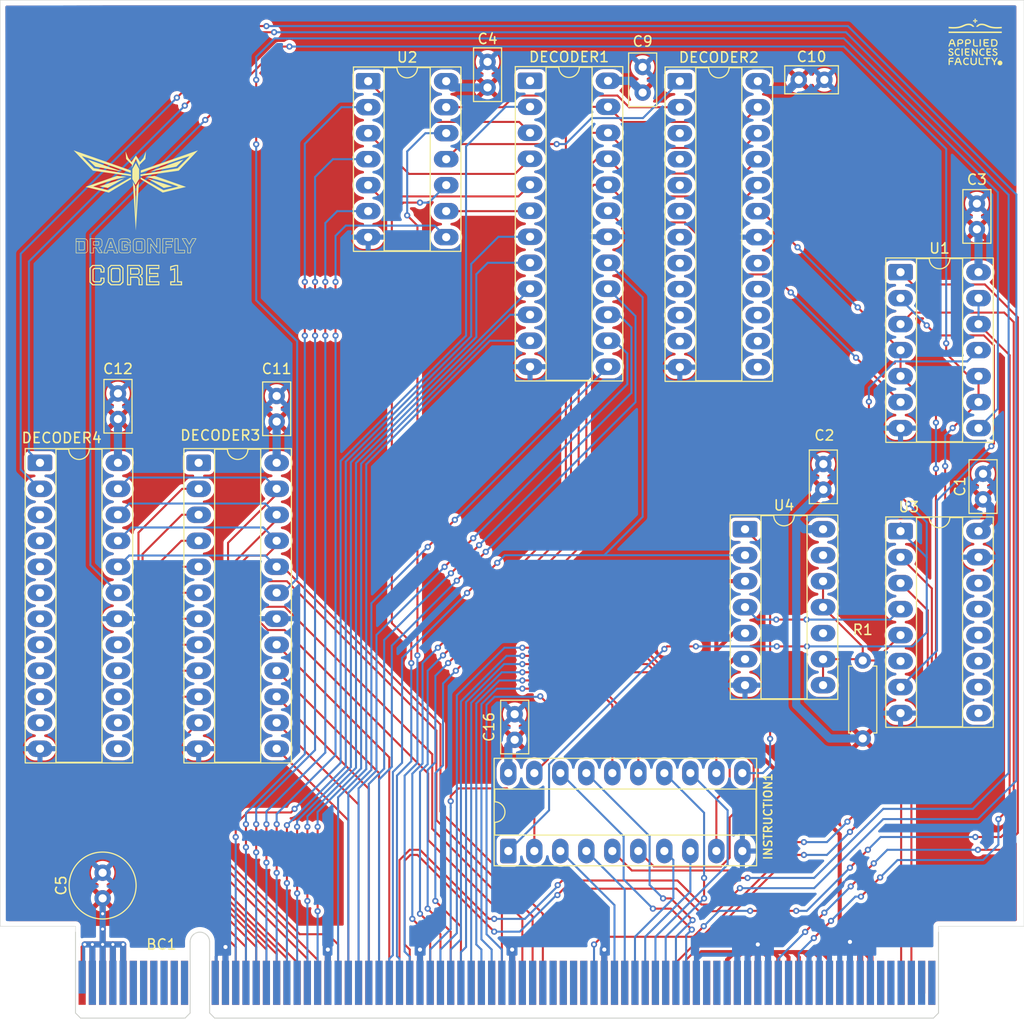
<source format=kicad_pcb>
(kicad_pcb (version 20241229) (generator "pcbnew") (generator_version "9.0")
  (layers (0 "F.Cu" signal) (2 "B.Cu" signal) (13 "F.Paste" user) (15 "B.Paste" user) (5 "F.SilkS" user "F.Silkscreen") (7 "B.SilkS" user "B.Silkscreen") (1 "F.Mask" user) (3 "B.Mask" user) (25 "Edge.Cuts" user))
  (net 0 "")
  (net 2 "VCC")
  (net 3 "/BUS4")
  (net 4 "/BUS5")
  (net 6 "GND")
  (net 7 "/Reset")
  (net 8 "/BUS7")
  (net 9 "/BUS1")
  (net 10 "/~{TemporaryLowWriter}")
  (net 12 "/~{YLWriter}")
  (net 15 "/STATE2")
  (net 16 "/~{TemporaryHighWriter}")
  (net 17 "/SPLowReader")
  (net 18 "/R2")
  (net 19 "/STATE1")
  (net 21 "/~{AccumReader}")
  (net 22 "/L0")
  (net 24 "/~{ZHWriter}")
  (net 25 "/AddrLowIn")
  (net 26 "/~{YHWriter}")
  (net 27 "/L4")
  (net 28 "/~{TemporaryHighReader}")
  (net 29 "/R1")
  (net 30 "/STATE3")
  (net 31 "/~{ZLWriter}")
  (net 32 "/~{AccumWriter}")
  (net 35 "/BUS6")
  (net 36 "/~{PCLowWriter}")
  (net 37 "/~{ZHReader}")
  (net 38 "/~{Clk}")
  (net 39 "/STATE7")
  (net 40 "/BUS0")
  (net 41 "/~{XHReader}")
  (net 43 "/~{ConstantWriter}")
  (net 44 "/~{MemoryWriter}")
  (net 48 "/~{FlagsWriter}")
  (net 51 "/~{ZLReader}")
  (net 52 "/PCLowReader")
  (net 53 "/STATE5")
  (net 54 "/R0")
  (net 56 "/R3")
  (net 58 "/BUS2")
  (net 59 "/IRQ")
  (net 60 "/R4")
  (net 61 "/L3")
  (net 62 "/~{SPHighWriter}")
  (net 63 "/~{MemoryReader}")
  (net 64 "/~{ALUWriter}")
  (net 65 "/STATE6")
  (net 66 "/~{YHReader}")
  (net 67 "/~{IntDisable}")
  (net 68 "/~{FlagsReader}")
  (net 69 "/L1")
  (net 70 "/~{TemporaryLowReader}")
  (net 72 "/~{XHWriter}")
  (net 73 "/BUS3")
  (net 74 "/~{IntAck}")
  (net 75 "/PCHighReader")
  (net 77 "/SPHighReader")
  (net 79 "/~{SPLowWriter}")
  (net 80 "/~{YLReader}")
  (net 84 "/AddrHighIn")
  (net 86 "/IntEnable")
  (net 88 "/STATE0")
  (net 90 "/L2")
  (net 91 "/~{PCHighWriter}")
  (net 92 "/~{InstructionReader}")
  (net 95 "Net-(BC1-STATE15)")
  (net 96 "/STATE4")
  (net 97 "/~{PCHighReader}")
  (net 98 "/~{SPLowReader}")
  (net 100 "/~{SPHighReader}")
  (net 101 "Net-(DECODER1-E1)")
  (net 102 "/~{PCLowReader}")
  (net 106 "/~{AddressHighReader}")
  (net 114 "/~{AddressLowReader}")
  (net 120 "Net-(DECODER3-E1)")
  (net 135 "/~{Reset}")
  (net 136 "Net-(INSTRUCTION1-Cp)")
  (net 137 "Net-(U3A-~{Q})")
  (net 138 "Net-(U3A-C)")
  (net 145 "Net-(U3A-~{S})")
  (footprint "Package_DIP:DIP-14_W7.62mm_Socket_LongPads" (layer "F.Cu") (at 182.94 57.05)
    (property "Reference" "U1")
    (property "Value" "74LS00")
  )
  (footprint "Capacitor_THT:C_Disc_D5.0mm_W2.5mm_P2.50mm" (layer "F.Cu") (at 190.4 52.85 90)
    (property "Reference" "C3")
    (property "Value" "C")
  )
  (footprint "Capacitor_THT:C_Disc_D5.0mm_W2.5mm_P2.50mm" (layer "F.Cu") (at 122 71.65 90)
    (property "Reference" "C11")
    (property "Value" "C")
  )
  (footprint "Connector_PCBEdge:BUS_PCIexpress_x16" (layer "F.Cu") (at 103 126.5)
    (property "Reference" "BC1")
    (property "Value" "BusConnector")
    (fp_line (start -0.65 -4.95) (end -0.65 2.95) (stroke (width 0.1)) (layer "Edge.Cuts"))
    (fp_line (start -0.65 2.95) (end -0.15 3.45) (stroke (width 0.1)) (layer "Edge.Cuts"))
    (fp_line (start -0.15 3.45) (end 10.05 3.45) (stroke (width 0.1)) (layer "Edge.Cuts"))
    (fp_line (start 10.55 -4) (end 10.55 2.95) (stroke (width 0.1)) (layer "Edge.Cuts"))
    (fp_line (start 10.55 2.95) (end 10.05 3.45) (stroke (width 0.1)) (layer "Edge.Cuts"))
    (fp_line (start 12.45 -4) (end 12.45 2.95) (stroke (width 0.1)) (layer "Edge.Cuts"))
    (fp_line (start 12.45 2.95) (end 12.95 3.45) (stroke (width 0.1)) (layer "Edge.Cuts"))
    (fp_line (start 12.95 3.45) (end 83.15 3.45) (stroke (width 0.1)) (layer "Edge.Cuts"))
    (fp_line (start 83.65 -4.95) (end 83.65 2.95) (stroke (width 0.1)) (layer "Edge.Cuts"))
    (fp_line (start 83.65 2.95) (end 83.15 3.45) (stroke (width 0.1)) (layer "Edge.Cuts"))
    (fp_arc (start 10.55 -4) (mid 11.5 -4.95) (end 12.45 -4) (stroke (width 0.1)) (layer "Edge.Cuts"))
  )
  (footprint "Capacitor_THT:C_Radial_D6.3mm_H5.0mm_P2.50mm" (layer "F.Cu") (at 105 118.240522 90)
    (property "Reference" "C5")
    (property "Value" "C")
  )
  (footprint "Capacitor_THT:C_Disc_D5.0mm_W2.5mm_P2.50mm" (layer "F.Cu") (at 191 79.25 90)
    (property "Reference" "C1")
    (property "Value" "C")
  )
  (footprint "Resistor_THT:R_Axial_DIN0207_L6.3mm_D2.5mm_P7.62mm_Horizontal" (layer "F.Cu") (at 179.25 102.62 90)
    (property "Reference" "R1")
    (property "Value" "5kOhm")
  )
  (footprint "Capacitor_THT:C_Disc_D5.0mm_W2.5mm_P2.50mm" (layer "F.Cu") (at 106.5 71.4 90)
    (property "Reference" "C12")
    (property "Value" "C")
  )
  (footprint "Capacitor_THT:C_Disc_D5.0mm_W2.5mm_P2.50mm" (layer "F.Cu") (at 157.75 39.5 90)
    (property "Reference" "C9")
    (property "Value" "C")
  )
  (footprint "Package_DIP:DIP-24_W7.62mm_Socket_LongPads" (layer "F.Cu") (at 161.38 38.39)
    (property "Reference" "DECODER2")
    (property "Value" "74LS154")
  )
  (footprint "Package_DIP:DIP-24_W7.62mm_Socket_LongPads" (layer "F.Cu") (at 98.88 75.68)
    (property "Reference" "DECODER4")
    (property "Value" "74LS154")
  )
  (footprint "kibuzzard-6911CC41" (layer "F.Cu") (at 108.237829 57.337473)
    (property "Reference" "kibuzzard-6911CC41" (hide yes))
    (property "Value" "G***" (hide yes))
  )
  (footprint "Package_DIP:DIP-14_W7.62mm_Socket_LongPads" (layer "F.Cu") (at 167.75 82.17)
    (property "Reference" "U4")
    (property "Value" "74LS02")
  )
  (footprint "Package_DIP:DIP-20_W7.62mm_Socket_LongPads" (layer "F.Cu") (at 144.63 113.62 90)
    (property "Reference" "INSTRUCTION1")
    (property "Value" "74LS273")
  )
  (footprint "Capacitor_THT:C_Disc_D5.0mm_W2.5mm_P2.50mm" (layer "F.Cu") (at 173 38.25)
    (property "Reference" "C10")
    (property "Value" "C")
  )
  (footprint "Package_DIP:DIP-14_W7.62mm_Socket_LongPads" (layer "F.Cu") (at 130.94 38.385)
    (property "Reference" "U2")
    (property "Value" "74LS04")
  )
  (footprint "Capacitor_THT:C_Disc_D5.0mm_W2.5mm_P2.50mm" (layer "F.Cu") (at 145.25 102.75 90)
    (property "Reference" "C16")
    (property "Value" "C")
  )
  (footprint "Package_DIP:DIP-16_W7.62mm_Socket_LongPads" (layer "F.Cu") (at 182.94 82.36)
    (property "Reference" "U3")
    (property "Value" "74LS109")
  )
  (footprint "Package_DIP:DIP-24_W7.62mm_Socket_LongPads" (layer "F.Cu") (at 146.75 38.35)
    (property "Reference" "DECODER1")
    (property "Value" "74LS154")
  )
  (footprint "Capacitor_THT:C_Disc_D5.0mm_W2.5mm_P2.50mm" (layer "F.Cu") (at 175.4 78.3 90)
    (property "Reference" "C2")
    (property "Value" "C")
  )
  (footprint "Package_DIP:DIP-24_W7.62mm_Socket_LongPads" (layer "F.Cu") (at 114.38 75.68)
    (property "Reference" "DECODER3")
    (property "Value" "74LS154")
  )
  (footprint "Capacitor_THT:C_Disc_D5.0mm_W2.5mm_P2.50mm" (layer "F.Cu") (at 142.6 39 90)
    (property "Reference" "C4")
    (property "Value" "C")
  )
  (gr_poly (pts (xy 192.169967 35.174543) (xy 192.183107 35.175095) (xy 192.195841 35.175997) (xy 192.208168 35.177233) (xy 192.220087 35.178788) (xy 192.231596 35.180647) (xy 192.242692 35.182795) (xy 192.253375 35.185217) (xy 192.263642 35.187898) (xy 192.273492 35.190821) (xy 192.282922 35.193973) (xy 192.291932 35.197338) (xy 192.30052 35.200901) (xy 192.308683 35.204647) (xy 192.316421 35.20856) (xy 192.32373 35.212626) (xy 192.33061 35.216829) (xy 192.337059 35.221154) (xy 192.343075 35.225585) (xy 192.348656 35.230109) (xy 192.353801 35.234709) (xy 192.358507 35.23937) (xy 192.362774 35.244078) (xy 192.366598 35.248817) (xy 192.36998 35.253571) (xy 192.372916 35.258327) (xy 192.375405 35.263067) (xy 192.377446 35.267779) (xy 192.379036 35.272445) (xy 192.380174 35.277052) (xy 192.380858 35.281583) (xy 192.381086 35.286025) (xy 192.381003 35.289061) (xy 192.380757 35.292066) (xy 192.380352 35.295034) (xy 192.379792 35.297962) (xy 192.379082 35.300845) (xy 192.378226 35.303679) (xy 192.377227 35.306459) (xy 192.376092 35.309183) (xy 192.374822 35.311844) (xy 192.373424 35.31444) (xy 192.371901 35.316966) (xy 192.370258 35.319417) (xy 192.368498 35.32179) (xy 192.366626 35.324081) (xy 192.364646 35.326284) (xy 192.362563 35.328396) (xy 192.360381 35.330413) (xy 192.358103 35.33233) (xy 192.355735 35.334144) (xy 192.353281 35.335849) (xy 192.350744 35.337443) (xy 192.34813 35.33892) (xy 192.345441 35.340276) (xy 192.342684 35.341507) (xy 192.339861 35.342609) (xy 192.336977 35.343578) (xy 192.334037 35.34441) (xy 192.331045 35.3451) (xy 192.328004 35.345643) (xy 192.32492 35.346037) (xy 192.321796 35.346276) (xy 192.318637 35.346357) (xy 192.315167 35.346255) (xy 192.311709 35.345951) (xy 192.308266 35.345448) (xy 192.304843 35.344749) (xy 192.301445 35.343855) (xy 192.298076 35.342771) (xy 192.294742 35.341498) (xy 192.291446 35.340039) (xy 192.288194 35.338398) (xy 192.28499 35.336576) (xy 192.281839 35.334576) (xy 192.278745 35.332402) (xy 192.275713 35.330056) (xy 192.272748 35.32754) (xy 192.269854 35.324858) (xy 192.267036 35.322012) (xy 192.261886 35.317044) (xy 192.256492 35.312394) (xy 192.250854 35.308063) (xy 192.244973 35.304051) (xy 192.238847 35.300357) (xy 192.232478 35.296981) (xy 192.225864 35.293923) (xy 192.219007 35.291184) (xy 192.211906 35.288763) (xy 192.20456 35.286661) (xy 192.196971 35.284877) (xy 192.189138 35.283411) (xy 192.181061 35.282263) (xy 192.17274 35.281434) (xy 192.164175 35.280924) (xy 192.155366 35.280731) (xy 192.149365 35.28084) (xy 192.14352 35.281162) (xy 192.137833 35.28169) (xy 192.132306 35.282416) (xy 192.126942 35.283334) (xy 192.121743 35.284436) (xy 192.116711 35.285716) (xy 192.111849 35.287165) (xy 192.107158 35.288777) (xy 192.102641 35.290545) (xy 192.098301 35.292461) (xy 192.094138 35.294518) (xy 192.090157 35.29671) (xy 192.086359 35.299029) (xy 192.082747 35.301467) (xy 192.079322 35.304018) (xy 192.076086 35.306674) (xy 192.073044 35.309429) (xy 192.070195 35.312275) (xy 192.067544 35.315204) (xy 192.065091 35.318211) (xy 192.06284 35.321287) (xy 192.060792 35.324425) (xy 192.05895 35.327619) (xy 192.057317 35.33086) (xy 192.055893 35.334143) (xy 192.054683 35.337459) (xy 192.053687 35.340802) (xy 192.052909 35.344164) (xy 192.05235 35.347539) (xy 192.052014 35.350918) (xy 192.051901 35.354295) (xy 192.051974 35.356905) (xy 192.052193 35.359521) (xy 192.052555 35.362143) (xy 192.05306 35.364768) (xy 192.053705 35.367394) (xy 192.054488 35.370019) (xy 192.056461 35.375258) (xy 192.058967 35.38047) (xy 192.06199 35.385637) (xy 192.065516 35.390744) (xy 192.069531 35.395774) (xy 192.074021 35.400711) (xy 192.07897 35.405539) (xy 192.084366 35.410241) (xy 192.090192 35.414802) (xy 192.096436 35.419204) (xy 192.103083 35.423432) (xy 192.110118 35.427469) (xy 192.117527 35.431299) (xy 192.132751 35.438576) (xy 192.149612 35.446449) (xy 192.186857 35.463583) (xy 192.191619 35.465964) (xy 192.213537 35.475953) (xy 192.235182 35.485943) (xy 192.255884 35.495734) (xy 192.274974 35.505128) (xy 192.274975 35.505127) (xy 192.292186 35.514411) (xy 192.308386 35.524191) (xy 192.323559 35.534447) (xy 192.337694 35.545159) (xy 192.350775 35.556308) (xy 192.36279 35.567876) (xy 192.373726 35.579842) (xy 192.383567 35.592187) (xy 192.392302 35.604891) (xy 192.399916 35.617936) (xy 192.406396 35.631302) (xy 192.411728 35.64497) (xy 192.41396 35.65191) (xy 192.415899 35.658919) (xy 192.417545 35.665994) (xy 192.418895 35.673132) (xy 192.419948 35.68033) (xy 192.420703 35.687588) (xy 192.421157 35.694901) (xy 192.421308 35.702268) (xy 192.421041 35.71176) (xy 192.420242 35.72127) (xy 192.418912 35.730778) (xy 192.417054 35.740261) (xy 192.411765 35.759072) (xy 192.404393 35.777535) (xy 192.399933 35.786584) (xy 192.394958 35.795484) (xy 192.389472 35.804213) (xy 192.383478 35.81275) (xy 192.376977 35.821075) (xy 192.369972 35.829167) (xy 192.362465 35.837004) (xy 192.354459 35.844566) (xy 192.345956 35.851832) (xy 192.336959 35.858781) (xy 192.327469 35.865392) (xy 192.31749 35.871644) (xy 192.307023 35.877516) (xy 192.296071 35.882988) (xy 192.284636 35.888037) (xy 192.272721 35.892644) (xy 192.260328 35.896788) (xy 192.24746 35.900447) (xy 192.234118 35.9036) (xy 192.220306 35.906227) (xy 192.206025 35.908306) (xy 192.191278 35.909818) (xy 192.176067 35.91074) (xy 192.160395 35.911052) (xy 192.144741 35.910795) (xy 192.129581 35.910041) (xy 192.114916 35.908813) (xy 192.100746 35.907134) (xy 192.087072 35.905028) (xy 192.073892 35.902519) (xy 192.061208 35.899629) (xy 192.04902 35.896382) (xy 192.037328 35.892802) (xy 192.026131 35.888912) (xy 192.015431 35.884736) (xy 192.005226 35.880296) (xy 191.995519 35.875617) (xy 191.986307 35.870722) (xy 191.977592 35.865635) (xy 191.969374 35.860378) (xy 191.961653 35.854975) (xy 191.954429 35.84945) (xy 191.947702 35.843826) (xy 191.941473 35.838127) (xy 191.935741 35.832376) (xy 191.930507 35.826596) (xy 191.925771 35.820812) (xy 191.921532 35.815045) (xy 191.917792 35.809321) (xy 191.91455 35.803662) (xy 191.911806 35.798092) (xy 191.909561 35.792634) (xy 191.907814 35.787311) (xy 191.906566 35.782148) (xy 191.905818 35.777167) (xy 191.905568 35.772392) (xy 191.905665 35.769103) (xy 191.90595 35.765883) (xy 191.906418 35.762736) (xy 191.907061 35.759665) (xy 191.907874 35.75667) (xy 191.908849 35.753755) (xy 191.909981 35.750921) (xy 191.911261 35.748171) (xy 191.912685 35.745508) (xy 191.914246 35.742932) (xy 191.915936 35.740447) (xy 191.91775 35.738055) (xy 191.919681 35.735758) (xy 191.921722 35.733558) (xy 191.923867 35.731457) (xy 191.926109 35.729458) (xy 191.928442 35.727563) (xy 191.930858 35.725774) (xy 191.933353 35.724093) (xy 191.935919 35.722523) (xy 191.938549 35.721066) (xy 191.941237 35.719724) (xy 191.946761 35.717393) (xy 191.952439 35.71555) (xy 191.955319 35.714816) (xy 191.958218 35.714211) (xy 191.961129 35.713736) (xy 191.964045 35.713394) (xy 191.966961 35.713187) (xy 191.969869 35.713118) (xy 191.973422 35.713223) (xy 191.976933 35.713537) (xy 191.980398 35.714058) (xy 191.983811 35.714784) (xy 191.987169 35.715713) (xy 191.990466 35.716844) (xy 191.993698 35.718173) (xy 191.99686 35.7197) (xy 191.999948 35.721422) (xy 192.002957 35.723338) (xy 192.005882 35.725445) (xy 192.008719 35.727742) (xy 192.011462 35.730226) (xy 192.014108 35.732896) (xy 192.016652 35.73575) (xy 192.019088 35.738786) (xy 192.024766 35.745786) (xy 192.030969 35.752395) (xy 192.037676 35.758602) (xy 192.044868 35.7644) (xy 192.052523 35.769781) (xy 192.060622 35.774737) (xy 192.069143 35.77926) (xy 192.078065 35.783341) (xy 192.08737 35.786973) (xy 192.097035 35.790146) (xy 192.10704 35.792854) (xy 192.117365 35.795088) (xy 192.12799 35.796839) (xy 192.138893 35.7981) (xy 192.150054 35.798863) (xy 192.161453 35.799119) (xy 192.171573 35.79892) (xy 192.181202 35.798337) (xy 192.190352 35.797392) (xy 192.199032 35.796104) (xy 192.207254 35.794494) (xy 192.21503 35.792585) (xy 192.22237 35.790395) (xy 192.229286 35.787947) (xy 192.235789 35.785261) (xy 192.241889 35.782357) (xy 192.247599 35.779258) (xy 192.252929 35.775982) (xy 192.25789 35.772552) (xy 192.262494 35.768989) (xy 192.266752 35.765312) (xy 192.270674 35.761543) (xy 192.274272 35.757703) (xy 192.277557 35.753812) (xy 192.280541 35.749892) (xy 192.283234 35.745963) (xy 192.285647 35.742046) (xy 192.287792 35.738161) (xy 192.28968 35.734331) (xy 192.291322 35.730574) (xy 192.293912 35.723369) (xy 192.295652 35.716712) (xy 192.296631 35.710769) (xy 192.296937 35.705708) (xy 192.296847 35.702304) (xy 192.29658 35.69889) (xy 192.296138 35.695469) (xy 192.295523 35.692044) (xy 192.294736 35.688617) (xy 192.293782 35.685191) (xy 192.291376 35.678354) (xy 192.288324 35.671554) (xy 192.284643 35.664813) (xy 192.280353 35.658152) (xy 192.27547 35.651594) (xy 192.270014 35.64516) (xy 192.264003 35.638872) (xy 192.257454 35.632751) (xy 192.250386 35.626819) (xy 192.242817 35.621099) (xy 192.234765 35.61561) (xy 192.22625 35.610376) (xy 192.217288 35.605418) (xy 192.180531 35.586407) (xy 192.142732 35.567446) (xy 192.12355 35.558154) (xy 192.104238 35.549079) (xy 192.084839 35.54029) (xy 192.065397 35.531854) (xy 192.050215 35.524957) (xy 192.035845 35.517384) (xy 192.022308 35.509166) (xy 192.009629 35.500336) (xy 191.99783 35.490924) (xy 191.986935 35.480962) (xy 191.976968 35.470482) (xy 191.967951 35.459514) (xy 191.959908 35.448091) (xy 191.952861 35.436243) (xy 191.946835 35.424002) (xy 191.941853 35.4114) (xy 191.93976 35.404972) (xy 191.937937 35.398467) (xy 191.936386 35.391886) (xy 191.935111 35.385235) (xy 191.934114 35.378517) (xy 191.933399 35.371736) (xy 191.932967 35.364895) (xy 191.932823 35.358) (xy 191.933047 35.349441) (xy 191.93372 35.340893) (xy 191.934841 35.332373) (xy 191.936407 35.323898) (xy 191.938418 35.315485) (xy 191.940873 35.307152) (xy 191.94377 35.298915) (xy 191.947108 35.290791) (xy 191.950886 35.282798) (xy 191.955103 35.274953) (xy 191.959757 35.267273) (xy 191.964848 35.259775) (xy 191.970374 35.252475) (xy 191.976334 35.245392) (xy 191.982726 35.238542) (xy 191.98955 35.231943) (xy 191.996804 35.225611) (xy 192.004488 35.219563) (xy 192.012599 35.213817) (xy 192.021136 35.20839) (xy 192.0301 35.203299) (xy 192.039487 35.198561) (xy 192.049297 35.194193) (xy 192.059529 35.190212) (xy 192.070182 35.186635) (xy 192.081254 35.18348) (xy 192.092744 35.180763) (xy 192.104651 35.178502) (xy 192.116974 35.176713) (xy 192.129712 35.175415) (xy 192.142862 35.174623) (xy 192.156425 35.174355)) (fill yes) (layer "F.SilkS"))
  (gr_poly (pts (xy 110.605056 55.170299) (xy 110.305284 55.155218) (xy 109.700711 54.293469) (xy 109.693831 55.169505) (xy 109.388767 55.172681) (xy 109.388767 53.77039) (xy 109.69489 53.771447) (xy 110.28835 54.643514) (xy 110.28835 53.77039) (xy 110.60585 53.77039)) (stroke (width 0.052916)) (fill no) (layer "F.SilkS"))
  (gr_poly (pts (xy 191.514684 34.273411) (xy 191.517774 34.273647) (xy 191.52082 34.274034) (xy 191.523816 34.274569) (xy 191.526761 34.275249) (xy 191.529648 34.276069) (xy 191.532476 34.277026) (xy 191.53524 34.278116) (xy 191.537936 34.279335) (xy 191.54056 34.280679) (xy 191.543108 34.282145) (xy 191.545578 34.283728) (xy 191.547964 34.285425) (xy 191.550263 34.287232) (xy 191.552472 34.289146) (xy 191.554585 34.291161) (xy 191.556601 34.293275) (xy 191.558514 34.295483) (xy 191.560321 34.297783) (xy 191.562018 34.300169) (xy 191.563601 34.302638) (xy 191.565067 34.305187) (xy 191.566411 34.307811) (xy 191.56763 34.310507) (xy 191.56872 34.313271) (xy 191.569677 34.316098) (xy 191.570497 34.318986) (xy 191.571177 34.32193) (xy 191.571712 34.324927) (xy 191.5721 34.327973) (xy 191.572335 34.331063) (xy 191.572414 34.334194) (xy 191.572335 34.337302) (xy 191.5721 34.340369) (xy 191.571712 34.343394) (xy 191.571177 34.346371) (xy 191.570497 34.349297) (xy 191.569677 34.352168) (xy 191.56872 34.35498) (xy 191.56763 34.357729) (xy 191.566411 34.360411) (xy 191.565067 34.363023) (xy 191.563601 34.365561) (xy 191.562018 34.36802) (xy 191.560321 34.370397) (xy 191.558514 34.372688) (xy 191.556601 34.374889) (xy 191.554585 34.376996) (xy 191.552472 34.379006) (xy 191.550263 34.380914) (xy 191.547964 34.382717) (xy 191.545578 34.38441) (xy 191.543108 34.38599) (xy 191.54056 34.387453) (xy 191.537936 34.388795) (xy 191.53524 34.390013) (xy 191.532476 34.391101) (xy 191.529648 34.392057) (xy 191.526761 34.392877) (xy 191.523816 34.393556) (xy 191.52082 34.394091) (xy 191.517774 34.394478) (xy 191.514684 34.394713) (xy 191.511553 34.394792) (xy 191.162256 34.394792) (xy 191.161991 34.57235) (xy 191.454394 34.57235) (xy 191.457525 34.57243) (xy 191.460616 34.572665) (xy 191.463661 34.573052) (xy 191.466658 34.573587) (xy 191.469602 34.574267) (xy 191.47249 34.575087) (xy 191.475318 34.576044) (xy 191.478081 34.577134) (xy 191.480777 34.578353) (xy 191.483401 34.579698) (xy 191.48595 34.581163) (xy 191.488419 34.582747) (xy 191.490806 34.584444) (xy 191.493105 34.586251) (xy 191.495313 34.588164) (xy 191.497427 34.590179) (xy 191.499443 34.592293) (xy 191.501356 34.594501) (xy 191.503163 34.596801) (xy 191.50486 34.599187) (xy 191.506443 34.601656) (xy 191.507909 34.604205) (xy 191.509253 34.606829) (xy 191.510472 34.609525) (xy 191.511562 34.612289) (xy 191.512519 34.615117) (xy 191.513339 34.618004) (xy 191.514019 34.620949) (xy 191.514555 34.623945) (xy 191.514942 34.626991) (xy 191.515177 34.630081) (xy 191.515256 34.633212) (xy 191.515177 34.636343) (xy 191.514942 34.639431) (xy 191.514555 34.642473) (xy 191.514019 34.645465) (xy 191.513339 34.648403) (xy 191.512519 34.651284) (xy 191.511562 34.654104) (xy 191.510472 34.656858) (xy 191.509253 34.659545) (xy 191.507909 34.662159) (xy 191.506443 34.664696) (xy 191.50486 34.667154) (xy 191.503163 34.669529) (xy 191.501356 34.671816) (xy 191.499443 34.674012) (xy 191.497427 34.676113) (xy 191.495313 34.678116) (xy 191.493105 34.680017) (xy 191.490806 34.681812) (xy 191.488419 34.683497) (xy 191.48595 34.685069) (xy 191.483401 34.686524) (xy 191.480777 34.687858) (xy 191.478081 34.689067) (xy 191.475318 34.690148) (xy 191.47249 34.691097) (xy 191.469602 34.69191) (xy 191.466658 34.692584) (xy 191.463661 34.693115) (xy 191.460616 34.693498) (xy 191.457525 34.693731) (xy 191.454394 34.69381) (xy 191.161991 34.69381) (xy 191.162521 34.795688) (xy 191.162872 34.80608) (xy 191.163505 34.81249) (xy 191.164683 34.819483) (xy 191.166585 34.82689) (xy 191.169391 34.834542) (xy 191.171189 34.838406) (xy 191.17328 34.842269) (xy 191.175686 34.846107) (xy 191.178431 34.849901) (xy 191.181536 34.85363) (xy 191.185024 34.857271) (xy 191.188917 34.860803) (xy 191.193239 34.864207) (xy 191.19801 34.867459) (xy 191.203254 34.87054) (xy 191.208993 34.873429) (xy 191.21525 34.876102) (xy 191.222047 34.878541) (xy 191.229406 34.880723) (xy 191.23735 34.882628) (xy 191.245901 34.884234) (xy 191.255082 34.885519) (xy 191.264915 34.886464) (xy 191.275422 34.887046) (xy 191.286627 34.887245) (xy 191.511552 34.887245) (xy 191.514683 34.887324) (xy 191.517773 34.88756) (xy 191.520819 34.887947) (xy 191.523816 34.888482) (xy 191.52676 34.889162) (xy 191.529648 34.889982) (xy 191.532475 34.890939) (xy 191.535239 34.892029) (xy 191.537935 34.893248) (xy 191.540559 34.894592) (xy 191.543108 34.896058) (xy 191.545577 34.897641) (xy 191.547963 34.899338) (xy 191.550262 34.901145) (xy 191.552471 34.903059) (xy 191.554585 34.905074) (xy 191.5566 34.907188) (xy 191.558513 34.909396) (xy 191.56032 34.911696) (xy 191.562017 34.914082) (xy 191.5636 34.916551) (xy 191.565066 34.9191) (xy 191.56641 34.921724) (xy 191.567629 34.92442) (xy 191.568719 34.927184) (xy 191.569676 34.930011) (xy 191.570497 34.932899) (xy 191.571176 34.935843) (xy 191.571712 34.93884) (xy 191.572099 34.941886) (xy 191.572334 34.944976) (xy 191.572413 34.948107) (xy 191.572334 34.951239) (xy 191.572099 34.954329) (xy 191.571712 34.957374) (xy 191.571176 34.960371) (xy 191.570497 34.963315) (xy 191.569676 34.966203) (xy 191.568719 34.969031) (xy 191.567629 34.971795) (xy 191.56641 34.974491) (xy 191.565066 34.977115) (xy 191.5636 34.979663) (xy 191.562017 34.982133) (xy 191.56032 34.984519) (xy 191.558513 34.986818) (xy 191.5566 34.989027) (xy 191.554585 34.991141) (xy 191.552471 34.993156) (xy 191.550262 34.995069) (xy 191.547963 34.996876) (xy 191.545577 34.998573) (xy 191.543108 35.000156) (xy 191.540559 35.001622) (xy 191.537935 35.002966) (xy 191.535239 35.004185) (xy 191.532475 35.005275) (xy 191.529648 35.006232) (xy 191.52676 35.007053) (xy 191.523816 35.007732) (xy 191.520819 35.008268) (xy 191.517773 35.008655) (xy 191.514683 35.00889) (xy 191.511552 35.008969) (xy 191.286627 35.008969) (xy 191.286628 35.00897) (xy 191.272703 35.008733) (xy 191.259113 35.008026) (xy 191.245865 35.006854) (xy 191.232966 35.005223) (xy 191.220423 35.00314) (xy 191.208242 35.00061) (xy 191.19643 34.997638) (xy 191.184994 34.99423) (xy 191.17394 34.990393) (xy 191.163276 34.986131) (xy 191.153008 34.981451) (xy 191.143143 34.976359) (xy 191.133688 34.970859) (xy 191.124648 34.964959) (xy 191.116032 34.958663) (xy 191.107845 34.951978) (xy 191.100095 34.944909) (xy 191.092788 34.937462) (xy 191.085931 34.929643) (xy 191.07953 34.921458) (xy 191.073594 34.912912) (xy 191.068127 34.90401) (xy 191.063137 34.89476) (xy 191.05863 34.885166) (xy 191.054614 34.875235) (xy 191.051095 34.864972) (xy 191.04808 34.854383) (xy 191.045576 34.843473) (xy 191.043588 34.832249) (xy 191.042125 34.820716) (xy 191.041193 34.80888) (xy 191.040798 34.796747) (xy 191.040798 34.33393) (xy 191.0409 34.3308) (xy 191.041155 34.327711) (xy 191.04156 34.32467) (xy 191.04211 34.321678) (xy 191.042802 34.318739) (xy 191.043633 34.315859) (xy 191.044597 34.313039) (xy 191.045693 34.310284) (xy 191.046916 34.307598) (xy 191.048262 34.304984) (xy 191.049728 34.302446) (xy 191.05131 34.299988) (xy 191.053004 34.297614) (xy 191.054808 34.295326) (xy 191.056716 34.29313) (xy 191.058725 34.291029) (xy 191.060833 34.289026) (xy 191.063034 34.287125) (xy 191.065326 34.28533) (xy 191.067704 34.283645) (xy 191.070165 34.282073) (xy 191.072706 34.280618) (xy 191.075322 34.279284) (xy 191.07801 34.278075) (xy 191.080766 34.276994) (xy 191.083586 34.276045) (xy 191.086468 34.275231) (xy 191.089407 34.274558) (xy 191.092399 34.274027) (xy 191.095441 34.273644) (xy 191.098529 34.273411) (xy 191.10166 34.273332) (xy 191.511553 34.273332)) (fill yes) (layer "F.SilkS"))
  (gr_poly (pts (xy 108.5421 48.319972) (xy 108.23677 52.991721) (xy 107.960017 48.293514) (xy 107.933558 48.161223) (xy 108.171683 48.637473) (xy 108.25 51.5) (xy 108.303975 48.637473) (xy 108.568558 48.161223)) (fill yes) (layer "F.SilkS"))
  (gr_poly (pts (xy 113.463349 54.326014) (xy 113.754392 53.77039) (xy 114.124808 53.77039) (xy 113.595642 54.669972) (xy 113.595642 55.172681) (xy 113.3046 55.172681) (xy 113.300895 54.67447) (xy 112.775433 53.77039) (xy 113.14585 53.77039)) (stroke (width 0.052916)) (fill no) (layer "F.SilkS"))
  (gr_poly (pts (xy 112.19335 46.732473) (xy 109.521058 47.235181) (xy 112.907725 46.044556)) (fill yes) (layer "F.SilkS"))
  (gr_poly (pts (xy 188.957943 35.175229) (xy 188.961031 35.175464) (xy 188.964073 35.175851) (xy 188.967065 35.176386) (xy 188.970003 35.177065) (xy 188.972884 35.177885) (xy 188.975704 35.178841) (xy 188.978459 35.179929) (xy 188.981145 35.181146) (xy 188.983759 35.182489) (xy 188.986297 35.183952) (xy 188.988755 35.185532) (xy 188.991129 35.187225) (xy 188.993416 35.189027) (xy 188.995612 35.190935) (xy 188.997714 35.192945) (xy 188.999717 35.195052) (xy 189.001618 35.197253) (xy 189.003413 35.199544) (xy 189.005098 35.201921) (xy 189.00667 35.20438) (xy 189.008124 35.206918) (xy 189.009458 35.20953) (xy 189.010668 35.212212) (xy 189.011749 35.214962) (xy 189.012698 35.217773) (xy 189.013511 35.220644) (xy 189.014185 35.22357) (xy 189.014715 35.226547) (xy 189.015099 35.229572) (xy 189.015332 35.232639) (xy 189.01541 35.235747) (xy 189.01541 35.848602) (xy 189.015332 35.851734) (xy 189.015099 35.854824) (xy 189.014715 35.857869) (xy 189.014185 35.860866) (xy 189.013511 35.86381) (xy 189.012698 35.866698) (xy 189.011749 35.869526) (xy 189.010668 35.87229) (xy 189.009458 35.874985) (xy 189.008124 35.87761) (xy 189.00667 35.880158) (xy 189.005098 35.882628) (xy 189.003412 35.885014) (xy 189.001617 35.887313) (xy 188.999717 35.889522) (xy 188.997714 35.891636) (xy 188.995612 35.893651) (xy 188.993416 35.895564) (xy 188.991129 35.897371) (xy 188.988754 35.899068) (xy 188.986296 35.900651) (xy 188.983758 35.902117) (xy 188.981145 35.903461) (xy 188.978458 35.90468) (xy 188.975704 35.90577) (xy 188.972884 35.906727) (xy 188.970003 35.907548) (xy 188.967065 35.908228) (xy 188.964073 35.908763) (xy 188.961031 35.90915) (xy 188.957943 35.909385) (xy 188.954812 35.909464) (xy 188.951681 35.909385) (xy 188.948593 35.90915) (xy 188.945551 35.908763) (xy 188.942559 35.908228) (xy 188.939621 35.907548) (xy 188.93674 35.906727) (xy 188.933921 35.90577) (xy 188.931166 35.90468) (xy 188.92848 35.903461) (xy 188.925866 35.902117) (xy 188.923328 35.900651) (xy 188.92087 35.899068) (xy 188.918496 35.897371) (xy 188.916209 35.895564) (xy 188.914012 35.893651) (xy 188.911911 35.891636) (xy 188.909908 35.889522) (xy 188.908007 35.887313) (xy 188.906212 35.885014) (xy 188.904527 35.882628) (xy 188.902955 35.880158) (xy 188.9015 35.87761) (xy 188.900167 35.874985) (xy 188.898957 35.87229) (xy 188.897876 35.869526) (xy 188.896927 35.866698) (xy 188.896114 35.86381) (xy 188.89544 35.860866) (xy 188.89491 35.857869) (xy 188.894526 35.854824) (xy 188.894293 35.851734) (xy 188.894215 35.848602) (xy 188.894215 35.235747) (xy 188.894293 35.232639) (xy 188.894526 35.229572) (xy 188.89491 35.226547) (xy 188.89544 35.22357) (xy 188.896114 35.220644) (xy 188.896927 35.217773) (xy 188.897876 35.214962) (xy 188.898957 35.212212) (xy 188.900167 35.20953) (xy 188.901501 35.206918) (xy 188.902955 35.20438) (xy 188.904527 35.201921) (xy 188.906213 35.199544) (xy 188.908007 35.197253) (xy 188.909908 35.195052) (xy 188.911911 35.192945) (xy 188.914013 35.190935) (xy 188.916209 35.189027) (xy 188.918496 35.187225) (xy 188.92087 35.185532) (xy 188.923328 35.183952) (xy 188.925866 35.182489) (xy 188.92848 35.181146) (xy 188.931166 35.179929) (xy 188.933921 35.178841) (xy 188.936741 35.177885) (xy 188.939621 35.177065) (xy 188.94256 35.176386) (xy 188.945552 35.175851) (xy 188.948593 35.175464) (xy 188.951682 35.175229) (xy 188.954812 35.17515)) (fill yes) (layer "F.SilkS"))
  (gr_poly (pts (xy 108.568558 46.970598) (xy 108.558769 47.942412) (xy 108.2246 48.531639) (xy 107.895987 47.937121) (xy 107.9071 46.970598) (xy 108.238623 46.37899)) (fill yes) (layer "F.SilkS"))
  (gr_poly (pts (xy 106.47835 55.172681) (xy 106.134392 55.172681) (xy 106.055017 54.908098) (xy 105.52585 54.908098) (xy 105.446475 55.172681) (xy 105.109131 55.169771) (xy 105.605225 53.77039) (xy 105.975642 53.77039)) (stroke (width 0.052916)) (fill no) (layer "F.SilkS"))
  (gr_poly (pts (xy 190.087863 34.273411) (xy 190.090953 34.273646) (xy 190.093999 34.274033) (xy 190.096995 34.274568) (xy 190.099939 34.275248) (xy 190.102827 34.276068) (xy 190.105655 34.277025) (xy 190.108419 34.278115) (xy 190.111114 34.279334) (xy 190.113739 34.280679) (xy 190.116287 34.282144) (xy 190.118757 34.283728) (xy 190.121143 34.285425) (xy 190.123442 34.287232) (xy 190.125651 34.289145) (xy 190.127764 34.29116) (xy 190.12978 34.293274) (xy 190.131693 34.295483) (xy 190.1335 34.297782) (xy 190.135197 34.300168) (xy 190.13678 34.302638) (xy 190.138246 34.305186) (xy 190.13959 34.30781) (xy 190.140809 34.310506) (xy 190.141899 34.31327) (xy 190.142856 34.316098) (xy 190.143676 34.318986) (xy 190.144356 34.32193) (xy 190.144891 34.324926) (xy 190.145278 34.327972) (xy 190.145514 34.331062) (xy 190.145593 34.334193) (xy 190.145593 34.795687) (xy 190.145867 34.806079) (xy 190.146477 34.812489) (xy 190.147639 34.819482) (xy 190.149532 34.826889) (xy 190.152333 34.834541) (xy 190.154129 34.838406) (xy 190.15622 34.842268) (xy 190.158626 34.846107) (xy 190.161371 34.849901) (xy 190.164476 34.853629) (xy 190.167964 34.85727) (xy 190.171856 34.860803) (xy 190.176176 34.864206) (xy 190.180946 34.867459) (xy 190.186187 34.87054) (xy 190.191922 34.873428) (xy 190.198173 34.876102) (xy 190.204963 34.87854) (xy 190.212313 34.880723) (xy 190.220246 34.882627) (xy 190.228785 34.884233) (xy 190.23795 34.885519) (xy 190.247766 34.886463) (xy 190.258253 34.887046) (xy 190.269434 34.887244) (xy 190.470544 34.887244) (xy 190.470545 34.887245) (xy 190.473676 34.887324) (xy 190.476766 34.88756) (xy 190.479812 34.887947) (xy 190.482808 34.888482) (xy 190.485753 34.889162) (xy 190.48864 34.889982) (xy 190.491468 34.890939) (xy 190.494232 34.892029) (xy 190.496928 34.893248) (xy 190.499552 34.894592) (xy 190.502101 34.896058) (xy 190.50457 34.897641) (xy 190.506956 34.899338) (xy 190.509256 34.901145) (xy 190.511464 34.903059) (xy 190.513578 34.905074) (xy 190.515593 34.907188) (xy 190.517506 34.909396) (xy 190.519313 34.911696) (xy 190.52101 34.914082) (xy 190.522594 34.916551) (xy 190.524059 34.9191) (xy 190.525404 34.921724) (xy 190.526623 34.92442) (xy 190.527713 34.927184) (xy 190.52867 34.930011) (xy 190.52949 34.932899) (xy 190.53017 34.935843) (xy 190.530705 34.93884) (xy 190.531092 34.941886) (xy 190.531327 34.944976) (xy 190.531407 34.948107) (xy 190.531327 34.951239) (xy 190.531092 34.954329) (xy 190.530705 34.957374) (xy 190.53017 34.960371) (xy 190.52949 34.963315) (xy 190.52867 34.966203) (xy 190.527713 34.969031) (xy 190.526623 34.971795) (xy 190.525404 34.974491) (xy 190.524059 34.977115) (xy 190.522594 34.979663) (xy 190.52101 34.982133) (xy 190.519313 34.984519) (xy 190.517506 34.986818) (xy 190.515593 34.989027) (xy 190.513578 34.991141) (xy 190.511464 34.993156) (xy 190.509256 34.995069) (xy 190.506956 34.996876) (xy 190.50457 34.998573) (xy 190.502101 35.000156) (xy 190.499552 35.001622) (xy 190.496928 35.002966) (xy 190.494232 35.004185) (xy 190.491468 35.005275) (xy 190.48864 35.006232) (xy 190.485753 35.007053) (xy 190.482808 35.007732) (xy 190.479812 35.008268) (xy 190.476766 35.008655) (xy 190.473676 35.00889) (xy 190.470545 35.008969) (xy 190.269435 35.008969) (xy 190.255533 35.008732) (xy 190.241966 35.008025) (xy 190.228739 35.006853) (xy 190.21586 35.005223) (xy 190.203335 35.003139) (xy 190.191171 35.000609) (xy 190.179375 34.997637) (xy 190.167954 34.994229) (xy 190.156914 34.990392) (xy 190.146262 34.98613) (xy 190.136005 34.98145) (xy 190.12615 34.976358) (xy 190.116704 34.970858) (xy 190.107673 34.964958) (xy 190.099064 34.958663) (xy 190.090884 34.951977) (xy 190.08314 34.944909) (xy 190.075838 34.937462) (xy 190.068985 34.929643) (xy 190.062588 34.921457) (xy 190.056655 34.912911) (xy 190.05119 34.90401) (xy 190.046203 34.894759) (xy 190.041698 34.885166) (xy 190.037683 34.875234) (xy 190.034166 34.864971) (xy 190.031151 34.854382) (xy 190.028647 34.843472) (xy 190.02666 34.832248) (xy 190.025197 34.820715) (xy 190.024265 34.808879) (xy 190.02387 34.796746) (xy 190.02387 34.333929) (xy 190.023949 34.330799) (xy 190.024184 34.327711) (xy 190.024571 34.324669) (xy 190.025106 34.321677) (xy 190.025786 34.318738) (xy 190.026606 34.315857) (xy 190.027563 34.313038) (xy 190.028653 34.310283) (xy 190.029872 34.307597) (xy 190.031217 34.304983) (xy 190.032682 34.302445) (xy 190.034266 34.299987) (xy 190.035963 34.297613) (xy 190.03777 34.295325) (xy 190.039683 34.293129) (xy 190.041698 34.291028) (xy 190.043812 34.289025) (xy 190.04602 34.287124) (xy 190.04832 34.285329) (xy 190.050706 34.283644) (xy 190.053175 34.282072) (xy 190.055724 34.280617) (xy 190.058348 34.279283) (xy 190.061044 34.278074) (xy 190.063808 34.276993) (xy 190.066635 34.276044) (xy 190.069523 34.275231) (xy 190.072468 34.274557) (xy 190.075464 34.274026) (xy 190.07851 34.273643) (xy 190.0816 34.27341) (xy 190.084732 34.273332)) (fill yes) (layer "F.SilkS"))
  (gr_poly (pts (xy 189.650837 32.75798) (xy 189.686868 32.760633) (xy 189.721302 32.764913) (xy 189.754168 32.770703) (xy 189.785493 32.777887) (xy 189.815307 32.78635) (xy 189.843636 32.795974) (xy 189.87051 32.806644) (xy 189.895956 32.818244) (xy 189.920003 32.830657) (xy 189.942678 32.843767) (xy 189.964011 32.857458) (xy 189.984028 32.871614) (xy 190.002758 32.886119) (xy 190.02023 32.900855) (xy 190.036471 32.915708) (xy 190.05151 32.930561) (xy 190.065374 32.945298) (xy 190.089693 32.973959) (xy 190.109652 33.00076) (xy 190.125478 33.024772) (xy 190.137394 33.045067) (xy 190.145627 33.060714) (xy 190.151943 33.074347) (xy 189.970151 33.074347) (xy 189.964506 33.06707) (xy 189.947567 33.047885) (xy 189.934861 33.035068) (xy 189.919329 33.020762) (xy 189.90097 33.005464) (xy 189.879784 32.989669) (xy 189.85577 32.973875) (xy 189.828926 32.958577) (xy 189.799254 32.944271) (xy 189.766751 32.931453) (xy 189.749437 32.925758) (xy 189.731416 32.920621) (xy 189.712687 32.916103) (xy 189.69325 32.912269) (xy 189.673105 32.909178) (xy 189.652251 32.906894) (xy 189.630689 32.905477) (xy 189.608418 32.904992) (xy 189.524251 32.908754) (xy 189.447636 32.919386) (xy 189.376712 32.935908) (xy 189.309615 32.957336) (xy 189.244485 32.982691) (xy 189.179458 33.01099) (xy 189.042269 33.072495) (xy 188.966381 33.103738) (xy 188.883148 33.134) (xy 188.790709 33.162299) (xy 188.687201 33.187653) (xy 188.570761 33.209082) (xy 188.439529 33.225603) (xy 188.291641 33.236236) (xy 188.125235 33.239998) (xy 188.065114 33.239665) (xy 188.008978 33.238724) (xy 187.956813 33.237263) (xy 187.908604 33.235367) (xy 187.864336 33.233124) (xy 187.823995 33.230621) (xy 187.787566 33.227943) (xy 187.755034 33.225179) (xy 187.701603 33.219738) (xy 187.663584 33.214992) (xy 187.63331 33.210361) (xy 187.63331 33.067732) (xy 187.809017 33.080036) (xy 187.969781 33.088496) (xy 188.053825 33.091283) (xy 188.134761 33.092341) (xy 188.210648 33.091379) (xy 188.282601 33.088576) (xy 188.35082 33.084053) (xy 188.415509 33.077935) (xy 188.476868 33.070343) (xy 188.535101 33.0614) (xy 188.590409 33.05123) (xy 188.642993 33.039955) (xy 188.693057 33.027697) (xy 188.740801 33.01458) (xy 188.83014 32.986259) (xy 188.912626 32.955973) (xy 188.989874 32.924706) (xy 189.135121 32.863152) (xy 189.20635 32.834831) (xy 189.278804 32.809456) (xy 189.315995 32.798181) (xy 189.354098 32.788011) (xy 189.393316 32.779068) (xy 189.433849 32.771476) (xy 189.475901 32.765358) (xy 189.519672 32.760835) (xy 189.565365 32.758032) (xy 189.613182 32.75707)) (fill yes) (layer "F.SilkS"))
  (gr_poly (pts (xy 111.796475 48.663931) (xy 110.968064 48.817654) (xy 109.33585 47.870181)) (fill yes) (layer "F.SilkS"))
  (gr_poly (pts (xy 108.305298 47.201313) (xy 108.306091 47.81012) (xy 108.243385 48.008029) (xy 108.242592 48.006705) (xy 108.165334 47.817263) (xy 108.171683 47.208722) (xy 108.236242 46.996526)) (fill yes) (layer "F.SilkS"))
  (gr_poly (pts (xy 192.097746 34.273733) (xy 192.117144 34.27493) (xy 192.136017 34.276916) (xy 192.154359 34.279683) (xy 192.172162 34.283222) (xy 192.189418 34.287525) (xy 192.206121 34.292584) (xy 192.222261 34.298392) (xy 192.237832 34.304939) (xy 192.252826 34.312218) (xy 192.267235 34.320221) (xy 192.281052 34.32894) (xy 192.294269 34.338366) (xy 192.306879 34.348492) (xy 192.318874 34.35931) (xy 192.330246 34.37081) (xy 192.340987 34.382986) (xy 192.351091 34.395829) (xy 192.360549 34.409331) (xy 192.369355 34.423484) (xy 192.377499 34.43828) (xy 192.384975 34.453711) (xy 192.391776 34.469768) (xy 192.397892 34.486444) (xy 192.403318 34.503731) (xy 192.408045 34.52162) (xy 192.412066 34.540103) (xy 192.415372 34.559172) (xy 192.417957 34.57882) (xy 192.419813 34.599038) (xy 192.420932 34.619817) (xy 192.421307 34.641151) (xy 192.420932 34.662461) (xy 192.419813 34.68322) (xy 192.417957 34.70342) (xy 192.415372 34.723053) (xy 192.412066 34.74211) (xy 192.408045 34.760583) (xy 192.403318 34.778464) (xy 192.397892 34.795745) (xy 192.391776 34.812417) (xy 192.384975 34.828473) (xy 192.377499 34.843903) (xy 192.369355 34.8587) (xy 192.360549 34.872856) (xy 192.351091 34.886362) (xy 192.340987 34.89921) (xy 192.330246 34.911391) (xy 192.318874 34.922898) (xy 192.306879 34.933723) (xy 192.294269 34.943856) (xy 192.281052 34.953291) (xy 192.267235 34.962018) (xy 192.252826 34.970029) (xy 192.237832 34.977317) (xy 192.222261 34.983872) (xy 192.206121 34.989687) (xy 192.189418 34.994753) (xy 192.172162 34.999063) (xy 192.154359 35.002607) (xy 192.136017 35.005378) (xy 192.117144 35.007368) (xy 192.097746 35.008567) (xy 192.077833 35.008969) (xy 191.850791 35.008969) (xy 191.84766 35.00889) (xy 191.84457 35.008655) (xy 191.841524 35.008268) (xy 191.838527 35.007732) (xy 191.835583 35.007053) (xy 191.832695 35.006232) (xy 191.829868 35.005275) (xy 191.827104 35.004185) (xy 191.824408 35.002966) (xy 191.821784 35.001622) (xy 191.819235 35.000156) (xy 191.816766 34.998573) (xy 191.814379 34.996876) (xy 191.81208 34.995069) (xy 191.809872 34.993156) (xy 191.807758 34.991141) (xy 191.805743 34.989027) (xy 191.803829 34.986818) (xy 191.802022 34.984519) (xy 191.800325 34.982133) (xy 191.798742 34.979663) (xy 191.797276 34.977115) (xy 191.795932 34.974491) (xy 191.794713 34.971795) (xy 191.793623 34.969031) (xy 191.792666 34.966203) (xy 191.791846 34.963315) (xy 191.791166 34.960371) (xy 191.790631 34.957374) (xy 191.790244 34.954329) (xy 191.790009 34.951239) (xy 191.789929 34.948107) (xy 191.789929 34.887244) (xy 191.911653 34.887244) (xy 192.077833 34.887244) (xy 192.091438 34.887002) (xy 192.104616 34.886274) (xy 192.117367 34.885063) (xy 192.12969 34.883367) (xy 192.141586 34.881187) (xy 192.153054 34.878525) (xy 192.164093 34.87538) (xy 192.174704 34.871752) (xy 192.184886 34.867643) (xy 192.194638 34.863052) (xy 192.20396 34.85798) (xy 192.212852 34.852428) (xy 192.221314 34.846396) (xy 192.229345 34.839884) (xy 192.236944 34.832893) (xy 192.244113 34.825423) (xy 192.250849 34.817475) (xy 192.257154 34.809049) (xy 192.263026 34.800146) (xy 192.268465 34.790765) (xy 192.27347 34.780908) (xy 192.278043 34.770575) (xy 192.282181 34.759766) (xy 192.285886 34.748482) (xy 192.289155 34.736723) (xy 192.29199 34.724489) (xy 192.29439 34.711782) (xy 192.296354 34.698601) (xy 192.298974 34.67082) (xy 192.299848 34.641151) (xy 192.29963 34.626056) (xy 192.298974 34.611434) (xy 192.297882 34.597287) (xy 192.296354 34.583613) (xy 192.29439 34.570414) (xy 192.29199 34.557689) (xy 192.289155 34.54544) (xy 192.285886 34.533666) (xy 192.282181 34.522369) (xy 192.278043 34.511547) (xy 192.27347 34.501203) (xy 192.268465 34.491336) (xy 192.263026 34.481946) (xy 192.257154 34.473034) (xy 192.250849 34.464601) (xy 192.244113 34.456646) (xy 192.236944 34.44917) (xy 192.229345 34.442174) (xy 192.221314 34.435658) (xy 192.212852 34.429622) (xy 192.20396 34.424066) (xy 192.194638 34.418992) (xy 192.184886 34.414399) (xy 192.174704 34.410288) (xy 192.164093 34.406659) (xy 192.153054 34.403513) (xy 192.141586 34.40085) (xy 192.12969 34.39867) (xy 192.117367 34.396974) (xy 192.104616 34.395762) (xy 192.091438 34.395034) (xy 192.077833 34.394791) (xy 191.911653 34.394791) (xy 191.911653 34.887244) (xy 191.789929 34.887244) (xy 191.789929 34.334193) (xy 191.790009 34.331062) (xy 191.790244 34.327972) (xy 191.790631 34.324926) (xy 191.791166 34.32193) (xy 191.791846 34.318986) (xy 191.792666 34.316098) (xy 191.793623 34.31327) (xy 191.794713 34.310506) (xy 191.795932 34.30781) (xy 191.797276 34.305186) (xy 191.798742 34.302638) (xy 191.800325 34.300168) (xy 191.802022 34.297782) (xy 191.803829 34.295483) (xy 191.805743 34.293274) (xy 191.807758 34.29116) (xy 191.809872 34.289145) (xy 191.81208 34.287232) (xy 191.814379 34.285425) (xy 191.816766 34.283728) (xy 191.819235 34.282144) (xy 191.821784 34.280679) (xy 191.824408 34.279334) (xy 191.827104 34.278115) (xy 191.829868 34.277025) (xy 191.832695 34.276068) (xy 191.835583 34.275248) (xy 191.838527 34.274568) (xy 191.841524 34.274033) (xy 191.84457 34.273646) (xy 191.84766 34.273411) (xy 191.850791 34.273332) (xy 192.077833 34.273332)) (fill yes) (layer "F.SilkS"))
  (gr_poly (pts (xy 107.421326 53.781767) (xy 107.437279 53.78269) (xy 107.452888 53.785001) (xy 107.46814 53.788606) (xy 107.483026 53.793413) (xy 107.497535 53.799329) (xy 107.511656 53.806262) (xy 107.525379 53.814117) (xy 107.538693 53.822802) (xy 107.551588 53.832224) (xy 107.564053 53.842291) (xy 107.576077 53.852908) (xy 107.58765 53.863985) (xy 107.598762 53.875427) (xy 107.609401 53.887141) (xy 107.629222 53.911016) (xy 107.647027 53.934865) (xy 107.662732 53.957947) (xy 107.676252 53.979517) (xy 107.687504 53.998833) (xy 107.702864 54.027725) (xy 107.708134 54.038677) (xy 107.721892 54.193723) (xy 107.404392 54.193723) (xy 107.404354 54.195463) (xy 107.404292 54.193954) (xy 107.404392 54.140806) (xy 107.404263 54.134316) (xy 107.403841 54.128185) (xy 107.403145 54.122404) (xy 107.402194 54.116961) (xy 107.401008 54.111847) (xy 107.399607 54.107052) (xy 107.398009 54.102565) (xy 107.396235 54.098377) (xy 107.394304 54.094479) (xy 107.392236 54.090858) (xy 107.39005 54.087507) (xy 107.387765 54.084414) (xy 107.385401 54.08157) (xy 107.382978 54.078964) (xy 107.380516 54.076587) (xy 107.378033 54.074429) (xy 107.375549 54.072479) (xy 107.373084 54.070727) (xy 107.370657 54.069164) (xy 107.368288 54.067779) (xy 107.363801 54.065505) (xy 107.35978 54.063825) (xy 107.356381 54.062657) (xy 107.35376 54.061923) (xy 107.351475 54.061431) (xy 106.9546 54.061431) (xy 106.948722 54.061606) (xy 106.94328 54.062069) (xy 106.938258 54.0628) (xy 106.933639 54.063781) (xy 106.929408 54.064992) (xy 106.925547 54.066413) (xy 106.922041 54.068026) (xy 106.918873 54.069811) (xy 106.916027 54.071749) (xy 106.913486 54.073822) (xy 106.911233 54.076008) (xy 106.909254 54.078291) (xy 106.907531 54.080649) (xy 106.906047 54.083064) (xy 106.904787 54.085517) (xy 106.903734 54.087989) (xy 106.902871 54.090459) (xy 106.902183 54.09291) (xy 106.901653 54.095322) (xy 106.901265 54.097675) (xy 106.900847 54.102128) (xy 106.900799 54.106117) (xy 106.900989 54.109487) (xy 106.901287 54.112085) (xy 106.901683 54.114348) (xy 106.901683 54.828722) (xy 106.901888 54.833646) (xy 106.902531 54.838255) (xy 106.903584 54.842559) (xy 106.905018 54.846569) (xy 106.906803 54.850295) (xy 106.90891 54.853747) (xy 106.91131 54.856936) (xy 106.913974 54.859873) (xy 106.916872 54.862567) (xy 106.919976 54.86503) (xy 106.923255 54.867271) (xy 106.926682 54.869301) (xy 106.930226 54.871131) (xy 106.933858 54.872771) (xy 106.93755 54.87423) (xy 106.941272 54.875521) (xy 106.948688 54.877635) (xy 106.955874 54.879197) (xy 106.962595 54.880291) (xy 106.968619 54.880998) (xy 106.977637 54.88159) (xy 106.981058 54.881639) (xy 107.351475 54.881639) (xy 107.356795 54.881441) (xy 107.361749 54.880958) (xy 107.366351 54.880209) (xy 107.370613 54.879213) (xy 107.374548 54.87799) (xy 107.37817 54.876559) (xy 107.381491 54.874938) (xy 107.384523 54.873148) (xy 107.387281 54.871205) (xy 107.389776 54.869131) (xy 107.392021 54.866944) (xy 107.394031 54.864663) (xy 107.395816 54.862308) (xy 107.397391 54.859896) (xy 107.398768 54.857448) (xy 107.39996 54.854982) (xy 107.40098 54.852518) (xy 107.401841 54.850075) (xy 107.402555 54.847671) (xy 107.403136 54.845326) (xy 107.403949 54.840889) (xy 107.404383 54.836916) (xy 107.404542 54.83356) (xy 107.404527 54.830974) (xy 107.404392 54.828722) (xy 107.404392 54.619173) (xy 107.139808 54.617056) (xy 107.139808 54.378931) (xy 107.703635 54.378664) (xy 107.710316 54.577168) (xy 107.713681 54.751256) (xy 107.713916 54.835413) (xy 107.712631 54.909419) (xy 107.711439 54.926418) (xy 107.709009 54.942746) (xy 107.705426 54.958411) (xy 107.700773 54.973421) (xy 107.695134 54.987785) (xy 107.688592 55.001512) (xy 107.681231 55.01461) (xy 107.673134 55.027088) (xy 107.664385 55.038956) (xy 107.655068 55.05022) (xy 107.645266 55.060891) (xy 107.635064 55.070977) (xy 107.624544 55.080486) (xy 107.61379 55.089427) (xy 107.602886 55.097809) (xy 107.591915 55.105641) (xy 107.570109 55.119687) (xy 107.549039 55.131636) (xy 107.529376 55.141556) (xy 107.511788 55.149516) (xy 107.485512 55.159838) (xy 107.475565 55.163155) (xy 107.293697 55.165801) (xy 107.095719 55.165834) (xy 106.852471 55.162097) (xy 106.830216 55.160856) (xy 106.809214 55.158286) (xy 106.78943 55.154474) (xy 106.770828 55.149512) (xy 106.753373 55.143489) (xy 106.737028 55.136496) (xy 106.721757 55.128621) (xy 106.707525 55.119954) (xy 106.694296 55.110587) (xy 106.682033 55.100607) (xy 106.670701 55.090106) (xy 106.660264 55.079172) (xy 106.650687 55.067897) (xy 106.641932 55.056369) (xy 106.633965 55.044678) (xy 106.626749 55.032915) (xy 106.620248 55.021169) (xy 106.614427 55.009529) (xy 106.60468 54.98693) (xy 106.597221 54.965837) (xy 106.591762 54.946967) (xy 106.588015 54.931039) (xy 106.585695 54.918773) (xy 106.584184 54.908098) (xy 106.584184 54.061431) (xy 106.58557 54.037028) (xy 106.588757 54.014093) (xy 106.593623 53.992579) (xy 106.600046 53.972443) (xy 106.607907 53.953638) (xy 106.617084 53.936119) (xy 106.627456 53.91984) (xy 106.638903 53.904756) (xy 106.651303 53.890822) (xy 106.664536 53.877992) (xy 106.67848 53.86622) (xy 106.693014 53.855462) (xy 106.708019 53.845671) (xy 106.723372 53.836803) (xy 106.738954 53.828812) (xy 106.754642 53.821652) (xy 106.785855 53.809645) (xy 106.816046 53.800418) (xy 106.844246 53.793608) (xy 106.869487 53.788852) (xy 106.890804 53.785785) (xy 106.907228 53.784045) (xy 106.921528 53.783089) (xy 107.108522 53.781534) (xy 107.272464 53.780968)) (stroke (width 0.052916)) (fill no) (layer "F.SilkS"))
  (gr_poly (pts (xy 107.351475 47.737889) (xy 107.132255 47.776985) (xy 106.863761 47.833395) (xy 106.691405 47.873014) (xy 106.494258 47.92108) (xy 106.272781 47.978222) (xy 106.027435 48.045067) (xy 105.758679 48.122244) (xy 105.466976 48.210381) (xy 105.152786 48.310107) (xy 104.81657 48.422049) (xy 104.458789 48.546837) (xy 104.079902 48.685097) (xy 105.52585 49.034348) (xy 107.74835 47.790806) (xy 107.774808 47.949556) (xy 105.605225 49.272472) (xy 103.329809 48.716848) (xy 106.398975 47.632056)) (fill yes) (layer "F.SilkS"))
  (gr_poly (pts (xy 111.849391 53.77039) (xy 111.849391 54.061431) (xy 111.187934 54.061431) (xy 111.187934 54.352473) (xy 111.743558 54.352473) (xy 111.743558 54.617056) (xy 111.187934 54.617056) (xy 111.187934 55.172681) (xy 110.870433 55.172681) (xy 110.878635 53.76695)) (stroke (width 0.052916)) (fill no) (layer "F.SilkS"))
  (gr_poly (pts (xy 192.668658 36.371793) (xy 192.680603 36.372701) (xy 192.692373 36.374197) (xy 192.703953 36.376266) (xy 192.715329 36.378893) (xy 192.726485 36.382062) (xy 192.737408 36.385761) (xy 192.748082 36.389973) (xy 192.758493 36.394684) (xy 192.768626 36.399879) (xy 192.778466 36.405543) (xy 192.787999 36.411662) (xy 192.797211 36.41822) (xy 192.806085 36.425204) (xy 192.814609 36.432598) (xy 192.822766 36.440387) (xy 192.830543 36.448557) (xy 192.837924 36.457092) (xy 192.844896 36.465979) (xy 192.851443 36.475202) (xy 192.85755 36.484747) (xy 192.863203 36.494598) (xy 192.868388 36.504742) (xy 192.873089 36.515162) (xy 192.877292 36.525845) (xy 192.880983 36.536776) (xy 192.884145 36.547939) (xy 192.886766 36.559321) (xy 192.88883 36.570906) (xy 192.890322 36.582679) (xy 192.891229 36.594626) (xy 192.891534 36.606732) (xy 192.891229 36.618814) (xy 192.890322 36.630739) (xy 192.88883 36.642491) (xy 192.886766 36.654057) (xy 192.884145 36.66542) (xy 192.880982 36.676566) (xy 192.877292 36.687481) (xy 192.873089 36.69815) (xy 192.868388 36.708557) (xy 192.863203 36.718688) (xy 192.85755 36.728528) (xy 192.851442 36.738062) (xy 192.844895 36.747276) (xy 192.837924 36.756155) (xy 192.830542 36.764683) (xy 192.822766 36.772846) (xy 192.814608 36.78063) (xy 192.806085 36.788018) (xy 192.79721 36.794997) (xy 192.787999 36.801552) (xy 192.778465 36.807668) (xy 192.768625 36.813329) (xy 192.758492 36.818522) (xy 192.748081 36.823231) (xy 192.737407 36.827442) (xy 192.726485 36.831139) (xy 192.715328 36.834308) (xy 192.703953 36.836934) (xy 192.692373 36.839003) (xy 192.680603 36.840499) (xy 192.668658 36.841407) (xy 192.656553 36.841713) (xy 192.644447 36.841407) (xy 192.6325 36.840499) (xy 192.620726 36.839003) (xy 192.609142 36.836934) (xy 192.59776 36.834308) (xy 192.586597 36.831139) (xy 192.575666 36.827442) (xy 192.564983 36.823231) (xy 192.554562 36.818522) (xy 192.544419 36.813329) (xy 192.534568 36.807668) (xy 192.525023 36.801552) (xy 192.5158 36.794997) (xy 192.506913 36.788018) (xy 192.498377 36.78063) (xy 192.490207 36.772846) (xy 192.482418 36.764683) (xy 192.475024 36.756155) (xy 192.468041 36.747276) (xy 192.461482 36.738062) (xy 192.455363 36.728528) (xy 192.449699 36.718688) (xy 192.444504 36.708557) (xy 192.439793 36.69815) (xy 192.435581 36.687481) (xy 192.431883 36.676566) (xy 192.428713 36.66542) (xy 192.426086 36.654057) (xy 192.424017 36.642491) (xy 192.422521 36.630739) (xy 192.421613 36.618814) (xy 192.421307 36.606732) (xy 192.421613 36.594626) (xy 192.422521 36.582679) (xy 192.424017 36.570906) (xy 192.426086 36.559321) (xy 192.428713 36.547939) (xy 192.431883 36.536776) (xy 192.435581 36.525845) (xy 192.439793 36.515162) (xy 192.444504 36.504742) (xy 192.449699 36.494598) (xy 192.455363 36.484747) (xy 192.461482 36.475202) (xy 192.468041 36.465979) (xy 192.475024 36.457092) (xy 192.482418 36.448557) (xy 192.490207 36.440387) (xy 192.498377 36.432598) (xy 192.506913 36.425204) (xy 192.5158 36.41822) (xy 192.525023 36.411662) (xy 192.534568 36.405543) (xy 192.544419 36.399879) (xy 192.554562 36.394684) (xy 192.564983 36.389973) (xy 192.575666 36.385761) (xy 192.586597 36.382062) (xy 192.59776 36.378893) (xy 192.609142 36.376266) (xy 192.620726 36.374197) (xy 192.6325 36.372701) (xy 192.644447 36.371793) (xy 192.656553 36.371487)) (fill yes) (layer "F.SilkS"))
  (gr_poly (pts (xy 109.1771 45.991639) (xy 108.595017 46.573723) (xy 108.647933 46.891223) (xy 108.251058 45.991639) (xy 107.827725 46.891223) (xy 107.880642 46.573723) (xy 107.298558 45.991639) (xy 107.245642 45.250806) (xy 107.481914 45.857231) (xy 107.53541 45.92957) (xy 107.590689 46.002534) (xy 107.654687 46.084508) (xy 107.719678 46.163853) (xy 107.75013 46.198902) (xy 107.777934 46.228929) (xy 107.802122 46.252479) (xy 107.821728 46.268097) (xy 107.829512 46.272477) (xy 107.835788 46.274328) (xy 107.840436 46.273468) (xy 107.843335 46.269717) (xy 107.85092 46.253947) (xy 107.86513 46.228542) (xy 107.909796 46.154631) (xy 107.970063 46.059599) (xy 108.038664 45.955061) (xy 108.108332 45.852631) (xy 108.171799 45.763924) (xy 108.198936 45.728347) (xy 108.221797 45.700555) (xy 108.239474 45.682002) (xy 108.246085 45.676644) (xy 108.251058 45.674139) (xy 108.256061 45.674931) (xy 108.262753 45.679186) (xy 108.280722 45.697173) (xy 108.303994 45.72627) (xy 108.331599 45.764647) (xy 108.395933 45.861919) (xy 108.465966 45.974342) (xy 108.592098 46.186071) (xy 108.647933 46.282681) (xy 108.991892 45.885806) (xy 109.230017 45.250806)) (fill yes) (layer "F.SilkS"))
  (gr_poly (pts (xy 105.975642 54.643514) (xy 105.605225 54.643514) (xy 105.790433 54.087889)) (stroke (width 0.052916)) (fill no) (layer "F.SilkS"))
  (gr_poly (pts (xy 190.333956 36.081015) (xy 190.337044 36.08125) (xy 190.340086 36.081637) (xy 190.343078 36.082172) (xy 190.346016 36.082851) (xy 190.348897 36.083671) (xy 190.351717 36.084627) (xy 190.354472 36.085715) (xy 190.357158 36.086933) (xy 190.359772 36.088275) (xy 190.36231 36.089738) (xy 190.364768 36.091318) (xy 190.367142 36.093011) (xy 190.369429 36.094814) (xy 190.371626 36.096722) (xy 190.373727 36.098731) (xy 190.37573 36.100839) (xy 190.377631 36.10304) (xy 190.379426 36.105331) (xy 190.381111 36.107708) (xy 190.382683 36.110167) (xy 190.384138 36.112705) (xy 190.385472 36.115317) (xy 190.386681 36.117999) (xy 190.387762 36.120748) (xy 190.388711 36.12356) (xy 190.389524 36.126431) (xy 190.390198 36.129357) (xy 190.390728 36.132334) (xy 190.391112 36.135359) (xy 190.391345 36.138426) (xy 190.391423 36.141534) (xy 190.391159 36.541107) (xy 190.390739 36.556793) (xy 190.389495 36.572137) (xy 190.387451 36.587131) (xy 190.384627 36.601764) (xy 190.381047 36.616025) (xy 190.376733 36.629904) (xy 190.371708 36.643392) (xy 190.365995 36.656476) (xy 190.359616 36.669148) (xy 190.352593 36.681397) (xy 190.34495 36.693212) (xy 190.336708 36.704583) (xy 190.327891 36.715501) (xy 190.318521 36.725954) (xy 190.30862 36.735932) (xy 190.298212 36.745425) (xy 190.287318 36.754423) (xy 190.275961 36.762915) (xy 190.264164 36.770891) (xy 190.25195 36.77834) (xy 190.239341 36.785253) (xy 190.226359 36.791619) (xy 190.213027 36.797428) (xy 190.199368 36.802669) (xy 190.185405 36.807332) (xy 190.171159 36.811407) (xy 190.156654 36.814883) (xy 190.141912 36.817751) (xy 190.126956 36.819999) (xy 190.111807 36.821618) (xy 190.09649 36.822596) (xy 190.081026 36.822925) (xy 190.065514 36.822595) (xy 190.050151 36.821612) (xy 190.034961 36.819986) (xy 190.019965 36.817729) (xy 190.005187 36.814851) (xy 189.990648 36.811362) (xy 189.976371 36.807273) (xy 189.962378 36.802595) (xy 189.948693 36.797338) (xy 189.935337 36.791513) (xy 189.922332 36.78513) (xy 189.909703 36.778201) (xy 189.89747 36.770735) (xy 189.885657 36.762744) (xy 189.874285 36.754237) (xy 189.863378 36.745227) (xy 189.852958 36.735722) (xy 189.843047 36.725734) (xy 189.833668 36.715274) (xy 189.824843 36.704351) (xy 189.816595 36.692977) (xy 189.808947 36.681162) (xy 189.80192 36.668918) (xy 189.795537 36.656253) (xy 189.789821 36.64318) (xy 189.784794 36.629708) (xy 189.780479 36.615849) (xy 189.776898 36.601612) (xy 189.774074 36.587009) (xy 189.772029 36.57205) (xy 189.770785 36.556746) (xy 189.770365 36.541107) (xy 189.770365 36.141534) (xy 189.770364 36.141534) (xy 189.770442 36.138426) (xy 189.770675 36.135359) (xy 189.771059 36.132334) (xy 189.771589 36.129357) (xy 189.772263 36.126431) (xy 189.773076 36.12356) (xy 189.774025 36.120748) (xy 189.775106 36.117999) (xy 189.776316 36.115317) (xy 189.77765 36.112705) (xy 189.779105 36.110167) (xy 189.780676 36.107708) (xy 189.782362 36.105331) (xy 189.784157 36.10304) (xy 189.786058 36.100839) (xy 189.788061 36.098731) (xy 189.790162 36.096722) (xy 189.792358 36.094814) (xy 189.794646 36.093011) (xy 189.79702 36.091318) (xy 189.799478 36.089738) (xy 189.802016 36.088275) (xy 189.80463 36.086933) (xy 189.807316 36.085715) (xy 189.810071 36.084627) (xy 189.81289 36.083671) (xy 189.815771 36.082851) (xy 189.818709 36.082172) (xy 189.821701 36.081637) (xy 189.824743 36.08125) (xy 189.827831 36.081015) (xy 189.830962 36.080936) (xy 189.834093 36.081014) (xy 189.837183 36.081247) (xy 189.840229 36.081631) (xy 189.843226 36.082161) (xy 189.84617 36.082835) (xy 189.849058 36.083648) (xy 189.851885 36.084597) (xy 189.854649 36.085678) (xy 189.857345 36.086888) (xy 189.859969 36.088222) (xy 189.862518 36.089676) (xy 189.864987 36.091248) (xy 189.867373 36.092934) (xy 189.869673 36.094729) (xy 189.871881 36.096629) (xy 189.873995 36.098632) (xy 189.87601 36.100734) (xy 189.877924 36.10293) (xy 189.879731 36.105217) (xy 189.881428 36.107592) (xy 189.883011 36.11005) (xy 189.884477 36.112588) (xy 189.885821 36.115202) (xy 189.88704 36.117888) (xy 189.88813 36.120643) (xy 189.889087 36.123462) (xy 189.889907 36.126343) (xy 189.890587 36.129281) (xy 189.891122 36.132273) (xy 189.89151 36.135315) (xy 189.891745 36.138403) (xy 189.891824 36.141534) (xy 189.892089 36.551427) (xy 189.892308 36.558213) (xy 189.892963 36.565017) (xy 189.894046 36.571822) (xy 189.895551 36.578615) (xy 189.89747 36.585379) (xy 189.899797 36.592099) (xy 189.902524 36.59876) (xy 189.905646 36.605347) (xy 189.909155 36.611844) (xy 189.913045 36.618237) (xy 189.921937 36.630647) (xy 189.93227 36.642454) (xy 189.943987 36.653537) (xy 189.950348 36.658768) (xy 189.957035 36.663773) (xy 189.96404 36.668535) (xy 189.971358 36.67304) (xy 189.978981 36.677273) (xy 189.986902 36.681217) (xy 189.995115 36.684858) (xy 190.003613 36.688181) (xy 190.012388 36.69117) (xy 190.021435 36.69381) (xy 190.030746 36.696086) (xy 190.040315 36.697982) (xy 190.050134 36.699483) (xy 190.060196 36.700574) (xy 190.070496 36.70124) (xy 190.081026 36.701466) (xy 190.09081 36.701264) (xy 190.100457 36.700665) (xy 190.109956 36.69968) (xy 190.119295 36.698321) (xy 190.128463 36.696598) (xy 190.137448 36.694522) (xy 190.14624 36.692104) (xy 190.154826 36.689355) (xy 190.163195 36.686287) (xy 190.171337 36.68291) (xy 190.179238 36.679235) (xy 190.18689 36.675273) (xy 190.194278 36.671036) (xy 190.201394 36.666533) (xy 190.208224 36.661777) (xy 190.214758 36.656778) (xy 190.220984 36.651548) (xy 190.226891 36.646096) (xy 190.232467 36.640435) (xy 190.237702 36.634575) (xy 190.242583 36.628527) (xy 190.247099 36.622302) (xy 190.251239 36.615912) (xy 190.254992 36.609366) (xy 190.258346 36.602677) (xy 190.26129 36.595855) (xy 190.263812 36.588911) (xy 190.265901 36.581857) (xy 190.267546 36.574702) (xy 190.268735 36.567459) (xy 190.269456 36.560138) (xy 190.269699 36.55275) (xy 190.269964 36.141534) (xy 190.270043 36.138403) (xy 190.270278 36.135315) (xy 190.270665 36.132273) (xy 190.271201 36.129281) (xy 190.271881 36.126343) (xy 190.272701 36.123462) (xy 190.273658 36.120642) (xy 190.274748 36.117887) (xy 190.275967 36.115201) (xy 190.277311 36.112587) (xy 190.278777 36.11005) (xy 190.28036 36.107592) (xy 190.282057 36.105217) (xy 190.283864 36.10293) (xy 190.285777 36.100734) (xy 190.287792 36.098632) (xy 190.289906 36.096629) (xy 190.292115 36.094728) (xy 190.294414 36.092933) (xy 190.2968 36.091248) (xy 190.29927 36.089676) (xy 190.301818 36.088221) (xy 190.304442 36.086888) (xy 190.307138 36.085678) (xy 190.309902 36.084597) (xy 190.31273 36.083648) (xy 190.315617 36.082835) (xy 190.318562 36.082161) (xy 190.321558 36.081631) (xy 190.324604 36.081247) (xy 190.327694 36.081014) (xy 190.330825 36.080936)) (fill yes) (layer "F.SilkS"))
  (gr_poly (pts (xy 189.409889 36.081065) (xy 189.418463 36.081438) (xy 189.426936 36.08204) (xy 189.435298 36.082857) (xy 189.443537 36.083873) (xy 189.451644 36.085073) (xy 189.459608 36.086441) (xy 189.467419 36.087962) (xy 189.482539 36.091401) (xy 189.496923 36.095268) (xy 189.510486 36.09944) (xy 189.523146 36.103794) (xy 189.53482 36.108206) (xy 189.545424 36.112554) (xy 189.554877 36.116716) (xy 189.563095 36.120568) (xy 189.575494 36.126851) (xy 189.581957 36.130421) (xy 189.584605 36.132067) (xy 189.58714 36.133828) (xy 189.589561 36.135698) (xy 189.591866 36.137671) (xy 189.594053 36.139743) (xy 189.596122 36.141908) (xy 189.59807 36.144161) (xy 189.599898 36.146496) (xy 189.601602 36.14891) (xy 189.603182 36.151395) (xy 189.604636 36.153948) (xy 189.605964 36.156562) (xy 189.607162 36.159233) (xy 189.608231 36.161956) (xy 189.609169 36.164724) (xy 189.609974 36.167533) (xy 189.610645 36.170379) (xy 189.61118 36.173254) (xy 189.611578 36.176155) (xy 189.611838 36.179075) (xy 189.611958 36.182011) (xy 189.611937 36.184956) (xy 189.611774 36.187905) (xy 189.611467 36.190853) (xy 189.611014 36.193795) (xy 189.610414 36.196725) (xy 189.609667 36.199639) (xy 189.608769 36.202531) (xy 189.607721 36.205396) (xy 189.60652 36.208229) (xy 189.605166 36.211024) (xy 189.603656 36.213776) (xy 189.602011 36.216424) (xy 189.600252 36.218959) (xy 189.598386 36.221379) (xy 189.596417 36.223683) (xy 189.594351 36.22587) (xy 189.592192 36.227938) (xy 189.589946 36.229886) (xy 189.587618 36.231712) (xy 189.585213 36.233414) (xy 189.582735 36.234992) (xy 189.580191 36.236444) (xy 189.577585 36.237768) (xy 189.574922 36.238963) (xy 189.572207 36.240027) (xy 189.569446 36.24096) (xy 189.566643 36.241759) (xy 189.563803 36.242423) (xy 189.560933 36.242951) (xy 189.558036 36.243341) (xy 189.555118 36.243591) (xy 189.552184 36.243701) (xy 189.549238 36.243669) (xy 189.546287 36.243494) (xy 189.543335 36.243173) (xy 189.540388 36.242705) (xy 189.53745 36.24209) (xy 189.534526 36.241326) (xy 189.531621 36.24041) (xy 189.528742 36.239342) (xy 189.525892 36.23812) (xy 189.523077 36.236743) (xy 189.520301 36.23521) (xy 189.510291 36.230083) (xy 189.498742 36.224828) (xy 189.483685 36.218803) (xy 189.475042 36.215743) (xy 189.465763 36.212779) (xy 189.455928 36.210008) (xy 189.445617 36.207524) (xy 189.434911 36.205425) (xy 189.42389 36.203807) (xy 189.412634 36.202766) (xy 189.401223 36.202397) (xy 189.387642 36.20264) (xy 189.374487 36.203367) (xy 189.361757 36.204579) (xy 189.349453 36.206275) (xy 189.337576 36.208454) (xy 189.326125 36.211117) (xy 189.315101 36.214262) (xy 189.304505 36.21789) (xy 189.294337 36.221999) (xy 189.284598 36.22659) (xy 189.275286 36.231661) (xy 189.266405 36.237213) (xy 189.257952 36.243246) (xy 189.249929 36.249757) (xy 189.242337 36.256748) (xy 189.235175 36.264218) (xy 189.228445 36.272166) (xy 189.222146 36.280592) (xy 189.216278 36.289496) (xy 189.210843 36.298876) (xy 189.20584 36.308734) (xy 189.201271 36.319067) (xy 189.197134 36.329876) (xy 189.193432 36.34116) (xy 189.190164 36.352919) (xy 189.18733 36.365153) (xy 189.184931 36.37786) (xy 189.182967 36.391041) (xy 189.180347 36.418822) (xy 189.179473 36.448492) (xy 189.179692 36.463562) (xy 189.180347 36.478158) (xy 189.181439 36.492282) (xy 189.182967 36.505931) (xy 189.184931 36.519106) (xy 189.18733 36.531806) (xy 189.190164 36.544032) (xy 189.193432 36.555782) (xy 189.197134 36.567056) (xy 189.201271 36.577855) (xy 189.20584 36.588177) (xy 189.210843 36.598023) (xy 189.216278 36.607392) (xy 189.222146 36.616283) (xy 189.228445 36.624697) (xy 189.235175 36.632632) (xy 189.242337 36.64009) (xy 189.249929 36.647069) (xy 189.257952 36.653568) (xy 189.266405 36.659589) (xy 189.275286 36.66513) (xy 189.284598 36.67019) (xy 189.294337 36.674771) (xy 189.304505 36.67887) (xy 189.315101 36.682489) (xy 189.326125 36.685626) (xy 189.337576 36.688282) (xy 189.349453 36.690455) (xy 189.361757 36.692146) (xy 189.374487 36.693354) (xy 189.387642 36.69408) (xy 189.401223 36.694321) (xy 189.406898 36.694226) (xy 189.412553 36.693947) (xy 189.418177 36.693497) (xy 189.423761 36.692889) (xy 189.429293 36.692134) (xy 189.434763 36.691245) (xy 189.440161 36.690233) (xy 189.445476 36.689112) (xy 189.455816 36.686588) (xy 189.465697 36.683772) (xy 189.475037 36.68076) (xy 189.483751 36.677651) (xy 189.491755 36.674541) (xy 189.498964 36.671529) (xy 189.505295 36.668713) (xy 189.510664 36.666189) (xy 189.518177 36.662412) (xy 189.520831 36.66098) (xy 189.523583 36.659519) (xy 189.526377 36.658211) (xy 189.52921 36.657057) (xy 189.532074 36.656053) (xy 189.534965 36.655199) (xy 189.537877 36.654493) (xy 189.540806 36.653934) (xy 189.543745 36.65352) (xy 189.54669 36.653251) (xy 189.549634 36.653125) (xy 189.552574 36.65314) (xy 189.555503 36.653295) (xy 189.558416 36.653589) (xy 189.561308 36.65402) (xy 189.564173 36.654588) (xy 189.567007 36.65529) (xy 189.569803 36.656125) (xy 189.572556 36.657093) (xy 189.575262 36.658191) (xy 189.577915 36.659418) (xy 189.580509 36.660773) (xy 189.583039 36.662255) (xy 189.5855 36.663862) (xy 189.587887 36.665593) (xy 189.590193 36.667447) (xy 189.592415 36.669421) (xy 189.594546 36.671516) (xy 189.596581 36.673728) (xy 189.598515 36.676058) (xy 189.600342 36.678504) (xy 189.602058 36.681064) (xy 189.603656 36.683736) (xy 189.605142 36.686464) (xy 189.606474 36.689234) (xy 189.607653 36.692041) (xy 189.608682 36.694881) (xy 189.609561 36.697748) (xy 189.610292 36.700637) (xy 189.610875 36.703543) (xy 189.611314 36.70646) (xy 189.611608 36.709384) (xy 189.611759 36.712308) (xy 189.611769 36.715228) (xy 189.611638 36.718139) (xy 189.611369 36.721034) (xy 189.610962 36.72391) (xy 189.61042 36.726761) (xy 189.609742 36.729581) (xy 189.608932 36.732366) (xy 189.607989 36.73511) (xy 189.606916 36.737807) (xy 189.605713 36.740453) (xy 189.604383 36.743043) (xy 189.602926 36.745571) (xy 189.601343 36.748032) (xy 189.599637 36.75042) (xy 189.597809 36.752731) (xy 189.595859 36.754959) (xy 189.593789 36.757099) (xy 189.591602 36.759146) (xy 189.589297 36.761095) (xy 189.586876 36.76294) (xy 189.584341 36.764675) (xy 189.581693 36.766297) (xy 189.575219 36.769867) (xy 189.562797 36.77615) (xy 189.545104 36.784164) (xy 189.522815 36.792924) (xy 189.510159 36.797278) (xy 189.496607 36.801449) (xy 189.482244 36.805316) (xy 189.467154 36.808756) (xy 189.451423 36.811645) (xy 189.435135 36.813861) (xy 189.418373 36.81528) (xy 189.401223 36.815781) (xy 189.401223 36.815782) (xy 189.381334 36.815381) (xy 189.361959 36.814184) (xy 189.343107 36.812198) (xy 189.324785 36.809432) (xy 189.307 36.805894) (xy 189.289761 36.801592) (xy 189.273074 36.796535) (xy 189.256949 36.79073) (xy 189.241391 36.784186) (xy 189.226409 36.776912) (xy 189.212011 36.768914) (xy 189.198205 36.760202) (xy 189.184997 36.750783) (xy 189.172395 36.740666) (xy 189.160408 36.729859) (xy 189.149043 36.71837) (xy 189.138307 36.706207) (xy 189.128208 36.693379) (xy 189.118754 36.679893) (xy 189.109953 36.665759) (xy 189.101811 36.650983) (xy 189.094338 36.635575) (xy 189.08754 36.619542) (xy 189.081425 36.602893) (xy 189.076 36.585636) (xy 189.071274 36.567778) (xy 189.067255 36.549329) (xy 189.063948 36.530296) (xy 189.061364 36.510688) (xy 189.059508 36.490512) (xy 189.058389 36.469778) (xy 189.058014 36.448492) (xy 189.058389 36.427183) (xy 189.059508 36.406426) (xy 189.061364 36.386229) (xy 189.063948 36.366601) (xy 189.067255 36.34755) (xy 189.071274 36.329084) (xy 189.076 36.311211) (xy 189.081425 36.293939) (xy 189.08754 36.277276) (xy 189.094338 36.261231) (xy 189.101811 36.245811) (xy 189.109953 36.231025) (xy 189.118754 36.216882) (xy 189.128208 36.203388) (xy 189.138307 36.190552) (xy 189.149043 36.178383) (xy 189.160408 36.166888) (xy 189.172395 36.156076) (xy 189.184997 36.145954) (xy 189.198205 36.136532) (xy 189.212011 36.127816) (xy 189.226409 36.119816) (xy 189.241391 36.112539) (xy 189.256949 36.105993) (xy 189.273074 36.100187) (xy 189.289761 36.095129) (xy 189.307 36.090827) (xy 189.324785 36.087288) (xy 189.343107 36.084522) (xy 189.361959 36.082536) (xy 189.381334 36.081338) (xy 189.401223 36.080937)) (fill yes) (layer "F.SilkS"))
  (gr_poly (pts (xy 189.575713 34.270777) (xy 189.591664 34.271828) (xy 189.607057 34.27355) (xy 189.621892 34.275921) (xy 189.636174 34.278914) (xy 189.649905 34.282507) (xy 189.663087 34.286676) (xy 189.675722 34.291396) (xy 189.687815 34.296644) (xy 189.699366 34.302395) (xy 189.710379 34.308626) (xy 189.720857 34.315313) (xy 189.730802 34.322431) (xy 189.740216 34.329957) (xy 189.749103 34.337866) (xy 189.757464 34.346135) (xy 189.765303 34.35474) (xy 189.772622 34.363656) (xy 189.779424 34.372861) (xy 189.785711 34.382328) (xy 189.791486 34.392036) (xy 189.796752 34.401959) (xy 189.801511 34.412075) (xy 189.805765 34.422358) (xy 189.809519 34.432784) (xy 189.812773 34.443331) (xy 189.81553 34.453973) (xy 189.817794 34.464688) (xy 189.819567 34.47545) (xy 189.820852 34.486236) (xy 189.82165 34.497022) (xy 189.821965 34.507784) (xy 189.821783 34.519688) (xy 189.821043 34.531478) (xy 189.819749 34.543136) (xy 189.817909 34.554645) (xy 189.815528 34.56599) (xy 189.812611 34.577155) (xy 189.809165 34.588123) (xy 189.805195 34.598877) (xy 189.800707 34.609403) (xy 189.795708 34.619682) (xy 189.790202 34.629699) (xy 189.784195 34.639438) (xy 189.777694 34.648883) (xy 189.770704 34.658017) (xy 189.763231 34.666823) (xy 189.755281 34.675286) (xy 189.748216 34.682202) (xy 189.740401 34.689206) (xy 189.731812 34.696226) (xy 189.722423 34.703191) (xy 189.712212 34.710026) (xy 189.701152 34.716661) (xy 189.68922 34.723022) (xy 189.676392 34.729036) (xy 189.662643 34.734633) (xy 189.647948 34.739738) (xy 189.632284 34.744279) (xy 189.615625 34.748184) (xy 189.597948 34.751381) (xy 189.579227 34.753796) (xy 189.559439 34.755358) (xy 189.538559 34.755994) (xy 189.364176 34.757317) (xy 189.366029 34.946519) (xy 189.365998 34.949651) (xy 189.365811 34.952744) (xy 189.365469 34.955793) (xy 189.364978 34.958795) (xy 189.364341 34.961746) (xy 189.363562 34.964641) (xy 189.362644 34.967478) (xy 189.361592 34.970252) (xy 189.36041 34.972959) (xy 189.3591 34.975596) (xy 189.357668 34.978158) (xy 189.356117 34.980643) (xy 189.35445 34.983044) (xy 189.352672 34.98536) (xy 189.350786 34.987586) (xy 189.348796 34.989718) (xy 189.346706 34.991752) (xy 189.34452 34.993685) (xy 189.342242 34.995513) (xy 189.339875 34.997231) (xy 189.337423 34.998835) (xy 189.334891 35.000323) (xy 189.332281 35.00169) (xy 189.329599 35.002932) (xy 189.326847 35.004046) (xy 189.324029 35.005026) (xy 189.32115 35.005871) (xy 189.318212 35.006575) (xy 189.315221 35.007135) (xy 189.31218 35.007546) (xy 189.309092 35.007806) (xy 189.305961 35.00791) (xy 189.305168 35.00791) (xy 189.302084 35.007833) (xy 189.299039 35.007602) (xy 189.296036 35.007222) (xy 189.293078 35.006697) (xy 189.29017 35.006029) (xy 189.287315 35.005224) (xy 189.284518 35.004284) (xy 189.281782 35.003213) (xy 189.279111 35.002015) (xy 189.276509 35.000694) (xy 189.27398 34.999253) (xy 189.271528 34.997696) (xy 189.269157 34.996026) (xy 189.266869 34.994248) (xy 189.264671 34.992364) (xy 189.262564 34.99038) (xy 189.260554 34.988297) (xy 189.258644 34.986121) (xy 189.256837 34.983854) (xy 189.255139 34.981501) (xy 189.253551 34.979064) (xy 189.25208 34.976549) (xy 189.250728 34.973957) (xy 189.249499 34.971294) (xy 189.248397 34.968563) (xy 189.247426 34.965767) (xy 189.246591 34.96291) (xy 189.245893 34.959996) (xy 189.245339 34.957029) (xy 189.244931 34.954012) (xy 189.244674 34.950948) (xy 189.24457 34.947842) (xy 189.240867 34.485026) (xy 189.362323 34.485026) (xy 189.362522 34.546417) (xy 189.363117 34.635593) (xy 189.537765 34.634535) (xy 189.548388 34.634263) (xy 189.558719 34.633645) (xy 189.56875 34.632685) (xy 189.578475 34.631384) (xy 189.587887 34.629746) (xy 189.596979 34.627772) (xy 189.605743 34.625464) (xy 189.614174 34.622826) (xy 189.622263 34.619858) (xy 189.630004 34.616565) (xy 189.63739 34.612947) (xy 189.644414 34.609008) (xy 189.65107 34.604749) (xy 189.657349 34.600173) (xy 189.663245 34.595283) (xy 189.668751 34.59008) (xy 189.673471 34.58496) (xy 189.677724 34.57974) (xy 189.68153 34.574441) (xy 189.684913 34.569087) (xy 189.687895 34.563701) (xy 189.690497 34.558305) (xy 189.692741 34.552922) (xy 189.694651 34.547575) (xy 189.696247 34.542287) (xy 189.697552 34.53708) (xy 189.698588 34.531979) (xy 189.699377 34.527005) (xy 189.699941 34.522181) (xy 189.700302 34.517531) (xy 189.700483 34.513077) (xy 189.700505 34.508842) (xy 189.699968 34.498196) (xy 189.698525 34.487557) (xy 189.696135 34.477019) (xy 189.692753 34.466676) (xy 189.688337 34.456621) (xy 189.685728 34.451731) (xy 189.682844 34.446948) (xy 189.67968 34.442285) (xy 189.67623 34.437752) (xy 189.67249 34.433361) (xy 189.668454 34.429125) (xy 189.664116 34.425055) (xy 189.659471 34.421162) (xy 189.654513 34.417458) (xy 189.649238 34.413956) (xy 189.64364 34.410666) (xy 189.637714 34.407601) (xy 189.631453 34.404773) (xy 189.624854 34.402192) (xy 189.61791 34.399871) (xy 189.610615 34.397821) (xy 189.602966 34.396055) (xy 189.594956 34.394583) (xy 189.586579 34.393418) (xy 189.577831 34.392571) (xy 189.568707 34.392055) (xy 189.5592 34.39188) (xy 189.557083 34.39188) (xy 189.485372 34.392674) (xy 189.474216 34.392944) (xy 189.463756 34.393592) (xy 189.453969 34.394596) (xy 189.444833 34.395936) (xy 189.436325 34.397592) (xy 189.428423 34.399541) (xy 189.421104 34.401764) (xy 189.414347 34.404238) (xy 189.408128 34.406945) (xy 189.402426 34.409861) (xy 189.397218 34.412968) (xy 189.392482 34.416243) (xy 189.388195 34.419666) (xy 189.384334 34.423216) (xy 189.380879 34.426872) (xy 189.377805 34.430613) (xy 189.375091 34.434419) (xy 189.372714 34.438268) (xy 189.370653 34.44214) (xy 189.368883 34.446013) (xy 189.367384 34.449868) (xy 189.366133 34.453682) (xy 189.364285 34.461106) (xy 189.363159 34.46812) (xy 189.362576 34.474556) (xy 189.362325 34.485025) (xy 189.362323 34.485026) (xy 189.240867 34.485026) (xy 189.240865 34.484761) (xy 189.241161 34.47265) (xy 189.241997 34.460829) (xy 189.243365 34.449306) (xy 189.245259 34.438086) (xy 189.247671 34.427175) (xy 189.250597 34.416579) (xy 189.254027 34.406303) (xy 189.257957 34.396354) (xy 189.262379 34.386738) (xy 189.267287 34.37746) (xy 189.272673 34.368527) (xy 189.278532 34.359944) (xy 189.284857 34.351717) (xy 189.29164 34.343852) (xy 189.298875 34.336355) (xy 189.306556 34.329232) (xy 189.314676 34.322489) (xy 189.323227 34.316132) (xy 189.332204 34.310167) (xy 189.3416 34.304599) (xy 189.351408 34.299435) (xy 189.361621 34.29468) (xy 189.372233 34.29034) (xy 189.383237 34.286422) (xy 189.394627 34.282931) (xy 189.406395 34.279873) (xy 189.418534 34.277254) (xy 189.431039 34.27508) (xy 189.443903 34.273356) (xy 189.457118 34.27209) (xy 189.484578 34.27095) (xy 189.556289 34.270421) (xy 189.5592 34.270421)) (fill yes) (layer "F.SilkS"))
  (gr_poly (pts (xy 108.845517 53.771425) (xy 108.859728 53.773283) (xy 108.87817 53.776537) (xy 108.900004 53.781563) (xy 108.924392 53.788737) (xy 108.950494 53.798436) (xy 108.963926 53.80435) (xy 108.977472 53.811036) (xy 108.991027 53.818542) (xy 109.004487 53.826913) (xy 109.017746 53.836199) (xy 109.030701 53.846444) (xy 109.043245 53.857698) (xy 109.055274 53.870005) (xy 109.066684 53.883415) (xy 109.077369 53.897972) (xy 109.087224 53.913726) (xy 109.096145 53.930722) (xy 109.104028 53.949008) (xy 109.110766 53.968631) (xy 109.116255 53.989638) (xy 109.120391 54.012075) (xy 109.123069 54.035991) (xy 109.124183 54.061431) (xy 109.131063 54.905981) (xy 109.129472 54.917144) (xy 109.126978 54.929957) (xy 109.122902 54.946574) (xy 109.116906 54.966234) (xy 109.108655 54.988176) (xy 109.097809 55.011638) (xy 109.091309 55.023701) (xy 109.084033 55.035858) (xy 109.07594 55.048015) (xy 109.066989 55.060075) (xy 109.057136 55.071945) (xy 109.046339 55.083528) (xy 109.034557 55.094729) (xy 109.021747 55.105454) (xy 109.007868 55.115607) (xy 108.992876 55.125093) (xy 108.97673 55.133816) (xy 108.959388 55.141682) (xy 108.940807 55.148595) (xy 108.920946 55.15446) (xy 108.899761 55.159182) (xy 108.877212 55.162665) (xy 108.853256 55.164815) (xy 108.827851 55.165537) (xy 108.297625 55.166066) (xy 108.284779 55.164489) (xy 108.270022 55.162027) (xy 108.250864 55.158013) (xy 108.228174 55.15212) (xy 108.202817 55.144021) (xy 108.175661 55.133389) (xy 108.16168 55.127021) (xy 108.147573 55.119897) (xy 108.133451 55.111976) (xy 108.11942 55.103217) (xy 108.10559 55.093579) (xy 108.092069 55.083022) (xy 108.078965 55.071505) (xy 108.066387 55.058986) (xy 108.054443 55.045426) (xy 108.043241 55.030782) (xy 108.032889 55.015014) (xy 108.023497 54.998081) (xy 108.015173 54.979943) (xy 108.008024 54.960557) (xy 108.002159 54.939885) (xy 107.997687 54.917884) (xy 107.994716 54.894513) (xy 107.993355 54.869733) (xy 107.988485 54.558368) (xy 107.986541 54.301077) (xy 107.986475 54.061431) (xy 107.988297 54.049902) (xy 107.991146 54.036613) (xy 107.995793 54.019305) (xy 108.002621 53.998725) (xy 108.012008 53.975623) (xy 108.017781 53.963359) (xy 108.024337 53.950745) (xy 108.031723 53.937874) (xy 108.039987 53.92484) (xy 108.049177 53.911736) (xy 108.059339 53.898656) (xy 108.070523 53.885694) (xy 108.082774 53.872942) (xy 108.096142 53.860494) (xy 108.110672 53.848444) (xy 108.126414 53.836885) (xy 108.143414 53.825911) (xy 108.161721 53.815615) (xy 108.181381 53.806091) (xy 108.202442 53.797432) (xy 108.224953 53.789732) (xy 108.248959 53.783084) (xy 108.27451 53.777582) (xy 108.301652 53.77332) (xy 108.330433 53.77039) (xy 108.833142 53.77039)) (stroke (width 0.052916)) (fill no) (layer "F.SilkS"))
  (gr_poly (pts (xy 192.831729 33.67847) (xy 187.63331 33.67847) (xy 187.63331 33.532401) (xy 192.831729 33.532401)) (fill yes) (layer "F.SilkS"))
  (gr_poly (pts (xy 190.725062 34.273411) (xy 190.728153 34.273646) (xy 190.731198 34.274033) (xy 190.734195 34.274568) (xy 190.737139 34.275248) (xy 190.740027 34.276068) (xy 190.742854 34.277025) (xy 190.745618 34.278115) (xy 190.748314 34.279334) (xy 190.750938 34.280679) (xy 190.753487 34.282144) (xy 190.755956 34.283728) (xy 190.758343 34.285425) (xy 190.760642 34.287232) (xy 190.76285 34.289145) (xy 190.764964 34.29116) (xy 190.76698 34.293274) (xy 190.768893 34.295483) (xy 190.7707 34.297782) (xy 190.772397 34.300168) (xy 190.77398 34.302638) (xy 190.775446 34.305186) (xy 190.77679 34.30781) (xy 190.778009 34.310506) (xy 190.779099 34.31327) (xy 190.780056 34.316098) (xy 190.780876 34.318986) (xy 190.781556 34.32193) (xy 190.782091 34.324926) (xy 190.782479 34.327972) (xy 190.782714 34.331062) (xy 190.782793 34.334193) (xy 190.782793 34.948107) (xy 190.782714 34.951239) (xy 190.782479 34.954329) (xy 190.782091 34.957374) (xy 190.781556 34.960371) (xy 190.780876 34.963315) (xy 190.780056 34.966203) (xy 190.779099 34.969031) (xy 190.778009 34.971795) (xy 190.77679 34.974491) (xy 190.775446 34.977115) (xy 190.77398 34.979663) (xy 190.772397 34.982133) (xy 190.7707 34.984519) (xy 190.768893 34.986818) (xy 190.76698 34.989027) (xy 190.764964 34.991141) (xy 190.76285 34.993156) (xy 190.760642 34.995069) (xy 190.758343 34.996876) (xy 190.755956 34.998573) (xy 190.753487 35.000156) (xy 190.750938 35.001622) (xy 190.748314 35.002966) (xy 190.745618 35.004185) (xy 190.742854 35.005275) (xy 190.740027 35.006232) (xy 190.737139 35.007053) (xy 190.734195 35.007732) (xy 190.731198 35.008268) (xy 190.728153 35.008655) (xy 190.725062 35.00889) (xy 190.721931 35.008969) (xy 190.7188 35.00889) (xy 190.715709 35.008655) (xy 190.712664 35.008268) (xy 190.709667 35.007732) (xy 190.706723 35.007053) (xy 190.703835 35.006232) (xy 190.701007 35.005275) (xy 190.698244 35.004185) (xy 190.695548 35.002966) (xy 190.692924 35.001622) (xy 190.690375 35.000156) (xy 190.687906 34.998573) (xy 190.685519 34.996876) (xy 190.68322 34.995069) (xy 190.681012 34.993156) (xy 190.678898 34.991141) (xy 190.676882 34.989027) (xy 190.674969 34.986818) (xy 190.673162 34.984519) (xy 190.671465 34.982133) (xy 190.669882 34.979663) (xy 190.668416 34.977115) (xy 190.667072 34.974491) (xy 190.665853 34.971795) (xy 190.664763 34.969031) (xy 190.663806 34.966203) (xy 190.662985 34.963315) (xy 190.662306 34.960371) (xy 190.66177 34.957374) (xy 190.661383 34.954329) (xy 190.661148 34.951239) (xy 190.661069 34.948107) (xy 190.661069 34.334193) (xy 190.661148 34.331062) (xy 190.661383 34.327972) (xy 190.66177 34.324926) (xy 190.662306 34.32193) (xy 190.662985 34.318986) (xy 190.663806 34.316098) (xy 190.664763 34.31327) (xy 190.665853 34.310506) (xy 190.667072 34.30781) (xy 190.668416 34.305186) (xy 190.669882 34.302638) (xy 190.671465 34.300168) (xy 190.673162 34.297782) (xy 190.674969 34.295483) (xy 190.676882 34.293274) (xy 190.678898 34.29116) (xy 190.681012 34.289145) (xy 190.68322 34.287232) (xy 190.685519 34.285425) (xy 190.687906 34.283728) (xy 190.690375 34.282144) (xy 190.692924 34.280679) (xy 190.695548 34.279334) (xy 190.698244 34.278115) (xy 190.701007 34.277025) (xy 190.703835 34.276068) (xy 190.706723 34.275248) (xy 190.709667 34.274568) (xy 190.712664 34.274033) (xy 190.715709 34.273646) (xy 190.7188 34.273411) (xy 190.721931 34.273332)) (fill yes) (layer "F.SilkS"))
  (gr_poly (pts (xy 103.253344 53.775681) (xy 103.295351 53.786781) (xy 103.315719 53.793373) (xy 103.338469 53.802224) (xy 103.362818 53.8137) (xy 103.375348 53.820537) (xy 103.387984 53.828168) (xy 103.400628 53.836638) (xy 103.413184 53.845994) (xy 103.425552 53.856281) (xy 103.437635 53.867544) (xy 103.449336 53.87983) (xy 103.460556 53.893185) (xy 103.471197 53.907653) (xy 103.481163 53.923282) (xy 103.490354 53.940116) (xy 103.498674 53.958202) (xy 103.506024 53.977586) (xy 103.512307 53.998312) (xy 103.517424 54.020427) (xy 103.521278 54.043977) (xy 103.523772 54.069007) (xy 103.524807 54.095564) (xy 103.533538 54.864707) (xy 103.533921 54.877843) (xy 103.533561 54.892925) (xy 103.532087 54.912493) (xy 103.52894 54.935657) (xy 103.523562 54.961524) (xy 103.519861 54.975193) (xy 103.515392 54.989203) (xy 103.510085 55.003443) (xy 103.503872 55.017802) (xy 103.49668 55.032167) (xy 103.488441 55.046428) (xy 103.479085 55.060473) (xy 103.468542 55.07419) (xy 103.456742 55.087469) (xy 103.443614 55.100197) (xy 103.42909 55.112263) (xy 103.413099 55.123556) (xy 103.395571 55.133964) (xy 103.376437 55.143376) (xy 103.355625 55.15168) (xy 103.333068 55.158765) (xy 103.308694 55.164519) (xy 103.282434 55.168831) (xy 103.254218 55.171589) (xy 103.223975 55.172682) (xy 102.688756 55.173575) (xy 102.403767 55.172682) (xy 102.403767 54.881639) (xy 102.694809 54.881639) (xy 102.902837 54.882631) (xy 103.055345 54.882755) (xy 103.1446 54.881639) (xy 103.148785 54.881179) (xy 103.152904 54.880312) (xy 103.156952 54.879066) (xy 103.160925 54.877469) (xy 103.164818 54.875548) (xy 103.168628 54.873332) (xy 103.172349 54.870847) (xy 103.175978 54.868121) (xy 103.17951 54.865182) (xy 103.182941 54.862057) (xy 103.186266 54.858775) (xy 103.189481 54.855362) (xy 103.195564 54.848256) (xy 103.201155 54.84096) (xy 103.206219 54.833695) (xy 103.21072 54.826682) (xy 103.214625 54.820141) (xy 103.217898 54.814295) (xy 103.222409 54.805567) (xy 103.223975 54.802264) (xy 103.225265 54.476661) (xy 103.225426 54.242484) (xy 103.223975 54.114348) (xy 103.223445 54.10989) (xy 103.222517 54.105687) (xy 103.221219 54.101733) (xy 103.219577 54.098021) (xy 103.217619 54.094541) (xy 103.215373 54.091288) (xy 103.212865 54.088254) (xy 103.210122 54.08543) (xy 103.207172 54.082809) (xy 103.204041 54.080385) (xy 103.200758 54.078149) (xy 103.197349 54.076094) (xy 103.193841 54.074213) (xy 103.190262 54.072497) (xy 103.182998 54.069534) (xy 103.175774 54.067144) (xy 103.168808 54.065268) (xy 103.162317 54.063845) (xy 103.156519 54.062816) (xy 103.14787 54.061697) (xy 103.1446 54.061431) (xy 102.694809 54.061431) (xy 102.694809 54.881639) (xy 102.403767 54.881639) (xy 102.403767 53.77039)) (stroke (width 0.052916)) (fill no) (layer "F.SilkS"))
  (gr_poly (pts (xy 190.899699 32.758032) (xy 190.945412 32.760835) (xy 191.031267 32.771476) (xy 191.11104 32.788011) (xy 191.186348 32.809456) (xy 191.258808 32.834831) (xy 191.330036 32.863152) (xy 191.475265 32.924706) (xy 191.5525 32.955973) (xy 191.63497 32.986259) (xy 191.724292 33.01458) (xy 191.822084 33.039955) (xy 191.929962 33.0614) (xy 192.049543 33.077935) (xy 192.182443 33.088576) (xy 192.254393 33.091379) (xy 192.330279 33.092341) (xy 192.411216 33.091283) (xy 192.49526 33.088496) (xy 192.578249 33.084554) (xy 192.656023 33.080036) (xy 192.831729 33.067732) (xy 192.831729 33.210362) (xy 192.801455 33.214992) (xy 192.763435 33.219739) (xy 192.710004 33.22518) (xy 192.641044 33.230621) (xy 192.556435 33.235368) (xy 192.456062 33.238725) (xy 192.339805 33.239999) (xy 192.254172 33.239038) (xy 192.173402 33.236236) (xy 192.097263 33.231718) (xy 192.025522 33.225604) (xy 191.957946 33.218018) (xy 191.894301 33.209083) (xy 191.834356 33.19892) (xy 191.777876 33.187654) (xy 191.72463 33.175406) (xy 191.674384 33.162299) (xy 191.626905 33.148457) (xy 191.581961 33.134) (xy 191.498744 33.103739) (xy 191.42287 33.072495) (xy 191.285697 33.01099) (xy 191.220672 32.982691) (xy 191.155536 32.957337) (xy 191.122344 32.94607) (xy 191.088426 32.935908) (xy 191.053549 32.926973) (xy 191.017479 32.919387) (xy 190.979985 32.913273) (xy 190.940832 32.908754) (xy 190.899788 32.905953) (xy 190.856621 32.904992) (xy 190.834374 32.905478) (xy 190.812832 32.906894) (xy 190.791996 32.909178) (xy 190.771865 32.912269) (xy 190.75244 32.916104) (xy 190.733721 32.920621) (xy 190.715708 32.925758) (xy 190.6984 32.931454) (xy 190.681799 32.937645) (xy 190.665903 32.944271) (xy 190.650713 32.951269) (xy 190.636229 32.958577) (xy 190.622451 32.966133) (xy 190.60938 32.973875) (xy 190.597014 32.981741) (xy 190.585355 32.98967) (xy 190.574402 32.997598) (xy 190.564155 33.005464) (xy 190.54578 33.020762) (xy 190.530232 33.035068) (xy 190.517509 33.047886) (xy 190.507613 33.058718) (xy 190.500544 33.06707) (xy 190.494889 33.074347) (xy 190.313361 33.074347) (xy 190.319677 33.060714) (xy 190.339823 33.024773) (xy 190.355644 33.00076) (xy 190.375598 32.973959) (xy 190.399908 32.945299) (xy 190.428801 32.915709) (xy 190.462499 32.886119) (xy 190.50123 32.857459) (xy 190.522552 32.843768) (xy 190.545216 32.830657) (xy 190.56925 32.818244) (xy 190.594683 32.806645) (xy 190.621542 32.795975) (xy 190.649856 32.78635) (xy 190.679653 32.777888) (xy 190.71096 32.770703) (xy 190.743806 32.764913) (xy 190.778219 32.760633) (xy 190.814227 32.75798) (xy 190.851859 32.75707)) (fill yes) (layer "F.SilkS"))
  (gr_poly (pts (xy 190.411754 35.17523) (xy 190.414842 35.175465) (xy 190.417884 35.175852) (xy 190.420876 35.176387) (xy 190.423815 35.177066) (xy 190.426695 35.177885) (xy 190.429515 35.178841) (xy 190.43227 35.17993) (xy 190.434956 35.181147) (xy 190.43757 35.182489) (xy 190.440108 35.183952) (xy 190.442566 35.185532) (xy 190.44494 35.187226) (xy 190.447227 35.189028) (xy 190.449423 35.190936) (xy 190.451525 35.192946) (xy 190.453528 35.195053) (xy 190.455429 35.197254) (xy 190.457224 35.199545) (xy 190.458909 35.201922) (xy 190.460481 35.204381) (xy 190.461935 35.206919) (xy 190.463269 35.209531) (xy 190.464479 35.212213) (xy 190.46556 35.214962) (xy 190.466509 35.217774) (xy 190.467322 35.220645) (xy 190.467996 35.223571) (xy 190.468526 35.226548) (xy 190.46891 35.229572) (xy 190.469143 35.23264) (xy 190.469221 35.235748) (xy 190.469221 35.848603) (xy 190.469143 35.851734) (xy 190.46891 35.854825) (xy 190.468526 35.85787) (xy 190.467996 35.860867) (xy 190.467322 35.863811) (xy 190.466509 35.866699) (xy 190.46556 35.869527) (xy 190.464478 35.87229) (xy 190.463269 35.874986) (xy 190.461935 35.87761) (xy 190.46048 35.880159) (xy 190.458909 35.882628) (xy 190.457223 35.885015) (xy 190.455428 35.887314) (xy 190.453528 35.889522) (xy 190.451525 35.891636) (xy 190.449423 35.893652) (xy 190.447227 35.895565) (xy 190.44494 35.897372) (xy 190.442565 35.899069) (xy 190.440107 35.900652) (xy 190.43757 35.902118) (xy 190.434956 35.903462) (xy 190.43227 35.904681) (xy 190.429515 35.905771) (xy 190.426695 35.906728) (xy 190.423814 35.907549) (xy 190.420876 35.908228) (xy 190.417884 35.908764) (xy 190.414842 35.909151) (xy 190.411754 35.909386) (xy 190.408624 35.909465) (xy 190.406517 35.909421) (xy 190.404416 35.90929) (xy 190.402322 35.909076) (xy 190.400238 35.908782) (xy 190.398167 35.908412) (xy 190.396111 35.907968) (xy 190.394072 35.907456) (xy 190.392052 35.906877) (xy 190.390053 35.906235) (xy 190.388079 35.905534) (xy 190.384212 35.903967) (xy 190.380469 35.902203) (xy 190.376869 35.900269) (xy 190.37343 35.898193) (xy 190.370171 35.896001) (xy 190.36711 35.893721) (xy 190.364266 35.891379) (xy 190.361658 35.889004) (xy 190.359305 35.886622) (xy 190.357224 35.884259) (xy 190.355435 35.881944) (xy 190.025192 35.421774) (xy 190.010638 35.398222) (xy 190.014607 35.563873) (xy 190.014607 35.848602) (xy 190.014527 35.851734) (xy 190.014292 35.854824) (xy 190.013905 35.857869) (xy 190.01337 35.860866) (xy 190.01269 35.86381) (xy 190.01187 35.866698) (xy 190.010913 35.869526) (xy 190.009823 35.87229) (xy 190.008604 35.874985) (xy 190.00726 35.87761) (xy 190.005794 35.880158) (xy 190.004211 35.882628) (xy 190.002514 35.885014) (xy 190.000707 35.887313) (xy 189.998794 35.889522) (xy 189.996778 35.891636) (xy 189.994664 35.893651) (xy 189.992456 35.895564) (xy 189.990157 35.897371) (xy 189.98777 35.899068) (xy 189.985301 35.900651) (xy 189.982752 35.902117) (xy 189.980128 35.903461) (xy 189.977432 35.90468) (xy 189.974669 35.90577) (xy 189.971841 35.906727) (xy 189.968953 35.907548) (xy 189.966009 35.908228) (xy 189.963012 35.908763) (xy 189.959966 35.90915) (xy 189.956876 35.909385) (xy 189.953745 35.909464) (xy 189.953745 35.909465) (xy 189.950637 35.909386) (xy 189.94757 35.909151) (xy 189.944545 35.908764) (xy 189.941568 35.908228) (xy 189.938642 35.907549) (xy 189.935771 35.906728) (xy 189.932959 35.905771) (xy 189.93021 35.904681) (xy 189.927528 35.903462) (xy 189.924916 35.902118) (xy 189.922378 35.900652) (xy 189.919919 35.899069) (xy 189.917542 35.897372) (xy 189.915251 35.895565) (xy 189.91305 35.893652) (xy 189.910943 35.891636) (xy 189.908933 35.889522) (xy 189.907025 35.887314) (xy 189.905223 35.885015) (xy 189.90353 35.882628) (xy 189.901949 35.880159) (xy 189.900486 35.87761) (xy 189.899144 35.874986) (xy 189.897927 35.87229) (xy 189.896839 35.869527) (xy 189.895883 35.866699) (xy 189.895063 35.863811) (xy 189.894384 35.860867) (xy 189.893849 35.85787) (xy 189.893462 35.854825) (xy 189.893227 35.851734) (xy 189.893148 35.848603) (xy 189.893148 35.235748) (xy 189.893227 35.23264) (xy 189.893462 35.229572) (xy 189.893849 35.226548) (xy 189.894384 35.223571) (xy 189.895063 35.220645) (xy 189.895883 35.217774) (xy 189.896839 35.214962) (xy 189.897927 35.212213) (xy 189.899144 35.209531) (xy 189.900486 35.206919) (xy 189.901949 35.204381) (xy 189.90353 35.201922) (xy 189.905223 35.199545) (xy 189.907025 35.197254) (xy 189.908933 35.195053) (xy 189.910943 35.192946) (xy 189.91305 35.190936) (xy 189.915251 35.189028) (xy 189.917542 35.187226) (xy 189.919919 35.185532) (xy 189.922378 35.183952) (xy 189.924916 35.182489) (xy 189.927528 35.181147) (xy 189.93021 35.17993) (xy 189.932959 35.178841) (xy 189.935771 35.177885) (xy 189.938642 35.177066) (xy 189.941568 35.176387) (xy 189.944545 35.175852) (xy 189.94757 35.175465) (xy 189.950637 35.17523) (xy 189.953745 35.17515) (xy 189.955921 35.175194) (xy 189.958084 35.175323) (xy 189.96023 35.175533) (xy 189.962358 35.175822) (xy 189.964466 35.176186) (xy 189.966552 35.176623) (xy 189.968615 35.177127) (xy 189.970652 35.177697) (xy 189.972661 35.178329) (xy 189.974641 35.17902) (xy 189.97659 35.179766) (xy 189.978505 35.180565) (xy 189.982229 35.182305) (xy 189.985797 35.184213) (xy 189.989195 35.186265) (xy 189.992407 35.188433) (xy 189.995418 35.190691) (xy 189.998214 35.193012) (xy 190.000778 35.19537) (xy 190.003096 35.19774) (xy 190.005153 35.200094) (xy 190.006934 35.202406) (xy 190.337706 35.663371) (xy 190.352259 35.686657) (xy 190.348026 35.503806) (xy 190.348026 35.235748) (xy 190.348104 35.23264) (xy 190.348337 35.229572) (xy 190.348721 35.226548) (xy 190.349251 35.223571) (xy 190.349925 35.220645) (xy 190.350738 35.217774) (xy 190.351687 35.214962) (xy 190.352768 35.212213) (xy 190.353978 35.209531) (xy 190.355312 35.206919) (xy 190.356766 35.204381) (xy 190.358338 35.201922) (xy 190.360023 35.199545) (xy 190.361818 35.197254) (xy 190.363719 35.195053) (xy 190.365722 35.192946) (xy 190.367824 35.190936) (xy 190.37002 35.189028) (xy 190.372307 35.187226) (xy 190.374682 35.185532) (xy 190.37714 35.183952) (xy 190.379677 35.182489) (xy 190.382291 35.181147) (xy 190.384977 35.17993) (xy 190.387732 35.178841) (xy 190.390552 35.177885) (xy 190.393433 35.177066) (xy 190.396371 35.176387) (xy 190.399363 35.175852) (xy 190.402405 35.175465) (xy 190.405493 35.17523) (xy 190.408624 35.17515)) (fill yes) (layer "F.SilkS"))
  (gr_poly (pts (xy 104.585677 54.060541) (xy 104.590163 54.060943) (xy 104.592532 54.061323) (xy 104.594959 54.061846) (xy 104.597424 54.062527) (xy 104.599908 54.063383) (xy 104.602391 54.06443) (xy 104.604853 54.065685) (xy 104.607276 54.067165) (xy 104.60964 54.068886) (xy 104.611925 54.070864) (xy 104.614111 54.073116) (xy 104.616179 54.075659) (xy 104.61811 54.078509) (xy 104.619884 54.081683) (xy 104.621482 54.085197) (xy 104.622883 54.089067) (xy 104.624069 54.093311) (xy 104.62502 54.097944) (xy 104.625716 54.102984) (xy 104.626138 54.108446) (xy 104.626267 54.114348) (xy 104.626267 54.352473) (xy 104.625903 54.354703) (xy 104.625374 54.357265) (xy 104.624547 54.360592) (xy 104.623373 54.364533) (xy 104.621802 54.368937) (xy 104.619785 54.373654) (xy 104.618593 54.376083) (xy 104.617271 54.378534) (xy 104.615813 54.380988) (xy 104.614212 54.383427) (xy 104.612462 54.385831) (xy 104.610557 54.388181) (xy 104.608491 54.39046) (xy 104.606258 54.392647) (xy 104.603851 54.394725) (xy 104.601264 54.396675) (xy 104.598491 54.398477) (xy 104.595526 54.400113) (xy 104.592362 54.401564) (xy 104.588994 54.402812) (xy 104.585415 54.403837) (xy 104.581618 54.404621) (xy 104.577599 54.405145) (xy 104.57335 54.405389) (xy 104.0971 54.405389) (xy 104.0971 54.061431) (xy 104.57335 54.061431) (xy 104.575635 54.061025) (xy 104.578256 54.060714) (xy 104.581656 54.060509)) (stroke (width 0.052916)) (fill no) (layer "F.SilkS"))
  (gr_poly (pts (xy 106.9546 47.235181) (xy 104.282309 46.732473) (xy 103.567934 46.044556)) (fill yes) (layer "F.SilkS"))
  (gr_poly (pts (xy 104.690574 53.771067) (xy 104.703646 53.772535) (xy 104.720599 53.775309) (xy 104.740656 53.779804) (xy 104.763039 53.786435) (xy 104.77486 53.790681) (xy 104.786971 53.795616) (xy 104.799274 53.801292) (xy 104.811674 53.807762) (xy 104.824071 53.815076) (xy 104.83637 53.823287) (xy 104.848474 53.832447) (xy 104.860284 53.842607) (xy 104.871703 53.853819) (xy 104.882636 53.866136) (xy 104.892983 53.879608) (xy 104.902649 53.894289) (xy 104.911536 53.910229) (xy 104.919546 53.92748) (xy 104.926583 53.946094) (xy 104.93255 53.966124) (xy 104.937349 53.987621) (xy 104.940883 54.010636) (xy 104.943054 54.035223) (xy 104.943767 54.061431) (xy 104.943767 54.405389) (xy 104.941861 54.413958) (xy 104.939121 54.423957) (xy 104.93487 54.437131) (xy 104.928871 54.453006) (xy 104.920885 54.471106) (xy 104.910672 54.490957) (xy 104.904656 54.50139) (xy 104.897994 54.512082) (xy 104.890656 54.522975) (xy 104.882612 54.534008) (xy 104.873833 54.545122) (xy 104.864289 54.556258) (xy 104.853949 54.567357) (xy 104.842783 54.578359) (xy 104.830763 54.589204) (xy 104.817858 54.599833) (xy 104.804039 54.610187) (xy 104.789275 54.620207) (xy 104.773536 54.629832) (xy 104.756793 54.639005) (xy 104.739017 54.647664) (xy 104.720176 54.655752) (xy 104.700242 54.663207) (xy 104.679184 54.669972) (xy 104.690413 54.690899) (xy 104.722489 54.745412) (xy 104.821629 54.910346) (xy 104.96705 55.149927) (xy 104.642671 55.156542) (xy 104.361684 54.669972) (xy 104.097101 54.669972) (xy 104.097101 55.172681) (xy 103.779601 55.172681) (xy 103.779601 53.77039) (xy 103.806059 53.77039) (xy 104.679184 53.77039)) (stroke (width 0.052916)) (fill no) (layer "F.SilkS"))
  (gr_poly (pts (xy 187.97816 34.274244) (xy 187.984717 34.2746) (xy 187.991164 34.275192) (xy 187.9975 34.27602) (xy 188.003725 34.277085) (xy 188.009838 34.278385) (xy 188.015839 34.279921) (xy 188.021728 34.281692) (xy 188.027505 34.283698) (xy 188.033169 34.285938) (xy 188.03872 34.288413) (xy 188.044157 34.291122) (xy 188.049482 34.294065) (xy 188.054692 34.297241) (xy 188.059788 34.30065) (xy 188.06477 34.304292) (xy 188.069637 34.308167) (xy 188.074389 34.312273) (xy 188.079025 34.316612) (xy 188.083546 34.321183) (xy 188.087951 34.325985) (xy 188.09224 34.331018) (xy 188.100468 34.341777) (xy 188.108228 34.353456) (xy 188.115518 34.366054) (xy 188.122334 34.379569) (xy 188.128675 34.393997) (xy 188.167144 34.497645) (xy 188.231413 34.675815) (xy 188.323433 34.933024) (xy 188.324418 34.936034) (xy 188.325241 34.939058) (xy 188.325904 34.942091) (xy 188.32641 34.945127) (xy 188.326761 34.948162) (xy 188.326959 34.951191) (xy 188.327007 34.954209) (xy 188.326906 34.957211) (xy 188.32666 34.960193) (xy 188.32627 34.963148) (xy 188.32574 34.966072) (xy 188.32507 34.968961) (xy 188.324265 34.971809) (xy 188.323325 34.974612) (xy 188.322253 34.977363) (xy 188.321052 34.98006) (xy 188.319723 34.982696) (xy 188.31827 34.985266) (xy 188.316694 34.987766) (xy 188.314998 34.990191) (xy 188.313185 34.992535) (xy 188.311256 34.994795) (xy 188.309213 34.996964) (xy 188.30706 34.999038) (xy 188.304798 35.001012) (xy 188.30243 35.002881) (xy 188.299958 35.004641) (xy 188.297385 35.006285) (xy 188.294712 35.00781) (xy 188.291943 35.00921) (xy 188.289079 35.01048) (xy 188.286122 35.011616) (xy 188.283543 35.012422) (xy 188.280963 35.013121) (xy 188.278383 35.013712) (xy 188.275803 35.014196) (xy 188.273223 35.014572) (xy 188.270642 35.014841) (xy 188.268062 35.015002) (xy 188.265482 35.015056) (xy 188.26313 35.01501) (xy 188.26079 35.014874) (xy 188.258464 35.014649) (xy 188.256155 35.014336) (xy 188.253864 35.013936) (xy 188.251594 35.013449) (xy 188.249348 35.012878) (xy 188.247128 35.012224) (xy 188.244937 35.011486) (xy 188.242775 35.010668) (xy 188.240647 35.009769) (xy 188.238555 35.00879) (xy 188.2365 35.007734) (xy 188.234485 35.0066) (xy 188.232513 35.005391) (xy 188.230586 35.004107) (xy 188.228706 35.002749) (xy 188.226875 35.001319) (xy 188.225097 34.999818) (xy 188.223373 34.998246) (xy 188.221706 34.996605) (xy 188.220098 34.994895) (xy 188.218552 34.993119) (xy 188.217069 34.991277) (xy 188.215653 34.98937) (xy 188.214306 34.9874) (xy 188.213029 34.985367) (xy 188.211826 34.983273) (xy 188.210699 34.981118) (xy 188.20965 34.978905) (xy 188.208681 34.976633) (xy 188.207795 34.974304) (xy 188.136084 34.773724) (xy 187.807164 34.773724) (xy 187.735453 34.974304) (xy 187.734318 34.977261) (xy 187.733047 34.980125) (xy 187.731647 34.982894) (xy 187.730123 34.985567) (xy 187.728478 34.98814) (xy 187.726719 34.990612) (xy 187.72485 34.99298) (xy 187.722876 34.995242) (xy 187.720802 34.997395) (xy 187.718632 34.999438) (xy 187.716373 35.001367) (xy 187.714028 35.003181) (xy 187.711604 35.004876) (xy 187.709104 35.006452) (xy 187.706533 35.007905) (xy 187.703898 35.009234) (xy 187.701201 35.010435) (xy 187.698449 35.011507) (xy 187.695647 35.012447) (xy 187.692799 35.013253) (xy 187.68991 35.013922) (xy 187.686986 35.014453) (xy 187.68403 35.014843) (xy 187.681049 35.015089) (xy 187.678047 35.015189) (xy 187.675029 35.015142) (xy 187.672 35.014943) (xy 187.668965 35.014593) (xy 187.665928 35.014087) (xy 187.662896 35.013424) (xy 187.659872 35.012601) (xy 187.656861 35.011616) (xy 187.653905 35.01048) (xy 187.651041 35.00921) (xy 187.648271 35.00781) (xy 187.645599 35.006285) (xy 187.643025 35.004641) (xy 187.640553 35.002881) (xy 187.638185 35.001012) (xy 187.635924 34.999038) (xy 187.63377 34.996964) (xy 187.631728 34.994795) (xy 187.629799 34.992535) (xy 187.627985 34.990191) (xy 187.626289 34.987766) (xy 187.624714 34.985266) (xy 187.623261 34.982696) (xy 187.621932 34.98006) (xy 187.620731 34.977363) (xy 187.619659 34.974612) (xy 187.618719 34.971809) (xy 187.617913 34.968961) (xy 187.617244 34.966072) (xy 187.616713 34.963148) (xy 187.616324 34.960193) (xy 187.616077 34.957211) (xy 187.615977 34.954209) (xy 187.616025 34.951191) (xy 187.616223 34.948162) (xy 187.616574 34.945127) (xy 187.617079 34.942091) (xy 187.617743 34.939058) (xy 187.618566 34.936034) (xy 187.619551 34.933024) (xy 187.711704 34.675815) (xy 187.720688 34.650942) (xy 187.851092 34.650942) (xy 188.091894 34.650942) (xy 188.042378 34.514101) (xy 188.025024 34.467003) (xy 188.014891 34.44057) (xy 188.013241 34.436603) (xy 188.011615 34.432885) (xy 188.010013 34.429406) (xy 188.008435 34.426158) (xy 188.006879 34.423135) (xy 188.005345 34.420328) (xy 188.003833 34.417728) (xy 188.002342 34.415328) (xy 188.000871 34.41312) (xy 187.99942 34.411096) (xy 187.997989 34.409248) (xy 187.996577 34.407568) (xy 187.995183 34.406048) (xy 187.993808 34.404679) (xy 187.992449 34.403455) (xy 187.991107 34.402366) (xy 187.989782 34.401406) (xy 187.988472 34.400565) (xy 187.987178 34.399836) (xy 187.985898 34.399211) (xy 187.984633 34.398682) (xy 187.983381 34.398241) (xy 187.982142 34.39788) (xy 187.980916 34.397591) (xy 187.979701 34.397366) (xy 187.978499 34.397196) (xy 187.976125 34.396994) (xy 187.973791 34.396919) (xy 187.971493 34.396909) (xy 187.968163 34.396994) (xy 187.966182 34.397196) (xy 187.964009 34.397591) (xy 187.961659 34.398241) (xy 187.959148 34.399211) (xy 187.956489 34.400565) (xy 187.953697 34.402366) (xy 187.952256 34.403455) (xy 187.950788 34.404679) (xy 187.949294 34.406048) (xy 187.947775 34.407568) (xy 187.946235 34.409248) (xy 187.944674 34.411096) (xy 187.943096 34.41312) (xy 187.9415 34.415328) (xy 187.93989 34.417728) (xy 187.938267 34.420328) (xy 187.936632 34.423135) (xy 187.934989 34.426158) (xy 187.933338 34.429406) (xy 187.931682 34.432885) (xy 187.930022 34.436603) (xy 187.92836 34.44057) (xy 187.928361 34.44057) (xy 187.918223 34.467003) (xy 187.90084 34.514101) (xy 187.851092 34.650942) (xy 187.720688 34.650942) (xy 187.776064 34.497645) (xy 187.814574 34.393997) (xy 187.818658 34.38448) (xy 187.822915 34.37547) (xy 187.827332 34.366951) (xy 187.831898 34.358913) (xy 187.836601 34.35134) (xy 187.841428 34.344219) (xy 187.846368 34.337538) (xy 187.851409 34.331283) (xy 187.856539 34.32544) (xy 187.861745 34.319996) (xy 187.867016 34.314938) (xy 187.87234 34.310252) (xy 187.877705 34.305925) (xy 187.883099 34.301944) (xy 187.88851 34.298295) (xy 187.893926 34.294964) (xy 187.899335 34.291939) (xy 187.904724 34.289206) (xy 187.9154 34.284564) (xy 187.925855 34.280928) (xy 187.935996 34.278194) (xy 187.945726 34.276254) (xy 187.954949 34.275) (xy 187.96357 34.274327) (xy 187.971492 34.274126)) (fill yes) (layer "F.SilkS"))
  (gr_poly (pts (xy 190.984779 35.174949) (xy 190.990878 35.175143) (xy 191.002835 35.175878) (xy 191.014425 35.177025) (xy 191.025593 35.178522) (xy 191.036281 35.180304) (xy 191.046434 35.182307) (xy 191.055995 35.184469) (xy 191.064909 35.186725) (xy 191.073119 35.189012) (xy 191.080569 35.191267) (xy 191.087202 35.193426) (xy 191.092963 35.195424) (xy 191.101642 35.198689) (xy 191.106156 35.200552) (xy 191.109009 35.201857) (xy 191.111761 35.203289) (xy 191.114409 35.204843) (xy 191.116953 35.206514) (xy 191.11939 35.208296) (xy 191.121718 35.210185) (xy 191.123935 35.212175) (xy 191.12604 35.214262) (xy 191.128031 35.216441) (xy 191.129906 35.218705) (xy 191.131662 35.221052) (xy 191.133298 35.223474) (xy 191.134813 35.225968) (xy 191.136203 35.228528) (xy 191.137468 35.23115) (xy 191.138606 35.233827) (xy 191.139614 35.236556) (xy 191.14049 35.239331) (xy 191.141234 35.242147) (xy 191.141842 35.244999) (xy 191.142313 35.247882) (xy 191.142645 35.250791) (xy 191.142837 35.253721) (xy 191.142885 35.256667) (xy 191.14279 35.259624) (xy 191.142547 35.262586) (xy 191.142157 35.26555) (xy 191.141616 35.268509) (xy 191.140922 35.271459) (xy 191.140075 35.274394) (xy 191.139072 35.27731) (xy 191.137911 35.280202) (xy 191.136606 35.283055) (xy 191.135174 35.285809) (xy 191.13362 35.288461) (xy 191.131949 35.291009) (xy 191.130166 35.293451) (xy 191.128277 35.295786) (xy 191.126285 35.29801) (xy 191.124197 35.300123) (xy 191.122017 35.302121) (xy 191.11975 35.304004) (xy 191.117401 35.305769) (xy 191.114975 35.307413) (xy 191.112477 35.308936) (xy 191.109913 35.310334) (xy 191.107286 35.311606) (xy 191.104603 35.31275) (xy 191.101867 35.313764) (xy 191.099085 35.314645) (xy 191.096261 35.315392) (xy 191.093399 35.316003) (xy 191.090506 35.316475) (xy 191.087586 35.316807) (xy 191.084644 35.316997) (xy 191.081684 35.317042) (xy 191.078713 35.31694) (xy 191.075735 35.31669) (xy 191.072754 35.31629) (xy 191.069777 35.315736) (xy 191.066807 35.315028) (xy 191.063851 35.314164) (xy 191.060912 35.31314) (xy 191.057997 35.311956) (xy 191.051472 35.309517) (xy 191.043903 35.307016) (xy 191.033983 35.30415) (xy 191.022103 35.301284) (xy 191.01555 35.299965) (xy 191.008654 35.298783) (xy 191.001463 35.297785) (xy 190.994026 35.297015) (xy 190.986393 35.296519) (xy 190.978611 35.296344) (xy 190.965055 35.296587) (xy 190.951922 35.297314) (xy 190.939213 35.298526) (xy 190.926929 35.300221) (xy 190.91507 35.3024) (xy 190.903636 35.305062) (xy 190.892628 35.308206) (xy 190.882047 35.311832) (xy 190.871892 35.31594) (xy 190.862165 35.320529) (xy 190.852865 35.325598) (xy 190.843993 35.331146) (xy 190.83555 35.337175) (xy 190.827535 35.343682) (xy 190.81995 35.350668) (xy 190.812795 35.358132) (xy 190.806071 35.366074) (xy 190.799776 35.374492) (xy 190.793913 35.383388) (xy 190.788482 35.392759) (xy 190.783483 35.402606) (xy 190.778916 35.412928) (xy 190.774781 35.423725) (xy 190.771081 35.434995) (xy 190.767814 35.44674) (xy 190.764981 35.458958) (xy 190.762583 35.471648) (xy 190.760619 35.484811) (xy 190.758 35.512551) (xy 190.757126 35.542174) (xy 190.757345 35.55722) (xy 190.758 35.571794) (xy 190.759092 35.585896) (xy 190.760619 35.599526) (xy 190.762583 35.612682) (xy 190.764981 35.625366) (xy 190.767814 35.637576) (xy 190.771081 35.649311) (xy 190.774781 35.660572) (xy 190.778916 35.671359) (xy 190.783483 35.68167) (xy 190.788482 35.691505) (xy 190.793913 35.700865) (xy 190.799776 35.709748) (xy 190.806071 35.718154) (xy 190.812795 35.726084) (xy 190.81995 35.733535) (xy 190.827535 35.740509) (xy 190.83555 35.747004) (xy 190.843993 35.753021) (xy 190.852865 35.758558) (xy 190.862165 35.763616) (xy 190.871892 35.768195) (xy 190.882047 35.772293) (xy 190.892628 35.77591) (xy 190.903636 35.779046) (xy 190.91507 35.781701) (xy 190.926929 35.783874) (xy 190.939213 35.785564) (xy 190.951922 35.786773) (xy 190.965055 35.787498) (xy 190.978611 35.78774) (xy 190.982519 35.787695) (xy 190.986399 35.787564) (xy 190.990244 35.787354) (xy 190.994049 35.787069) (xy 191.001512 35.786299) (xy 191.008736 35.7853) (xy 191.015673 35.784119) (xy 191.02227 35.7828) (xy 191.028479 35.78139) (xy 191.034247 35.779934) (xy 191.039526 35.778478) (xy 191.044265 35.777067) (xy 191.051919 35.774567) (xy 191.058526 35.772128) (xy 191.061418 35.770991) (xy 191.064334 35.770013) (xy 191.067269 35.76919) (xy 191.070218 35.768521) (xy 191.073177 35.768004) (xy 191.076139 35.767637) (xy 191.079101 35.767417) (xy 191.082056 35.767343) (xy 191.085 35.767413) (xy 191.087928 35.767625) (xy 191.090835 35.767977) (xy 191.093714 35.768466) (xy 191.096563 35.769092) (xy 191.099374 35.769851) (xy 191.102144 35.770742) (xy 191.104867 35.771763) (xy 191.107538 35.772912) (xy 191.110152 35.774187) (xy 191.112704 35.775586) (xy 191.115189 35.777107) (xy 191.117601 35.778747) (xy 191.119936 35.780506) (xy 191.122189 35.782381) (xy 191.124354 35.78437) (xy 191.126426 35.78647) (xy 191.128401 35.788681) (xy 191.130273 35.791) (xy 191.132037 35.793425) (xy 191.133688 35.795954) (xy 191.13522 35.798585) (xy 191.13663 35.801317) (xy 191.137911 35.804146) (xy 191.139048 35.807037) (xy 191.140029 35.80995) (xy 191.140855 35.812882) (xy 191.141528 35.815827) (xy 191.142052 35.81878) (xy 191.142426 35.821736) (xy 191.142653 35.824691) (xy 191.142736 35.827639) (xy 191.142676 35.830575) (xy 191.142474 35.833495) (xy 191.142133 35.836393) (xy 191.141655 35.839264) (xy 191.141042 35.842105) (xy 191.140295 35.844909) (xy 191.139416 35.847671) (xy 191.138407 35.850388) (xy 191.13727 35.853053) (xy 191.136008 35.855662) (xy 191.134621 35.85821) (xy 191.133112 35.860692) (xy 191.131483 35.863104) (xy 191.129735 35.865439) (xy 191.12787 35.867693) (xy 191.125891 35.869862) (xy 191.123799 35.87194) (xy 191.121597 35.873922) (xy 191.119285 35.875804) (xy 191.116866 35.87758) (xy 191.114342 35.879246) (xy 191.111714 35.880797) (xy 191.108985 35.882227) (xy 191.106156 35.883531) (xy 191.092963 35.888658) (xy 191.080569 35.892816) (xy 191.064909 35.897358) (xy 191.046434 35.901775) (xy 191.036281 35.903779) (xy 191.025593 35.90556) (xy 191.014425 35.907057) (xy 191.002835 35.908204) (xy 190.990878 35.90894) (xy 190.97861 35.909199) (xy 190.97861 35.909198) (xy 190.958745 35.908798) (xy 190.939393 35.907603) (xy 190.920562 35.90562) (xy 190.90226 35.902859) (xy 190.884493 35.899327) (xy 190.867271 35.895033) (xy 190.8506 35.889983) (xy 190.834489 35.884188) (xy 190.818945 35.877653) (xy 190.803976 35.870389) (xy 190.789589 35.862402) (xy 190.775792 35.853701) (xy 190.762593 35.844294) (xy 190.75 35.83419) (xy 190.738021 35.823395) (xy 190.726662 35.811918) (xy 190.715932 35.799768) (xy 190.705838 35.786952) (xy 190.696388 35.773479) (xy 190.687591 35.759356) (xy 190.679453 35.744592) (xy 190.671982 35.729194) (xy 190.665186 35.713172) (xy 190.659072 35.696532) (xy 190.65365 35.679284) (xy 190.648925 35.661435) (xy 190.644906 35.642992) (xy 190.6416 35.623966) (xy 190.639015 35.604362) (xy 190.63716 35.58419) (xy 190.636041 35.563458) (xy 190.635666 35.542173) (xy 190.636041 35.520888) (xy 190.63716 35.500153) (xy 190.639015 35.479978) (xy 190.6416 35.460369) (xy 190.644906 35.441337) (xy 190.648925 35.422887) (xy 190.65365 35.40503) (xy 190.659072 35.387773) (xy 190.665186 35.371123) (xy 190.671982 35.355091) (xy 190.679453 35.339682) (xy 190.687591 35.324907) (xy 190.696388 35.310772) (xy 190.705838 35.297287) (xy 190.715932 35.284458) (xy 190.726662 35.272296) (xy 190.738021 35.260807) (xy 190.75 35.25) (xy 190.762593 35.239883) (xy 190.775792 35.230464) (xy 190.789589 35.221752) (xy 190.803976 35.213754) (xy 190.818945 35.206479) (xy 190.834489 35.199935) (xy 190.8506 35.194131) (xy 190.867271 35.189073) (xy 190.884493 35.184772) (xy 190.90226 35.181234) (xy 190.920562 35.178468) (xy 190.939393 35.176482) (xy 190.958745 35.175284) (xy 190.97861 35.174883)) (fill yes) (layer "F.SilkS"))
  (gr_poly (pts (xy 112.431475 47.129348) (xy 108.70085 47.658514) (xy 108.70085 47.499764) (xy 112.325641 46.891223) (xy 112.916257 46.302459) (xy 113.317506 45.894) (xy 113.446318 45.756771) (xy 113.480484 45.716847) (xy 113.48847 45.70555) (xy 113.489808 45.700598) (xy 112.736068 45.949546) (xy 111.100025 46.514257) (xy 108.727308 47.341014) (xy 108.727308 47.102889) (xy 114.310016 45.144973)) (fill yes) (layer "F.SilkS"))
  (gr_poly (pts (xy 192.36381 36.075703) (xy 192.36674 36.075926) (xy 192.369664 36.076291) (xy 192.372577 36.076802) (xy 192.375473 36.077458) (xy 192.378348 36.078261) (xy 192.381196 36.079212) (xy 192.384012 36.080312) (xy 192.38679 36.081563) (xy 192.389525 36.082965) (xy 192.392212 36.08452) (xy 192.394845 36.086229) (xy 192.397389 36.088045) (xy 192.399812 36.089968) (xy 192.402111 36.091991) (xy 192.404286 36.094111) (xy 192.406337 36.09632) (xy 192.408261 36.098615) (xy 192.410058 36.100989) (xy 192.411728 36.103437) (xy 192.413268 36.105955) (xy 192.414678 36.108536) (xy 192.415957 36.111175) (xy 192.417103 36.113868) (xy 192.418117 36.116608) (xy 192.418996 36.119391) (xy 192.419741 36.12221) (xy 192.420349 36.125062) (xy 192.420819 36.127939) (xy 192.421152 36.130838) (xy 192.421345 36.133752) (xy 192.421398 36.136677) (xy 192.42131 36.139607) (xy 192.42108 36.142536) (xy 192.420706 36.14546) (xy 192.420187 36.148373) (xy 192.419524 36.151269) (xy 192.418714 36.154144) (xy 192.417757 36.156993) (xy 192.416651 36.159808) (xy 192.415396 36.162587) (xy 192.41399 36.165322) (xy 192.412433 36.168009) (xy 192.410723 36.170642) (xy 192.170715 36.523642) (xy 192.170715 36.755183) (xy 192.170636 36.758313) (xy 192.1704 36.761401) (xy 192.170013 36.764443) (xy 192.169478 36.767435) (xy 192.168798 36.770374) (xy 192.167978 36.773254) (xy 192.167021 36.776074) (xy 192.165931 36.778829) (xy 192.164712 36.781515) (xy 192.163367 36.784129) (xy 192.161902 36.786667) (xy 192.160318 36.789125) (xy 192.158621 36.791499) (xy 192.156814 36.793787) (xy 192.154901 36.795983) (xy 192.152886 36.798084) (xy 192.150772 36.800087) (xy 192.148563 36.801988) (xy 192.146264 36.803783) (xy 192.143878 36.805468) (xy 192.141408 36.80704) (xy 192.138859 36.808495) (xy 192.136235 36.809829) (xy 192.133539 36.811038) (xy 192.130776 36.812119) (xy 192.127948 36.813068) (xy 192.12506 36.813882) (xy 192.122116 36.814555) (xy 192.119119 36.815086) (xy 192.116074 36.815469) (xy 192.112983 36.815702) (xy 192.109852 36.815781) (xy 192.106722 36.815702) (xy 192.103633 36.815469) (xy 192.100592 36.815086) (xy 192.0976 36.814555) (xy 192.094661 36.813881) (xy 192.091781 36.813068) (xy 192.088961 36.812119) (xy 192.086206 36.811038) (xy 192.08352 36.809829) (xy 192.080906 36.808495) (xy 192.078368 36.80704) (xy 192.07591 36.805468) (xy 192.073536 36.803783) (xy 192.071249 36.801988) (xy 192.069053 36.800087) (xy 192.066951 36.798084) (xy 192.064948 36.795982) (xy 192.063047 36.793786) (xy 192.061252 36.791499) (xy 192.059567 36.789125) (xy 192.057995 36.786667) (xy 192.056541 36.784129) (xy 192.055207 36.781515) (xy 192.053997 36.778829) (xy 192.052916 36.776074) (xy 192.051967 36.773254) (xy 192.051154 36.770373) (xy 192.05048 36.767435) (xy 192.04995 36.764443) (xy 192.049566 36.761401) (xy 192.049333 36.758313) (xy 192.049255 36.755183) (xy 192.049255 36.523642) (xy 191.808982 36.170642) (xy 191.807297 36.168009) (xy 191.805762 36.165322) (xy 191.804377 36.162587) (xy 191.803142 36.159808) (xy 191.802054 36.156993) (xy 191.801114 36.154144) (xy 191.80032 36.151269) (xy 191.799671 36.148373) (xy 191.799166 36.14546) (xy 191.798804 36.142536) (xy 191.798585 36.139607) (xy 191.798506 36.136677) (xy 191.798569 36.133752) (xy 191.79877 36.130838) (xy 191.79911 36.127939) (xy 191.799588 36.125062) (xy 191.800201 36.12221) (xy 191.800951 36.119391) (xy 191.801834 36.116608) (xy 191.802852 36.113868) (xy 191.804002 36.111175) (xy 191.805283 36.108536) (xy 191.806695 36.105955) (xy 191.808237 36.103437) (xy 191.809908 36.100989) (xy 191.811706 36.098615) (xy 191.813631 36.09632) (xy 191.815682 36.094111) (xy 191.817857 36.091991) (xy 191.820157 36.089968) (xy 191.822579 36.088045) (xy 191.825123 36.086229) (xy 191.827732 36.084543) (xy 191.830397 36.083009) (xy 191.833111 36.081624) (xy 191.83587 36.080388) (xy 191.838668 36.0793) (xy 191.8415 36.078359) (xy 191.84436 36.077564) (xy 191.847244 36.076913) (xy 191.850145 36.076407) (xy 191.853059 36.076043) (xy 191.85598 36.075821) (xy 191.858902 36.07574) (xy 191.861822 36.075798) (xy 191.864732 36.075995) (xy 191.867629 36.07633) (xy 191.870505 36.076802) (xy 191.873357 36.077409) (xy 191.876179 36.078151) (xy 191.878966 36.079026) (xy 191.881711 36.080034) (xy 191.884411 36.081174) (xy 191.887059 36.082444) (xy 191.88965 36.083844) (xy 191.892179 36.085373) (xy 191.894641 36.087029) (xy 191.89703 36.088811) (xy 191.89934 36.090719) (xy 191.901568 36.092751) (xy 191.903706 36.094907) (xy 191.905751 36.097186) (xy 191.907696 36.099586) (xy 191.909536 36.102106) (xy 192.109852 36.40377) (xy 192.310432 36.102106) (xy 192.312248 36.099585) (xy 192.314171 36.097183) (xy 192.316194 36.094901) (xy 192.318314 36.092741) (xy 192.320523 36.090703) (xy 192.322818 36.088788) (xy 192.325192 36.086999) (xy 192.327641 36.085335) (xy 192.330158 36.083799) (xy 192.332739 36.082391) (xy 192.335379 36.081112) (xy 192.338072 36.079964) (xy 192.340812 36.078948) (xy 192.343594 36.078065) (xy 192.346414 36.077316) (xy 192.349265 36.076702) (xy 192.352143 36.076225) (xy 192.355042 36.075885) (xy 192.357956 36.075684) (xy 192.360881 36.075623)) (fill yes) (layer "F.SilkS"))
  (gr_poly (pts (xy 189.634837 35.17523) (xy 189.637925 35.175465) (xy 189.640967 35.175852) (xy 189.643959 35.176387) (xy 189.646897 35.177066) (xy 189.649778 35.177885) (xy 189.652598 35.178841) (xy 189.655353 35.17993) (xy 189.658039 35.181147) (xy 189.660653 35.182489) (xy 189.66319 35.183952) (xy 189.665648 35.185532) (xy 189.668023 35.187226) (xy 189.67031 35.189028) (xy 189.672506 35.190936) (xy 189.674608 35.192946) (xy 189.676611 35.195053) (xy 189.678511 35.197254) (xy 189.680306 35.199545) (xy 189.681991 35.201922) (xy 189.683563 35.204381) (xy 189.685018 35.206919) (xy 189.686352 35.209531) (xy 189.687561 35.212213) (xy 189.688642 35.214962) (xy 189.689591 35.217774) (xy 189.690405 35.220645) (xy 189.691078 35.223571) (xy 189.691609 35.226548) (xy 189.691992 35.229572) (xy 189.692225 35.23264) (xy 189.692304 35.235748) (xy 189.692225 35.238879) (xy 189.691992 35.241969) (xy 189.691609 35.245015) (xy 189.691078 35.248012) (xy 189.690405 35.250956) (xy 189.689591 35.253844) (xy 189.688642 35.256671) (xy 189.687561 35.259435) (xy 189.686352 35.262131) (xy 189.685018 35.264755) (xy 189.683563 35.267304) (xy 189.681991 35.269773) (xy 189.680306 35.27216) (xy 189.678511 35.274459) (xy 189.67661 35.276667) (xy 189.674607 35.278781) (xy 189.672506 35.280796) (xy 189.67031 35.28271) (xy 189.668022 35.284517) (xy 189.665648 35.286214) (xy 189.66319 35.287797) (xy 189.660652 35.289263) (xy 189.658038 35.290607) (xy 189.655352 35.291826) (xy 189.652598 35.292916) (xy 189.649778 35.293873) (xy 189.646897 35.294693) (xy 189.643959 35.295373) (xy 189.640967 35.295908) (xy 189.637925 35.296295) (xy 189.634837 35.29653) (xy 189.631706 35.29661) (xy 189.346977 35.29661) (xy 189.346712 35.473639) (xy 189.581693 35.473639) (xy 189.5848 35.473718) (xy 189.587868 35.473953) (xy 189.590892 35.47434) (xy 189.59387 35.474875) (xy 189.596796 35.475554) (xy 189.599666 35.476374) (xy 189.602478 35.47733) (xy 189.605228 35.478419) (xy 189.60791 35.479636) (xy 189.610522 35.480978) (xy 189.61306 35.482441) (xy 189.615519 35.484021) (xy 189.617896 35.485714) (xy 189.620187 35.487517) (xy 189.622388 35.489425) (xy 189.624495 35.491435) (xy 189.626505 35.493542) (xy 189.628413 35.495743) (xy 189.630215 35.498034) (xy 189.631909 35.500411) (xy 189.633489 35.50287) (xy 189.634952 35.505408) (xy 189.636294 35.50802) (xy 189.637511 35.510702) (xy 189.6386 35.513452) (xy 189.639556 35.516264) (xy 189.640375 35.519134) (xy 189.641054 35.52206) (xy 189.64159 35.525037) (xy 189.641976 35.528062) (xy 189.642212 35.53113) (xy 189.642291 35.534237) (xy 189.642212 35.537368) (xy 189.641976 35.540459) (xy 189.64159 35.543504) (xy 189.641054 35.546501) (xy 189.640375 35.549445) (xy 189.639556 35.552333) (xy 189.6386 35.55516) (xy 189.637511 35.557924) (xy 189.636294 35.56062) (xy 189.634952 35.563244) (xy 189.633489 35.565793) (xy 189.631909 35.568262) (xy 189.630215 35.570649) (xy 189.628413 35.572948) (xy 189.626505 35.575156) (xy 189.624495 35.57727) (xy 189.622388 35.579286) (xy 189.620187 35.581199) (xy 189.617896 35.583006) (xy 189.615519 35.584703) (xy 189.61306 35.586286) (xy 189.610522 35.587752) (xy 189.60791 35.589096) (xy 189.605228 35.590315) (xy 189.602478 35.591405) (xy 189.599666 35.592362) (xy 189.596796 35.593182) (xy 189.59387 35.593862) (xy 189.590892 35.594397) (xy 189.587868 35.594785) (xy 189.5848 35.59502) (xy 189.581693 35.595099) (xy 189.346712 35.595099) (xy 189.347241 35.696447) (xy 189.347592 35.706915) (xy 189.348224 35.713347) (xy 189.349399 35.720353) (xy 189.351298 35.727766) (xy 189.354097 35.735417) (xy 189.355891 35.739279) (xy 189.357978 35.743137) (xy 189.360379 35.746971) (xy 189.363118 35.75076) (xy 189.366217 35.754481) (xy 189.369697 35.758115) (xy 189.373582 35.76164) (xy 189.377894 35.765035) (xy 189.382656 35.76828) (xy 189.387889 35.771353) (xy 189.393615 35.774233) (xy 189.399859 35.776899) (xy 189.406641 35.77933) (xy 189.413984 35.781505) (xy 189.421911 35.783403) (xy 189.430444 35.785004) (xy 189.439605 35.786285) (xy 189.449417 35.787226) (xy 189.459902 35.787806) (xy 189.471083 35.788004) (xy 189.631706 35.788004) (xy 189.634836 35.788084) (xy 189.637924 35.788319) (xy 189.640966 35.788706) (xy 189.643958 35.789241) (xy 189.646897 35.78992) (xy 189.649777 35.790739) (xy 189.652597 35.791695) (xy 189.655352 35.792784) (xy 189.658038 35.794001) (xy 189.660652 35.795343) (xy 189.66319 35.796806) (xy 189.665648 35.798387) (xy 189.668022 35.80008) (xy 189.670309 35.801882) (xy 189.672505 35.803791) (xy 189.674607 35.8058) (xy 189.67661 35.807907) (xy 189.678511 35.810108) (xy 189.680306 35.812399) (xy 189.681991 35.814777) (xy 189.683563 35.817236) (xy 189.685017 35.819773) (xy 189.686351 35.822385) (xy 189.687561 35.825068) (xy 189.688642 35.827817) (xy 189.689591 35.830629) (xy 189.690404 35.8335) (xy 189.691078 35.836426) (xy 189.691608 35.839403) (xy 189.691992 35.842427) (xy 189.692224 35.845495) (xy 189.692303 35.848602) (xy 189.692224 35.851734) (xy 189.691992 35.854824) (xy 189.691608 35.857869) (xy 189.691078 35.860866) (xy 189.690404 35.86381) (xy 189.689591 35.866698) (xy 189.688641 35.869526) (xy 189.68756 35.87229) (xy 189.686351 35.874985) (xy 189.685017 35.87761) (xy 189.683562 35.880158) (xy 189.681991 35.882628) (xy 189.680305 35.885014) (xy 189.67851 35.887313) (xy 189.67661 35.889522) (xy 189.674607 35.891636) (xy 189.672505 35.893651) (xy 189.670309 35.895564) (xy 189.668022 35.897371) (xy 189.665647 35.899068) (xy 189.663189 35.900651) (xy 189.660652 35.902117) (xy 189.658038 35.903461) (xy 189.655352 35.90468) (xy 189.652597 35.90577) (xy 189.649777 35.906727) (xy 189.646896 35.907548) (xy 189.643958 35.908228) (xy 189.640966 35.908763) (xy 189.637924 35.90915) (xy 189.634836 35.909385) (xy 189.631706 35.909464) (xy 189.471083 35.909464) (xy 189.471083 35.909465) (xy 189.457183 35.909228) (xy 189.443617 35.908521) (xy 189.430394 35.907349) (xy 189.41752 35.90572) (xy 189.405001 35.903637) (xy 189.392844 35.901108) (xy 189.381056 35.898138) (xy 189.369644 35.894733) (xy 189.358613 35.890899) (xy 189.347972 35.886642) (xy 189.337726 35.881967) (xy 189.327883 35.876881) (xy 189.318448 35.87139) (xy 189.309429 35.865498) (xy 189.300832 35.859213) (xy 189.292665 35.852539) (xy 189.284933 35.845483) (xy 189.277643 35.838051) (xy 189.270802 35.830249) (xy 189.264418 35.822082) (xy 189.258495 35.813556) (xy 189.253042 35.804677) (xy 189.248064 35.795451) (xy 189.24357 35.785884) (xy 189.239564 35.775982) (xy 189.236054 35.76575) (xy 189.233047 35.755195) (xy 189.230548 35.744322) (xy 189.228566 35.733138) (xy 189.227107 35.721647) (xy 189.226176 35.709856) (xy 189.225782 35.697771) (xy 189.225782 35.235748) (xy 189.225861 35.232617) (xy 189.226096 35.229529) (xy 189.226483 35.226487) (xy 189.227019 35.223495) (xy 189.227698 35.220557) (xy 189.228517 35.217676) (xy 189.229473 35.214856) (xy 189.230562 35.212101) (xy 189.231779 35.209415) (xy 189.233121 35.206801) (xy 189.234584 35.204264) (xy 189.236164 35.201806) (xy 189.237858 35.199431) (xy 189.23966 35.197144) (xy 189.241568 35.194948) (xy 189.243578 35.192846) (xy 189.245685 35.190843) (xy 189.247886 35.188943) (xy 189.250177 35.187148) (xy 189.252554 35.185463) (xy 189.255014 35.183891) (xy 189.257551 35.182436) (xy 189.260163 35.181102) (xy 189.262846 35.179893) (xy 189.265595 35.178812) (xy 189.268407 35.177863) (xy 189.271278 35.177049) (xy 189.274204 35.176376) (xy 189.277181 35.175845) (xy 189.280205 35.175462) (xy 189.283273 35.175229) (xy 189.28638 35.17515) (xy 189.631706 35.17515)) (fill yes) (layer "F.SilkS"))
  (gr_poly (pts (xy 105.507594 48.817654) (xy 104.679184 48.663931) (xy 107.139808 47.870181)) (fill yes) (layer "F.SilkS"))
  (gr_poly (pts (xy 191.66922 36.074136) (xy 191.67231 36.074371) (xy 191.675355 36.074758) (xy 191.678352 36.075294) (xy 191.681296 36.075974) (xy 191.684184 36.076794) (xy 191.687012 36.077751) (xy 191.689776 36.078841) (xy 191.692471 36.08006) (xy 191.695096 36.081404) (xy 191.697644 36.08287) (xy 191.700114 36.084453) (xy 191.7025 36.08615) (xy 191.704799 36.087957) (xy 191.707008 36.08987) (xy 191.709122 36.091886) (xy 191.711137 36.094) (xy 191.71305 36.096208) (xy 191.714857 36.098507) (xy 191.716554 36.100894) (xy 191.718137 36.103363) (xy 191.719603 36.105912) (xy 191.720947 36.108536) (xy 191.722166 36.111232) (xy 191.723256 36.113996) (xy 191.724213 36.116823) (xy 191.725034 36.119711) (xy 191.725714 36.122655) (xy 191.726249 36.125652) (xy 191.726636 36.128697) (xy 191.726871 36.131788) (xy 191.72695 36.134919) (xy 191.726871 36.13805) (xy 191.726636 36.141138) (xy 191.726249 36.14418) (xy 191.725714 36.147172) (xy 191.725034 36.15011) (xy 191.724213 36.152991) (xy 191.723256 36.15581) (xy 191.722166 36.158565) (xy 191.720947 36.161252) (xy 191.719603 36.163865) (xy 191.718137 36.166403) (xy 191.716554 36.168861) (xy 191.714857 36.171236) (xy 191.71305 36.173523) (xy 191.711137 36.175719) (xy 191.709122 36.177821) (xy 191.707008 36.179824) (xy 191.704799 36.181724) (xy 191.7025 36.183519) (xy 191.700114 36.185205) (xy 191.697644 36.186776) (xy 191.695096 36.188231) (xy 191.692471 36.189565) (xy 191.689776 36.190775) (xy 191.687012 36.191856) (xy 191.684184 36.192805) (xy 191.681296 36.193618) (xy 191.678352 36.194292) (xy 191.675355 36.194822) (xy 191.67231 36.195206) (xy 191.66922 36.195439) (xy 191.666088 36.195517) (xy 191.441957 36.195517) (xy 191.441957 36.755183) (xy 191.441879 36.758315) (xy 191.441646 36.761405) (xy 191.441262 36.76445) (xy 191.440732 36.767447) (xy 191.440058 36.770391) (xy 191.439245 36.773279) (xy 191.438296 36.776107) (xy 191.437215 36.778871) (xy 191.436005 36.781567) (xy 191.434671 36.784191) (xy 191.433217 36.786739) (xy 191.431645 36.789209) (xy 191.429959 36.791595) (xy 191.428164 36.793894) (xy 191.426264 36.796103) (xy 191.424261 36.798217) (xy 191.422159 36.800232) (xy 191.419963 36.802145) (xy 191.417676 36.803952) (xy 191.415301 36.805649) (xy 191.412843 36.807233) (xy 191.410305 36.808698) (xy 191.407691 36.810043) (xy 191.405005 36.811262) (xy 191.40225 36.812352) (xy 191.399431 36.813309) (xy 191.39655 36.814129) (xy 191.393612 36.814809) (xy 191.39062 36.815344) (xy 191.387578 36.815731) (xy 191.38449 36.815966) (xy 191.381359 36.816045) (xy 191.378228 36.815966) (xy 191.375138 36.815731) (xy 191.372092 36.815344) (xy 191.369096 36.814809) (xy 191.366151 36.814129) (xy 191.363264 36.813309) (xy 191.360436 36.812352) (xy 191.357672 36.811262) (xy 191.354976 36.810043) (xy 191.352352 36.808698) (xy 191.349803 36.807233) (xy 191.347334 36.805649) (xy 191.344948 36.803952) (xy 191.342648 36.802145) (xy 191.34044 36.800232) (xy 191.338326 36.798217) (xy 191.336311 36.796103) (xy 191.334398 36.793894) (xy 191.332591 36.791595) (xy 191.330894 36.789209) (xy 191.32931 36.786739) (xy 191.327845 36.784191) (xy 191.3265 36.781567) (xy 191.325281 36.778871) (xy 191.324191 36.776107) (xy 191.323234 36.773279) (xy 191.322414 36.770391) (xy 191.321734 36.767447) (xy 191.321199 36.76445) (xy 191.320812 36.761405) (xy 191.320577 36.758315) (xy 191.320497 36.755183) (xy 191.320497 36.195517) (xy 191.096631 36.195517) (xy 191.0935 36.195439) (xy 191.090409 36.195206) (xy 191.087364 36.194822) (xy 191.084367 36.194292) (xy 191.081423 36.193618) (xy 191.078535 36.192805) (xy 191.075707 36.191855) (xy 191.072944 36.190774) (xy 191.070248 36.189565) (xy 191.067623 36.188231) (xy 191.065075 36.186776) (xy 191.062605 36.185204) (xy 191.060219 36.183519) (xy 191.05792 36.181724) (xy 191.055711 36.179823) (xy 191.053598 36.17782) (xy 191.051582 36.175719) (xy 191.049669 36.173523) (xy 191.047862 36.171235) (xy 191.046165 36.168861) (xy 191.044582 36.166403) (xy 191.043116 36.163865) (xy 191.041772 36.161251) (xy 191.040553 36.158565) (xy 191.039463 36.15581) (xy 191.038506 36.15299) (xy 191.037686 36.15011) (xy 191.037006 36.147171) (xy 191.036471 36.14418) (xy 191.036083 36.141138) (xy 191.035848 36.13805) (xy 191.035769 36.134919) (xy 191.035848 36.131788) (xy 191.036083 36.128697) (xy 191.036471 36.125652) (xy 191.037006 36.122655) (xy 191.037686 36.119711) (xy 191.038506 36.116823) (xy 191.039463 36.113996) (xy 191.040553 36.111232) (xy 191.041772 36.108536) (xy 191.043116 36.105912) (xy 191.044582 36.103363) (xy 191.046165 36.100894) (xy 191.047862 36.098507) (xy 191.049669 36.096208) (xy 191.051582 36.094) (xy 191.053598 36.091886) (xy 191.055711 36.08987) (xy 191.05792 36.087957) (xy 191.060219 36.08615) (xy 191.062605 36.084453) (xy 191.065075 36.08287) (xy 191.067623 36.081404) (xy 191.070248 36.08006) (xy 191.072944 36.078841) (xy 191.075707 36.077751) (xy 191.078535 36.076794) (xy 191.081423 36.075974) (xy 191.084367 36.075294) (xy 191.087364 36.074758) (xy 191.090409 36.074371) (xy 191.0935 36.074136) (xy 191.096631 36.074057) (xy 191.666088 36.074057)) (fill yes) (layer "F.SilkS"))
  (gr_poly (pts (xy 190.301454 32.307484) (xy 190.298626 32.315018) (xy 190.295742 32.324611) (xy 190.292324 32.338378) (xy 190.288709 32.356537) (xy 190.285229 32.379303) (xy 190.283646 32.392482) (xy 190.282221 32.406895) (xy 190.280999 32.422568) (xy 190.28002 32.439529) (xy 190.288663 32.439072) (xy 190.29698 32.43855) (xy 190.304976 32.437966) (xy 190.312653 32.437327) (xy 190.327066 32.435903) (xy 190.340245 32.434319) (xy 190.352218 32.432617) (xy 190.363011 32.43084) (xy 190.372653 32.429028) (xy 190.381169 32.427224) (xy 190.388588 32.42547) (xy 190.394937 32.423807) (xy 190.400242 32.422277) (xy 190.40453 32.420923) (xy 190.407829 32.419785) (xy 190.410167 32.418907) (xy 190.412064 32.418095) (xy 190.43535 32.40751) (xy 190.435615 32.56681) (xy 190.412064 32.555961) (xy 190.404571 32.553216) (xy 190.39502 32.550416) (xy 190.381301 32.547096) (xy 190.363192 32.543578) (xy 190.340468 32.540183) (xy 190.327305 32.538633) (xy 190.312906 32.537235) (xy 190.297241 32.53603) (xy 190.280284 32.535056) (xy 190.280716 32.543675) (xy 190.281216 32.551968) (xy 190.281778 32.559939) (xy 190.282398 32.567591) (xy 190.283069 32.574929) (xy 190.283786 32.581956) (xy 190.28534 32.595087) (xy 190.287016 32.607015) (xy 190.288772 32.617764) (xy 190.290566 32.627365) (xy 190.292356 32.635843) (xy 190.2941 32.643226) (xy 190.295754 32.649542) (xy 190.297278 32.654819) (xy 190.298629 32.659084) (xy 190.299764 32.662364) (xy 190.300641 32.664687) (xy 190.301453 32.666571) (xy 190.312037 32.689858) (xy 190.286634 32.690122) (xy 190.152738 32.690122) (xy 190.163587 32.666836) (xy 190.16644 32.658711) (xy 190.169234 32.648979) (xy 190.172518 32.635181) (xy 190.175975 32.617104) (xy 190.17929 32.594533) (xy 190.180795 32.581496) (xy 190.182146 32.567255) (xy 190.183303 32.551784) (xy 190.184227 32.535056) (xy 190.175633 32.535512) (xy 190.167363 32.536032) (xy 190.159412 32.536612) (xy 190.151779 32.537246) (xy 190.137451 32.538656) (xy 190.124349 32.54022) (xy 190.112448 32.541898) (xy 190.101719 32.543647) (xy 190.092136 32.545427) (xy 190.083672 32.547195) (xy 190.0763 32.548911) (xy 190.069992 32.550533) (xy 190.064721 32.552018) (xy 190.060461 32.553327) (xy 190.054861 32.555247) (xy 190.052976 32.555961) (xy 190.029692 32.56628) (xy 190.029692 32.407245) (xy 190.052979 32.418094) (xy 190.060462 32.420885) (xy 190.069993 32.423736) (xy 190.083674 32.427124) (xy 190.10172 32.430723) (xy 190.12435 32.434207) (xy 190.137452 32.435804) (xy 190.151781 32.437251) (xy 190.167364 32.438506) (xy 190.184229 32.439528) (xy 190.183797 32.430885) (xy 190.183299 32.422567) (xy 190.18274 32.414572) (xy 190.182126 32.406894) (xy 190.180752 32.39248) (xy 190.179217 32.379299) (xy 190.177565 32.367322) (xy 190.175837 32.356523) (xy 190.174075 32.346873) (xy 190.172321 32.338345) (xy 190.170616 32.330912) (xy 190.169003 32.324546) (xy 190.167523 32.31922) (xy 190.166218 32.314906) (xy 190.163588 32.307219) (xy 190.153268 32.284198) (xy 190.312568 32.283933)) (fill yes) (layer "F.SilkS"))
  (gr_poly (pts (xy 188.579047 36.078762) (xy 188.58549 36.07935) (xy 188.591821 36.080174) (xy 188.598039 36.081233) (xy 188.604145 36.082527) (xy 188.610139 36.084056) (xy 188.616019 36.08582) (xy 188.621786 36.087818) (xy 188.627439 36.09005) (xy 188.632979 36.092517) (xy 188.638406 36.095217) (xy 188.643718 36.098152) (xy 188.648916 36.10132) (xy 188.654 36.104722) (xy 188.658969 36.108358) (xy 188.663824 36.112226) (xy 188.668564 36.116328) (xy 188.673188 36.120664) (xy 188.677697 36.125232) (xy 188.682091 36.130032) (xy 188.686369 36.135066) (xy 188.694577 36.14583) (xy 188.70232 36.157523) (xy 188.709596 36.170143) (xy 188.716404 36.18369) (xy 188.722743 36.198162) (xy 188.761211 36.301616) (xy 188.82548 36.479617) (xy 188.917501 36.73666) (xy 188.918486 36.739669) (xy 188.919309 36.742691) (xy 188.919972 36.74572) (xy 188.920478 36.748752) (xy 188.920829 36.751781) (xy 188.921027 36.754803) (xy 188.921075 36.757813) (xy 188.920974 36.760806) (xy 188.920728 36.763778) (xy 188.920338 36.766723) (xy 188.919808 36.769636) (xy 188.919138 36.772513) (xy 188.918332 36.77535) (xy 188.917392 36.77814) (xy 188.916321 36.780879) (xy 188.915119 36.783563) (xy 188.913791 36.786187) (xy 188.912338 36.788745) (xy 188.910762 36.791233) (xy 188.909066 36.793646) (xy 188.907252 36.795979) (xy 188.905323 36.798227) (xy 188.903281 36.800386) (xy 188.901127 36.80245) (xy 188.898866 36.804415) (xy 188.896498 36.806277) (xy 188.894026 36.808029) (xy 188.891452 36.809667) (xy 188.88878 36.811187) (xy 188.88601 36.812583) (xy 188.883146 36.813852) (xy 188.88019 36.814986) (xy 188.87761 36.815855) (xy 188.87632 36.816246) (xy 188.87503 36.816608) (xy 188.87374 36.816941) (xy 188.87245 36.817245) (xy 188.87116 36.81752) (xy 188.86987 36.817766) (xy 188.86858 36.817983) (xy 188.86729 36.818171) (xy 188.866 36.81833) (xy 188.86471 36.81846) (xy 188.86342 36.818562) (xy 188.86213 36.818634) (xy 188.86084 36.818678) (xy 188.85955 36.818692) (xy 188.857198 36.818647) (xy 188.854858 36.818511) (xy 188.852532 36.818285) (xy 188.850223 36.817972) (xy 188.847932 36.817572) (xy 188.845662 36.817086) (xy 188.843416 36.816514) (xy 188.841196 36.81586) (xy 188.839004 36.815122) (xy 188.836843 36.814304) (xy 188.834715 36.813405) (xy 188.832622 36.812426) (xy 188.830567 36.81137) (xy 188.828553 36.810237) (xy 188.826581 36.809027) (xy 188.824653 36.807743) (xy 188.822773 36.806386) (xy 188.820943 36.804955) (xy 188.819165 36.803454) (xy 188.817441 36.801882) (xy 188.815774 36.800241) (xy 188.814166 36.798532) (xy 188.81262 36.796755) (xy 188.811137 36.794913) (xy 188.809721 36.793007) (xy 188.808373 36.791036) (xy 188.807097 36.789003) (xy 188.805894 36.786909) (xy 188.804767 36.784755) (xy 188.803718 36.782541) (xy 188.802749 36.780269) (xy 188.801863 36.77794) (xy 188.730152 36.577361) (xy 188.401496 36.577361) (xy 188.329785 36.77794) (xy 188.328649 36.780873) (xy 188.327379 36.783714) (xy 188.325979 36.786463) (xy 188.324455 36.789116) (xy 188.322811 36.791671) (xy 188.321052 36.794126) (xy 188.319184 36.796478) (xy 188.317211 36.798725) (xy 188.315139 36.800865) (xy 188.312972 36.802895) (xy 188.310715 36.804813) (xy 188.308374 36.806616) (xy 188.305953 36.808303) (xy 188.303458 36.80987) (xy 188.300892 36.811316) (xy 188.298262 36.812638) (xy 188.295573 36.813833) (xy 188.292828 36.8149) (xy 188.290034 36.815836) (xy 188.287196 36.816638) (xy 188.284317 36.817304) (xy 188.281404 36.817832) (xy 188.278461 36.818219) (xy 188.275493 36.818464) (xy 188.272505 36.818563) (xy 188.269503 36.818514) (xy 188.266491 36.818315) (xy 188.263474 36.817964) (xy 188.260457 36.817458) (xy 188.257446 36.816794) (xy 188.254444 36.815971) (xy 188.251458 36.814986) (xy 188.251459 36.814986) (xy 188.248503 36.813852) (xy 188.245638 36.812583) (xy 188.242869 36.811187) (xy 188.240196 36.809667) (xy 188.237623 36.808029) (xy 188.235151 36.806277) (xy 188.232783 36.804415) (xy 188.230521 36.80245) (xy 188.228368 36.800386) (xy 188.226326 36.798227) (xy 188.224397 36.795979) (xy 188.222583 36.793646) (xy 188.220887 36.791233) (xy 188.219311 36.788745) (xy 188.217858 36.786187) (xy 188.21653 36.783563) (xy 188.215328 36.780879) (xy 188.214257 36.77814) (xy 188.213317 36.77535) (xy 188.212511 36.772513) (xy 188.211841 36.769636) (xy 188.211311 36.766723) (xy 188.210921 36.763778) (xy 188.210675 36.760806) (xy 188.210574 36.757813) (xy 188.210622 36.754803) (xy 188.21082 36.751781) (xy 188.211171 36.748752) (xy 188.211677 36.74572) (xy 188.21234 36.742691) (xy 188.213163 36.739669) (xy 188.214147 36.73666) (xy 188.306168 36.479617) (xy 188.315113 36.454842) (xy 188.445423 36.454842) (xy 188.685961 36.454842) (xy 188.636444 36.318001) (xy 188.619091 36.270903) (xy 188.608957 36.24447) (xy 188.607307 36.240504) (xy 188.605682 36.236785) (xy 188.60408 36.233306) (xy 188.602502 36.230059) (xy 188.600946 36.227035) (xy 188.599413 36.224228) (xy 188.597902 36.221628) (xy 188.596412 36.219228) (xy 188.594944 36.217021) (xy 188.593495 36.214997) (xy 188.592067 36.213149) (xy 188.590658 36.211468) (xy 188.589268 36.209948) (xy 188.587897 36.20858) (xy 188.586543 36.207355) (xy 188.585207 36.206266) (xy 188.583889 36.205306) (xy 188.582587 36.204465) (xy 188.5813 36.203736) (xy 188.58003 36.203111) (xy 188.578775 36.202582) (xy 188.577534 36.202141) (xy 188.576307 36.20178) (xy 188.575094 36.201491) (xy 188.573894 36.201266) (xy 188.572707 36.201097) (xy 188.570369 36.200894) (xy 188.568076 36.200819) (xy 188.565824 36.200809) (xy 188.562494 36.200894) (xy 188.560512 36.201097) (xy 188.558336 36.201491) (xy 188.555983 36.202141) (xy 188.553465 36.203111) (xy 188.550798 36.204465) (xy 188.547995 36.206266) (xy 188.546548 36.207355) (xy 188.545072 36.20858) (xy 188.543569 36.209948) (xy 188.542042 36.211468) (xy 188.540492 36.213149) (xy 188.53892 36.214997) (xy 188.537329 36.217021) (xy 188.53572 36.219228) (xy 188.534095 36.221628) (xy 188.532456 36.224228) (xy 188.530805 36.227035) (xy 188.529143 36.230059) (xy 188.527473 36.233306) (xy 188.525795 36.236785) (xy 188.524113 36.240504) (xy 188.522427 36.24447) (xy 188.522428 36.24447) (xy 188.495139 36.318001) (xy 188.445423 36.454842) (xy 188.315113 36.454842) (xy 188.370437 36.301616) (xy 188.408906 36.198162) (xy 188.41299 36.188645) (xy 188.417244 36.179634) (xy 188.421658 36.171116) (xy 188.42622 36.163078) (xy 188.430917 36.155505) (xy 188.435738 36.148384) (xy 188.440671 36.141703) (xy 188.445704 36.135448) (xy 188.450826 36.129605) (xy 188.456024 36.124161) (xy 188.461287 36.119103) (xy 188.466603 36.114417) (xy 188.47196 36.11009) (xy 188.477346 36.106109) (xy 188.48275 36.102459) (xy 188.488159 36.099129) (xy 188.493562 36.096104) (xy 188.498947 36.093371) (xy 188.509616 36.088728) (xy 188.520071 36.085093) (xy 188.530217 36.082359) (xy 188.53996 36.080419) (xy 188.549205 36.079165) (xy 188.557858 36.078491) (xy 188.565824 36.078291)) (fill yes) (layer "F.SilkS"))
  (gr_poly (pts (xy 107.74835 47.102889) (xy 107.74835 47.341014) (xy 105.375633 46.514257) (xy 103.73959 45.949546) (xy 102.98585 45.700598) (xy 102.987188 45.70555) (xy 102.995175 45.716847) (xy 103.02934 45.756771) (xy 103.158152 45.894) (xy 103.559401 46.302459) (xy 104.150017 46.891223) (xy 107.774808 47.499764) (xy 107.774808 47.658514) (xy 104.044184 47.129348) (xy 102.165642 45.144973)) (fill yes) (layer "F.SilkS"))
  (gr_poly (pts (xy 112.383586 54.90016) (xy 113.016998 54.9036) (xy 113.013558 55.172681) (xy 112.061058 55.172681) (xy 112.061058 53.77039) (xy 112.378558 53.77039)) (stroke (width 0.052916)) (fill no) (layer "F.SilkS"))
  (gr_poly (pts (xy 188.571488 35.175213) (xy 188.577609 35.175404) (xy 188.589606 35.176131) (xy 188.601231 35.177266) (xy 188.612426 35.178745) (xy 188.623136 35.180507) (xy 188.633304 35.182488) (xy 188.642875 35.184626) (xy 188.651792 35.186857) (xy 188.659998 35.18912) (xy 188.667439 35.191351) (xy 188.674057 35.193487) (xy 188.679796 35.195466) (xy 188.688413 35.1987) (xy 188.692841 35.200552) (xy 188.695694 35.201857) (xy 188.698448 35.203289) (xy 188.7011 35.204843) (xy 188.703648 35.206514) (xy 188.706091 35.208296) (xy 188.708426 35.210185) (xy 188.710652 35.212175) (xy 188.712766 35.214262) (xy 188.714766 35.216441) (xy 188.716651 35.218705) (xy 188.718418 35.221052) (xy 188.720066 35.223474) (xy 188.721592 35.225968) (xy 188.722995 35.228528) (xy 188.724272 35.23115) (xy 188.725422 35.233827) (xy 188.726442 35.236556) (xy 188.727331 35.239331) (xy 188.728086 35.242147) (xy 188.728706 35.244999) (xy 188.729188 35.247882) (xy 188.729532 35.250791) (xy 188.729733 35.253721) (xy 188.729792 35.256667) (xy 188.729705 35.259624) (xy 188.72947 35.262586) (xy 188.729087 35.26555) (xy 188.728552 35.268509) (xy 188.727864 35.271459) (xy 188.72702 35.274394) (xy 188.726019 35.27731) (xy 188.724859 35.280202) (xy 188.72353 35.283054) (xy 188.722078 35.285806) (xy 188.720506 35.288454) (xy 188.718821 35.290998) (xy 188.717026 35.293435) (xy 188.715126 35.295763) (xy 188.713127 35.297981) (xy 188.711033 35.300086) (xy 188.708849 35.302076) (xy 188.706581 35.303951) (xy 188.704231 35.305707) (xy 188.701807 35.307343) (xy 188.699312 35.308858) (xy 188.696751 35.310249) (xy 188.694129 35.311513) (xy 188.691452 35.312651) (xy 188.688723 35.313659) (xy 188.685948 35.314535) (xy 188.683131 35.315279) (xy 188.680278 35.315887) (xy 188.677393 35.316358) (xy 188.674481 35.31669) (xy 188.671547 35.316881) (xy 188.668595 35.31693) (xy 188.665632 35.316834) (xy 188.66266 35.316592) (xy 188.659686 35.316201) (xy 188.656714 35.31566) (xy 188.65375 35.314967) (xy 188.650796 35.31412) (xy 188.64786 35.313117) (xy 188.644945 35.311956) (xy 188.638379 35.309517) (xy 188.630767 35.307016) (xy 188.620798 35.30415) (xy 188.60887 35.301284) (xy 188.602295 35.299965) (xy 188.595378 35.298783) (xy 188.588171 35.297785) (xy 188.580721 35.297015) (xy 188.573079 35.296519) (xy 188.565295 35.296344) (xy 188.565295 35.296343) (xy 188.551738 35.296586) (xy 188.538605 35.297313) (xy 188.525896 35.298525) (xy 188.513612 35.300221) (xy 188.501753 35.3024) (xy 188.490319 35.305061) (xy 188.479312 35.308206) (xy 188.46873 35.311832) (xy 188.458575 35.315939) (xy 188.448848 35.320528) (xy 188.439548 35.325597) (xy 188.430676 35.331146) (xy 188.422233 35.337174) (xy 188.414219 35.343682) (xy 188.406634 35.350668) (xy 188.399479 35.358132) (xy 188.392754 35.366073) (xy 188.38646 35.374492) (xy 188.380597 35.383387) (xy 188.375165 35.392758) (xy 188.370166 35.402605) (xy 188.365599 35.412927) (xy 188.361465 35.423724) (xy 188.357764 35.434995) (xy 188.354497 35.446739) (xy 188.351664 35.458957) (xy 188.349266 35.471647) (xy 188.347303 35.48481) (xy 188.344684 35.51255) (xy 188.34381 35.542173) (xy 188.344028 35.557219) (xy 188.344684 35.571793) (xy 188.345775 35.585895) (xy 188.347303 35.599525) (xy 188.349266 35.612682) (xy 188.351664 35.625365) (xy 188.354497 35.637575) (xy 188.357764 35.64931) (xy 188.361465 35.660572) (xy 188.365599 35.671358) (xy 188.370166 35.681669) (xy 188.375165 35.691505) (xy 188.380597 35.700864) (xy 188.38646 35.709747) (xy 188.392754 35.718154) (xy 188.399479 35.726083) (xy 188.406634 35.733534) (xy 188.414219 35.740508) (xy 188.422233 35.747004) (xy 188.430676 35.75302) (xy 188.439548 35.758558) (xy 188.448848 35.763616) (xy 188.458575 35.768194) (xy 188.46873 35.772292) (xy 188.479312 35.775909) (xy 188.490319 35.779045) (xy 188.501753 35.7817) (xy 188.513612 35.783873) (xy 188.525896 35.785564) (xy 188.538605 35.786772) (xy 188.551738 35.787497) (xy 188.565295 35.787739) (xy 188.569203 35.787694) (xy 188.573082 35.787564) (xy 188.576928 35.787353) (xy 188.580732 35.787068) (xy 188.588195 35.786298) (xy 188.59542 35.785299) (xy 188.602356 35.784118) (xy 188.608953 35.782799) (xy 188.615162 35.781389) (xy 188.62093 35.779933) (xy 188.626209 35.778477) (xy 188.630948 35.777067) (xy 188.638602 35.774566) (xy 188.645209 35.772127) (xy 188.648124 35.770991) (xy 188.65106 35.770012) (xy 188.654013 35.76919) (xy 188.656978 35.768521) (xy 188.659949 35.768003) (xy 188.662923 35.767636) (xy 188.665893 35.767416) (xy 188.668855 35.767343) (xy 188.671805 35.767413) (xy 188.674737 35.767624) (xy 188.677646 35.767976) (xy 188.680528 35.768466) (xy 188.683377 35.769091) (xy 188.68619 35.76985) (xy 188.68896 35.770741) (xy 188.691683 35.771762) (xy 188.694354 35.772911) (xy 188.696968 35.774186) (xy 188.699521 35.775585) (xy 188.702006 35.777106) (xy 188.704421 35.778747) (xy 188.706759 35.780505) (xy 188.709015 35.78238) (xy 188.711186 35.784369) (xy 188.713265 35.78647) (xy 188.715249 35.78868) (xy 188.717131 35.790999) (xy 188.718908 35.793424) (xy 188.720574 35.795953) (xy 188.722124 35.798584) (xy 188.723554 35.801316) (xy 188.724859 35.804145) (xy 188.725996 35.80706) (xy 188.726976 35.809996) (xy 188.727803 35.812949) (xy 188.728476 35.815914) (xy 188.728999 35.818884) (xy 188.729374 35.821857) (xy 188.729602 35.824826) (xy 188.729684 35.827787) (xy 188.729624 35.830735) (xy 188.729422 35.833665) (xy 188.729082 35.836572) (xy 188.728604 35.83945) (xy 188.72799 35.842296) (xy 188.727243 35.845104) (xy 188.726364 35.847869) (xy 188.725355 35.850586) (xy 188.724219 35.85325) (xy 188.722956 35.855857) (xy 188.721569 35.858401) (xy 188.72006 35.860878) (xy 188.718431 35.863282) (xy 188.716683 35.865609) (xy 188.714819 35.867853) (xy 188.71284 35.87001) (xy 188.710748 35.872075) (xy 188.708545 35.874043) (xy 188.706233 35.875908) (xy 188.703814 35.877667) (xy 188.70129 35.879313) (xy 188.698662 35.880842) (xy 188.695933 35.88225) (xy 188.693105 35.88353) (xy 188.679907 35.888657) (xy 188.667503 35.892815) (xy 188.651825 35.897356) (xy 188.633318 35.901774) (xy 188.623144 35.903778) (xy 188.61243 35.90556) (xy 188.601232 35.907056) (xy 188.589607 35.908204) (xy 188.577609 35.908939) (xy 188.565295 35.909198) (xy 188.54543 35.908797) (xy 188.52608 35.9076) (xy 188.507253 35.905614) (xy 188.488955 35.902848) (xy 188.471195 35.899311) (xy 188.453979 35.89501) (xy 188.437317 35.889954) (xy 188.421214 35.88415) (xy 188.40568 35.877608) (xy 188.390721 35.870336) (xy 188.376345 35.86234) (xy 188.362559 35.853631) (xy 188.349372 35.844216) (xy 188.336791 35.834104) (xy 188.324824 35.823302) (xy 188.313477 35.811819) (xy 188.302759 35.799663) (xy 188.292678 35.786842) (xy 188.283241 35.773365) (xy 188.274455 35.759239) (xy 188.266328 35.744474) (xy 188.258868 35.729077) (xy 188.252082 35.713056) (xy 188.245979 35.69642) (xy 188.240565 35.679178) (xy 188.235848 35.661336) (xy 188.231836 35.642904) (xy 188.228536 35.623889) (xy 188.225957 35.604301) (xy 188.224104 35.584146) (xy 188.222988 35.563434) (xy 188.222614 35.542173) (xy 188.222988 35.520888) (xy 188.224104 35.500156) (xy 188.225957 35.479984) (xy 188.228536 35.460381) (xy 188.231836 35.441354) (xy 188.235848 35.422912) (xy 188.240565 35.405062) (xy 188.245979 35.387814) (xy 188.252083 35.371174) (xy 188.258868 35.355152) (xy 188.266328 35.339755) (xy 188.274455 35.32499) (xy 188.283241 35.310868) (xy 188.292678 35.297394) (xy 188.30276 35.284578) (xy 188.313477 35.272428) (xy 188.324824 35.260952) (xy 188.336792 35.250157) (xy 188.349373 35.240052) (xy 188.36256 35.230645) (xy 188.376345 35.221944) (xy 188.390721 35.213957) (xy 188.40568 35.206693) (xy 188.421214 35.200159) (xy 188.437317 35.194363) (xy 188.45398 35.189314) (xy 188.471195 35.185019) (xy 188.488955 35.181487) (xy 188.507253 35.178726) (xy 188.526081 35.176744) (xy 188.54543 35.175548) (xy 188.565295 35.175148)) (fill yes) (layer "F.SilkS"))
  (gr_poly (pts (xy 191.733786 35.17523) (xy 191.736874 35.175465) (xy 191.739916 35.175852) (xy 191.742908 35.176387) (xy 191.745846 35.177066) (xy 191.748727 35.177885) (xy 191.751547 35.178841) (xy 191.754302 35.17993) (xy 191.756988 35.181147) (xy 191.759602 35.182489) (xy 191.76214 35.183952) (xy 191.764598 35.185532) (xy 191.766972 35.187226) (xy 191.769259 35.189028) (xy 191.771455 35.190936) (xy 191.773557 35.192946) (xy 191.77556 35.195053) (xy 191.777461 35.197254) (xy 191.779256 35.199545) (xy 191.780941 35.201922) (xy 191.782513 35.204381) (xy 191.783967 35.206919) (xy 191.785301 35.209531) (xy 191.786511 35.212213) (xy 191.787592 35.214962) (xy 191.788541 35.217774) (xy 191.789354 35.220645) (xy 191.790028 35.223571) (xy 191.790558 35.226548) (xy 191.790942 35.229572) (xy 191.791175 35.23264) (xy 191.791253 35.235748) (xy 191.791175 35.238879) (xy 191.790942 35.241969) (xy 191.790558 35.245015) (xy 191.790028 35.248012) (xy 191.789354 35.250956) (xy 191.788541 35.253844) (xy 191.787592 35.256671) (xy 191.786511 35.259435) (xy 191.785301 35.262131) (xy 191.783967 35.264755) (xy 191.782512 35.267304) (xy 191.78094 35.269773) (xy 191.779255 35.27216) (xy 191.77746 35.274459) (xy 191.775559 35.276667) (xy 191.773556 35.278781) (xy 191.771455 35.280796) (xy 191.769259 35.28271) (xy 191.766971 35.284517) (xy 191.764597 35.286214) (xy 191.762139 35.287797) (xy 191.759601 35.289263) (xy 191.756987 35.290607) (xy 191.754301 35.291826) (xy 191.751546 35.292916) (xy 191.748727 35.293873) (xy 191.745846 35.294693) (xy 191.742908 35.295373) (xy 191.739916 35.295908) (xy 191.736874 35.296295) (xy 191.733786 35.29653) (xy 191.730655 35.29661) (xy 191.445926 35.29661) (xy 191.445661 35.473639) (xy 191.680377 35.473639) (xy 191.683509 35.473718) (xy 191.686599 35.473953) (xy 191.689644 35.47434) (xy 191.692641 35.474875) (xy 191.695585 35.475554) (xy 191.698473 35.476374) (xy 191.701301 35.47733) (xy 191.704064 35.478419) (xy 191.70676 35.479636) (xy 191.709384 35.480978) (xy 191.711933 35.482441) (xy 191.714403 35.484021) (xy 191.716789 35.485714) (xy 191.719088 35.487517) (xy 191.721296 35.489425) (xy 191.72341 35.491435) (xy 191.725426 35.493542) (xy 191.727339 35.495743) (xy 191.729146 35.498034) (xy 191.730843 35.500411) (xy 191.732426 35.50287) (xy 191.733892 35.505408) (xy 191.735236 35.50802) (xy 191.736455 35.510702) (xy 191.737545 35.513452) (xy 191.738502 35.516264) (xy 191.739322 35.519134) (xy 191.740002 35.52206) (xy 191.740537 35.525037) (xy 191.740924 35.528062) (xy 191.741159 35.53113) (xy 191.741239 35.534237) (xy 191.741159 35.537368) (xy 191.740924 35.540459) (xy 191.740537 35.543504) (xy 191.740002 35.546501) (xy 191.739322 35.549445) (xy 191.738502 35.552333) (xy 191.737545 35.55516) (xy 191.736455 35.557924) (xy 191.735236 35.56062) (xy 191.733892 35.563244) (xy 191.732426 35.565793) (xy 191.730843 35.568262) (xy 191.729146 35.570649) (xy 191.727339 35.572948) (xy 191.725426 35.575156) (xy 191.72341 35.57727) (xy 191.721296 35.579286) (xy 191.719088 35.581199) (xy 191.716789 35.583006) (xy 191.714403 35.584703) (xy 191.711933 35.586286) (xy 191.709384 35.587752) (xy 191.70676 35.589096) (xy 191.704064 35.590315) (xy 191.701301 35.591405) (xy 191.698473 35.592362) (xy 191.695585 35.593182) (xy 191.692641 35.593862) (xy 191.689644 35.594397) (xy 191.686599 35.594785) (xy 191.683509 35.59502) (xy 191.680377 35.595099) (xy 191.445661 35.595099) (xy 191.44619 35.696447) (xy 191.446464 35.706915) (xy 191.447073 35.713347) (xy 191.448233 35.720353) (xy 191.450121 35.727766) (xy 191.452916 35.735417) (xy 191.454709 35.739279) (xy 191.456795 35.743137) (xy 191.459196 35.746971) (xy 191.461935 35.75076) (xy 191.465034 35.754481) (xy 191.468514 35.758115) (xy 191.472399 35.76164) (xy 191.476709 35.765035) (xy 191.481469 35.76828) (xy 191.486699 35.771353) (xy 191.492421 35.774233) (xy 191.498659 35.776899) (xy 191.505434 35.77933) (xy 191.512769 35.781505) (xy 191.520685 35.783403) (xy 191.529205 35.785004) (xy 191.538351 35.786285) (xy 191.548145 35.787226) (xy 191.55861 35.787806) (xy 191.569767 35.788004) (xy 191.730654 35.788004) (xy 191.733785 35.788084) (xy 191.736873 35.788319) (xy 191.739915 35.788706) (xy 191.742907 35.789241) (xy 191.745845 35.78992) (xy 191.748726 35.790739) (xy 191.751546 35.791695) (xy 191.754301 35.792784) (xy 191.756987 35.794001) (xy 191.759601 35.795343) (xy 191.762139 35.796806) (xy 191.764597 35.798387) (xy 191.766971 35.80008) (xy 191.769258 35.801882) (xy 191.771454 35.803791) (xy 191.773556 35.8058) (xy 191.775559 35.807907) (xy 191.77746 35.810108) (xy 191.779255 35.812399) (xy 191.78094 35.814777) (xy 191.782512 35.817236) (xy 191.783967 35.819773) (xy 191.785301 35.822385) (xy 191.78651 35.825068) (xy 191.787591 35.827817) (xy 191.78854 35.830629) (xy 191.789353 35.8335) (xy 191.790027 35.836426) (xy 191.790557 35.839403) (xy 191.790941 35.842427) (xy 191.791174 35.845495) (xy 191.791252 35.848602) (xy 191.791174 35.851734) (xy 191.790941 35.854824) (xy 191.790557 35.857869) (xy 191.790027 35.860866) (xy 191.789353 35.86381) (xy 191.78854 35.866698) (xy 191.787591 35.869526) (xy 191.78651 35.87229) (xy 191.7853 35.874985) (xy 191.783966 35.87761) (xy 191.782512 35.880158) (xy 191.78094 35.882628) (xy 191.779254 35.885014) (xy 191.777459 35.887313) (xy 191.775559 35.889522) (xy 191.773556 35.891636) (xy 191.771454 35.893651) (xy 191.769258 35.895564) (xy 191.766971 35.897371) (xy 191.764596 35.899068) (xy 191.762138 35.900651) (xy 191.7596 35.902117) (xy 191.756987 35.903461) (xy 191.7543 35.90468) (xy 191.751546 35.90577) (xy 191.748726 35.906727) (xy 191.745845 35.907548) (xy 191.742907 35.908228) (xy 191.739915 35.908763) (xy 191.736873 35.90915) (xy 191.733785 35.909385) (xy 191.730654 35.909464) (xy 191.569767 35.909464) (xy 191.555891 35.909227) (xy 191.542348 35.90852) (xy 191.529146 35.907349) (xy 191.516291 35.905719) (xy 191.50379 35.903636) (xy 191.49165 35.901107) (xy 191.479878 35.898137) (xy 191.46848 35.894732) (xy 191.457463 35.890898) (xy 191.446834 35.886641) (xy 191.4366 35.881967) (xy 191.426766 35.87688) (xy 191.417341 35.871389) (xy 191.40833 35.865497) (xy 191.399741 35.859212) (xy 191.39158 35.852538) (xy 191.383853 35.845482) (xy 191.376569 35.83805) (xy 191.369733 35.830248) (xy 191.363352 35.822081) (xy 191.357433 35.813555) (xy 191.351982 35.804676) (xy 191.347007 35.79545) (xy 191.342514 35.785883) (xy 191.338509 35.775981) (xy 191.335 35.765749) (xy 191.331994 35.755194) (xy 191.329496 35.744321) (xy 191.327515 35.733137) (xy 191.326055 35.721646) (xy 191.325125 35.709855) (xy 191.324731 35.69777) (xy 191.324731 35.235747) (xy 191.324732 35.235748) (xy 191.324811 35.232617) (xy 191.325046 35.229529) (xy 191.325433 35.226487) (xy 191.325968 35.223495) (xy 191.326647 35.220557) (xy 191.327467 35.217676) (xy 191.328423 35.214856) (xy 191.329511 35.212101) (xy 191.330729 35.209415) (xy 191.332071 35.206801) (xy 191.333534 35.204264) (xy 191.335114 35.201806) (xy 191.336807 35.199431) (xy 191.338609 35.197144) (xy 191.340517 35.194948) (xy 191.342527 35.192846) (xy 191.344634 35.190843) (xy 191.346835 35.188943) (xy 191.349126 35.187148) (xy 191.351503 35.185463) (xy 191.353963 35.183891) (xy 191.3565 35.182436) (xy 191.359112 35.181102) (xy 191.361794 35.179893) (xy 191.364544 35.178812) (xy 191.367356 35.177863) (xy 191.370226 35.177049) (xy 191.373152 35.176376) (xy 191.376129 35.175845) (xy 191.379154 35.175462) (xy 191.382222 35.175229) (xy 191.385329 35.17515) (xy 191.730655 35.17515)) (fill yes) (layer "F.SilkS"))
  (gr_poly (pts (xy 113.14585 48.716848) (xy 110.870433 49.272472) (xy 108.70085 47.949556) (xy 108.727308 47.790806) (xy 110.949808 49.034348) (xy 112.395756 48.685097) (xy 112.01687 48.546837) (xy 111.659088 48.422049) (xy 111.322872 48.310107) (xy 111.008682 48.210381) (xy 110.716979 48.122244) (xy 110.448224 48.045067) (xy 110.202877 47.978222) (xy 109.9814 47.92108) (xy 109.784253 47.873014) (xy 109.611897 47.833395) (xy 109.343403 47.776985) (xy 109.124183 47.737889) (xy 110.076683 47.632056)) (fill yes) (layer "F.SilkS"))
  (gr_poly (pts (xy 188.820517 34.276334) (xy 188.836491 34.277383) (xy 188.851904 34.279102) (xy 188.86676 34.281468) (xy 188.88106 34.284456) (xy 188.894808 34.288043) (xy 188.908005 34.292204) (xy 188.920656 34.296917) (xy 188.932762 34.302157) (xy 188.944325 34.3079) (xy 188.95535 34.314122) (xy 188.965838 34.320801) (xy 188.975792 34.327911) (xy 188.985214 34.335429) (xy 188.994108 34.343331) (xy 189.002477 34.351593) (xy 189.010321 34.360192) (xy 189.017645 34.369104) (xy 189.024452 34.378304) (xy 189.030743 34.38777) (xy 189.036521 34.397476) (xy 189.041789 34.4074) (xy 189.04655 34.417517) (xy 189.050806 34.427803) (xy 189.054561 34.438236) (xy 189.057816 34.44879) (xy 189.060574 34.459442) (xy 189.062839 34.470169) (xy 189.064612 34.480946) (xy 189.065896 34.491749) (xy 189.066695 34.502556) (xy 189.06701 34.513341) (xy 189.066803 34.525826) (xy 189.065989 34.538165) (xy 189.064574 34.550342) (xy 189.062565 34.562341) (xy 189.059969 34.574146) (xy 189.056791 34.585741) (xy 189.053039 34.597111) (xy 189.048719 34.608239) (xy 189.043837 34.61911) (xy 189.038401 34.629708) (xy 189.032417 34.640017) (xy 189.025891 34.65002) (xy 189.01883 34.659702) (xy 189.011241 34.669048) (xy 189.003131 34.678041) (xy 188.994505 34.686665) (xy 188.984674 34.695481) (xy 188.97434 34.703765) (xy 188.963515 34.711513) (xy 188.952211 34.718721) (xy 188.940441 34.725385) (xy 188.928216 34.731501) (xy 188.915549 34.737064) (xy 188.902451 34.742069) (xy 188.888934 34.746514) (xy 188.875011 34.750393) (xy 188.860693 34.753702) (xy 188.845992 34.756437) (xy 188.830921 34.758594) (xy 188.815492 34.760168) (xy 188.799715 34.761156) (xy 188.783605 34.761552) (xy 188.609221 34.762875) (xy 188.611074 34.952077) (xy 188.61102 34.955185) (xy 188.610812 34.958255) (xy 188.610453 34.961283) (xy 188.609947 34.964266) (xy 188.609298 34.967199) (xy 188.608509 34.970078) (xy 188.607583 34.9729) (xy 188.606526 34.975661) (xy 188.60534 34.978357) (xy 188.604028 34.980983) (xy 188.602596 34.983537) (xy 188.601045 34.986014) (xy 188.599381 34.98841) (xy 188.597607 34.990722) (xy 188.595725 34.992946) (xy 188.593741 34.995077) (xy 188.591658 34.997112) (xy 188.589479 34.999047) (xy 188.587209 35.000879) (xy 188.58485 35.002602) (xy 188.582406 35.004214) (xy 188.579882 35.00571) (xy 188.577281 35.007087) (xy 188.574606 35.008341) (xy 188.571862 35.009468) (xy 188.569051 35.010463) (xy 188.566178 35.011324) (xy 188.563246 35.012046) (xy 188.56026 35.012625) (xy 188.557221 35.013058) (xy 188.554136 35.01334) (xy 188.551006 35.013468) (xy 188.550212 35.013468) (xy 188.547105 35.013391) (xy 188.544039 35.01316) (xy 188.541018 35.01278) (xy 188.538045 35.012254) (xy 188.535124 35.011586) (xy 188.532259 35.01078) (xy 188.529453 35.009839) (xy 188.52671 35.008767) (xy 188.524034 35.007567) (xy 188.521428 35.006244) (xy 188.518896 35.0048) (xy 188.516442 35.00324) (xy 188.514069 35.001566) (xy 188.511781 34.999783) (xy 188.509582 34.997895) (xy 188.507476 34.995904) (xy 188.505465 34.993815) (xy 188.503555 34.991631) (xy 188.501748 34.989356) (xy 188.500048 34.986993) (xy 188.498459 34.984547) (xy 188.496984 34.98202) (xy 188.495628 34.979416) (xy 188.494394 34.97674) (xy 188.493285 34.973994) (xy 188.492305 34.971182) (xy 188.491459 34.968308) (xy 188.490749 34.965376) (xy 188.490179 34.962389) (xy 188.489754 34.959351) (xy 188.489476 34.956265) (xy 188.48935 34.953135) (xy 188.485647 34.490583) (xy 188.607369 34.490583) (xy 188.607369 34.490584) (xy 188.607568 34.551975) (xy 188.608164 34.641151) (xy 188.782546 34.639829) (xy 188.792834 34.639612) (xy 188.802854 34.639064) (xy 188.812599 34.638187) (xy 188.822062 34.636984) (xy 188.831234 34.635459) (xy 188.840109 34.633614) (xy 188.848679 34.631453) (xy 188.856938 34.628979) (xy 188.864876 34.626195) (xy 188.872489 34.623104) (xy 188.879766 34.619709) (xy 188.886703 34.616013) (xy 188.893291 34.612019) (xy 188.899522 34.607731) (xy 188.90539 34.603151) (xy 188.910887 34.598283) (xy 188.914985 34.594167) (xy 188.918845 34.58986) (xy 188.922461 34.585372) (xy 188.925829 34.580711) (xy 188.928947 34.575886) (xy 188.931809 34.570904) (xy 188.934412 34.565776) (xy 188.936753 34.560509) (xy 188.938827 34.555111) (xy 188.94063 34.549592) (xy 188.942159 34.54396) (xy 188.94341 34.538223) (xy 188.944378 34.53239) (xy 188.945061 34.526469) (xy 188.945453 34.520469) (xy 188.945552 34.514399) (xy 188.945014 34.503753) (xy 188.943571 34.493115) (xy 188.941179 34.482577) (xy 188.937794 34.472234) (xy 188.933375 34.462179) (xy 188.930763 34.457289) (xy 188.927875 34.452506) (xy 188.924708 34.447842) (xy 188.921254 34.443309) (xy 188.917508 34.438919) (xy 188.913466 34.434683) (xy 188.909122 34.430612) (xy 188.904469 34.426719) (xy 188.899504 34.423016) (xy 188.894219 34.419513) (xy 188.888611 34.416224) (xy 188.882673 34.413159) (xy 188.876401 34.41033) (xy 188.869788 34.407749) (xy 188.862829 34.405428) (xy 188.855519 34.403378) (xy 188.847853 34.401612) (xy 188.839824 34.40014) (xy 188.831428 34.398975) (xy 188.822659 34.398129) (xy 188.813512 34.397612) (xy 188.80398 34.397437) (xy 188.802128 34.397437) (xy 188.730417 34.397967) (xy 188.719261 34.398261) (xy 188.708801 34.398931) (xy 188.699014 34.399957) (xy 188.689878 34.401317) (xy 188.68137 34.40299) (xy 188.673468 34.404957) (xy 188.666149 34.407195) (xy 188.659392 34.409684) (xy 188.653173 34.412404) (xy 188.647471 34.415333) (xy 188.642263 34.418451) (xy 188.637527 34.421736) (xy 188.63324 34.425168) (xy 188.629379 34.428726) (xy 188.625923 34.43239) (xy 188.62285 34.436138) (xy 188.620136 34.439949) (xy 188.617759 34.443804) (xy 188.615697 34.44768) (xy 188.613928 34.451557) (xy 188.612429 34.455415) (xy 188.611178 34.459231) (xy 188.609329 34.46666) (xy 188.608203 34.473676) (xy 188.607621 34.480113) (xy 188.607369 34.490583) (xy 188.485647 34.490583) (xy 188.485645 34.490318) (xy 188.485942 34.478207) (xy 188.48678 34.466387) (xy 188.488152 34.454864) (xy 188.49005 34.443644) (xy 188.492469 34.432732) (xy 188.495401 34.422136) (xy 188.49884 34.411861) (xy 188.502779 34.401912) (xy 188.50721 34.392295) (xy 188.512128 34.383017) (xy 188.517526 34.374084) (xy 188.523396 34.365501) (xy 188.529732 34.357274) (xy 188.536527 34.349409) (xy 188.543775 34.341913) (xy 188.551468 34.33479) (xy 188.5596 34.328047) (xy 188.568164 34.32169) (xy 188.577153 34.315725) (xy 188.586561 34.310157) (xy 188.59638 34.304992) (xy 188.606604 34.300238) (xy 188.617227 34.295898) (xy 188.62824 34.29198) (xy 188.639638 34.288489) (xy 188.651414 34.285431) (xy 188.663561 34.282811) (xy 188.676072 34.280637) (xy 188.68894 34.278914) (xy 188.702159 34.277647) (xy 188.729622 34.276508) (xy 188.801333 34.275979) (xy 188.80398 34.275979)) (fill yes) (layer "F.SilkS"))
  (gr_poly (pts (xy 188.075708 36.081016) (xy 188.078798 36.081251) (xy 188.081843 36.081638) (xy 188.08484 36.082173) (xy 188.087784 36.082853) (xy 188.090672 36.083673) (xy 188.0935 36.08463) (xy 188.096264 36.08572) (xy 188.098959 36.086939) (xy 188.101584 36.088284) (xy 188.104132 36.089749) (xy 188.106602 36.091333) (xy 188.108988 36.09303) (xy 188.111287 36.094837) (xy 188.113496 36.09675) (xy 188.11561 36.098765) (xy 188.117625 36.100879) (xy 188.119538 36.103088) (xy 188.121345 36.105387) (xy 188.123042 36.107773) (xy 188.124625 36.110242) (xy 188.126091 36.112791) (xy 188.127435 36.115415) (xy 188.128654 36.118111) (xy 188.129744 36.120875) (xy 188.130701 36.123703) (xy 188.131522 36.12659) (xy 188.132202 36.129535) (xy 188.132737 36.132531) (xy 188.133124 36.135577) (xy 188.133359 36.138667) (xy 188.133438 36.141798) (xy 188.133359 36.144929) (xy 188.133124 36.148017) (xy 188.132737 36.151059) (xy 188.132202 36.154051) (xy 188.131522 36.15699) (xy 188.130701 36.15987) (xy 188.129744 36.16269) (xy 188.128654 36.165445) (xy 188.127435 36.168131) (xy 188.126091 36.170745) (xy 188.124625 36.173283) (xy 188.123042 36.175741) (xy 188.121345 36.178115) (xy 188.119538 36.180403) (xy 188.117625 36.182599) (xy 188.11561 36.1847) (xy 188.113496 36.186703) (xy 188.111287 36.188604) (xy 188.108988 36.190399) (xy 188.106602 36.192084) (xy 188.104132 36.193656) (xy 188.101584 36.195111) (xy 188.098959 36.196445) (xy 188.096264 36.197654) (xy 188.0935 36.198735) (xy 188.090672 36.199684) (xy 188.087784 36.200497) (xy 188.08484 36.201171) (xy 188.081843 36.201702) (xy 188.078798 36.202085) (xy 188.075708 36.202318) (xy 188.072576 36.202396) (xy 187.875171 36.202396) (xy 187.875171 36.202398) (xy 187.864014 36.202597) (xy 187.853549 36.203179) (xy 187.843755 36.204124) (xy 187.834609 36.20541) (xy 187.826088 36.207015) (xy 187.818172 36.20892) (xy 187.810836 36.211102) (xy 187.80406 36.213541) (xy 187.79782 36.216215) (xy 187.792095 36.219103) (xy 187.786862 36.222184) (xy 187.7821 36.225437) (xy 187.777785 36.22884) (xy 187.773897 36.232373) (xy 187.770411 36.236014) (xy 187.767307 36.239742) (xy 187.764561 36.243536) (xy 187.762153 36.247375) (xy 187.760059 36.251237) (xy 187.758257 36.255102) (xy 187.756725 36.258948) (xy 187.75544 36.262753) (xy 187.753526 36.270161) (xy 187.752336 36.277154) (xy 187.751692 36.283563) (xy 187.75133 36.293955) (xy 187.751098 36.331035) (xy 187.751065 36.382603) (xy 188.036324 36.382603) (xy 188.039431 36.382682) (xy 188.042499 36.382917) (xy 188.045523 36.383304) (xy 188.0485 36.38384) (xy 188.051426 36.384519) (xy 188.054297 36.38534) (xy 188.057109 36.386297) (xy 188.059858 36.387386) (xy 188.062541 36.388605) (xy 188.065153 36.38995) (xy 188.06769 36.391415) (xy 188.070149 36.392999) (xy 188.072526 36.394696) (xy 188.074817 36.396503) (xy 188.077018 36.398416) (xy 188.079126 36.400431) (xy 188.081135 36.402545) (xy 188.083043 36.404754) (xy 188.084846 36.407053) (xy 188.086539 36.409439) (xy 188.088119 36.411908) (xy 188.089582 36.414457) (xy 188.090924 36.417081) (xy 188.092141 36.419777) (xy 188.09323 36.422541) (xy 188.094186 36.425369) (xy 188.095006 36.428256) (xy 188.095685 36.431201) (xy 188.09622 36.434198) (xy 188.096607 36.437243) (xy 188.096842 36.440333) (xy 188.096921 36.443465) (xy 188.096842 36.446596) (xy 188.096607 36.449686) (xy 188.09622 36.452732) (xy 188.095685 36.455728) (xy 188.095006 36.458673) (xy 188.094186 36.46156) (xy 188.09323 36.464388) (xy 188.092141 36.467152) (xy 188.090924 36.469848) (xy 188.089582 36.472472) (xy 188.088119 36.47502) (xy 188.086539 36.47749) (xy 188.084846 36.479876) (xy 188.083043 36.482175) (xy 188.081135 36.484384) (xy 188.079126 36.486498) (xy 188.077018 36.488513) (xy 188.074817 36.490426) (xy 188.072526 36.492233) (xy 188.070149 36.49393) (xy 188.06769 36.495513) (xy 188.065153 36.496979) (xy 188.062541 36.498323) (xy 188.059858 36.499542) (xy 188.057109 36.500632) (xy 188.054297 36.501589) (xy 188.051426 36.502409) (xy 188.0485 36.503089) (xy 188.045523 36.503624) (xy 188.042499 36.504012) (xy 188.039431 36.504247) (xy 188.036324 36.504326) (xy 187.751065 36.504326) (xy 187.75133 36.755184) (xy 187.751252 36.758291) (xy 187.751019 36.761359) (xy 187.750635 36.764384) (xy 187.750105 36.767361) (xy 187.749431 36.770287) (xy 187.748618 36.773159) (xy 187.747669 36.775972) (xy 187.746588 36.778723) (xy 187.745378 36.781407) (xy 187.744044 36.784021) (xy 187.74259 36.786561) (xy 187.741018 36.789023) (xy 187.739332 36.791404) (xy 187.737537 36.7937) (xy 187.735637 36.795906) (xy 187.733634 36.798019) (xy 187.731532 36.800035) (xy 187.729336 36.801951) (xy 187.727049 36.803761) (xy 187.724674 36.805464) (xy 187.722216 36.807054) (xy 187.719679 36.808528) (xy 187.717065 36.809883) (xy 187.714379 36.811113) (xy 187.711624 36.812217) (xy 187.708804 36.813188) (xy 187.705923 36.814025) (xy 187.702985 36.814723) (xy 187.699993 36.815277) (xy 187.696951 36.815685) (xy 187.693863 36.815943) (xy 187.690733 36.816046) (xy 187.687601 36.815967) (xy 187.684511 36.815732) (xy 187.681466 36.815345) (xy 187.678469 36.81481) (xy 187.675525 36.814131) (xy 187.672637 36.813311) (xy 187.669809 36.812355) (xy 187.667045 36.811267) (xy 187.664349 36.810049) (xy 187.661725 36.808707) (xy 187.659177 36.807244) (xy 187.656707 36.805664) (xy 187.654321 36.803971) (xy 187.652022 36.802168) (xy 187.649813 36.80026) (xy 187.647699 36.798251) (xy 187.645684 36.796143) (xy 187.643771 36.793942) (xy 187.641964 36.791651) (xy 187.640267 36.789274) (xy 187.638684 36.786815) (xy 187.637218 36.784278) (xy 187.635874 36.781666) (xy 187.634655 36.778983) (xy 187.633565 36.776234) (xy 187.632608 36.773422) (xy 187.631787 36.770551) (xy 187.631108 36.767625) (xy 187.630572 36.764648) (xy 187.630185 36.761623) (xy 187.62995 36.758556) (xy 187.629871 36.755448) (xy 187.629871 36.292896) (xy 187.630265 36.280787) (xy 187.631195 36.268974) (xy 187.632655 36.257462) (xy 187.634637 36.246257) (xy 187.637135 36.235366) (xy 187.640142 36.224794) (xy 187.643652 36.214546) (xy 187.647658 36.20463) (xy 187.652153 36.195049) (xy 187.65713 36.185811) (xy 187.662584 36.176921) (xy 187.668506 36.168385) (xy 187.674891 36.160209) (xy 187.681731 36.152398) (xy 187.689021 36.144958) (xy 187.696753 36.137896) (xy 187.70492 36.131217) (xy 187.713517 36.124926) (xy 187.722536 36.11903) (xy 187.731971 36.113534) (xy 187.741814 36.108445) (xy 187.75206 36.103768) (xy 187.762701 36.099508) (xy 187.773732 36.095673) (xy 187.785144 36.092266) (xy 187.796932 36.089295) (xy 187.809089 36.086765) (xy 187.821608 36.084683) (xy 187.834482 36.083052) (xy 187.847705 36.081881) (xy 187.875171 36.080936) (xy 188.072576 36.080936)) (fill yes) (layer "F.SilkS"))
  (gr_poly (pts (xy 108.782655 54.061469) (xy 108.785146 54.061644) (xy 108.788386 54.062035) (xy 108.79223 54.062726) (xy 108.796535 54.063803) (xy 108.798816 54.064512) (xy 108.801158 54.06535) (xy 108.803544 54.066325) (xy 108.805956 54.06745) (xy 108.808375 54.068735) (xy 108.810784 54.07019) (xy 108.813165 54.071826) (xy 108.8155 54.073653) (xy 108.817771 54.075682) (xy 108.819961 54.077923) (xy 108.82205 54.080388) (xy 108.824022 54.083086) (xy 108.825858 54.086028) (xy 108.82754 54.089225) (xy 108.829051 54.092687) (xy 108.830373 54.096425) (xy 108.831487 54.10045) (xy 108.832376 54.104772) (xy 108.833022 54.109401) (xy 108.833406 54.114348) (xy 108.834328 54.24494) (xy 108.834035 54.478844) (xy 108.832878 54.802264) (xy 108.833339 54.805643) (xy 108.833708 54.809522) (xy 108.833985 54.814555) (xy 108.834034 54.820514) (xy 108.833715 54.82717) (xy 108.83289 54.834293) (xy 108.832245 54.837958) (xy 108.831422 54.841654) (xy 108.830404 54.845352) (xy 108.829173 54.849025) (xy 108.827712 54.852642) (xy 108.826004 54.856175) (xy 108.824032 54.859597) (xy 108.821779 54.862878) (xy 108.819226 54.865989) (xy 108.816358 54.868902) (xy 108.813156 54.871588) (xy 108.809603 54.874019) (xy 108.805683 54.876166) (xy 108.801378 54.878001) (xy 108.79667 54.879494) (xy 108.791543 54.880617) (xy 108.785979 54.881342) (xy 108.779961 54.881639) (xy 108.383086 54.881639) (xy 108.379708 54.881818) (xy 108.370795 54.88178) (xy 108.364836 54.88141) (xy 108.35818 54.880663) (xy 108.351057 54.87943) (xy 108.343696 54.877604) (xy 108.339998 54.876436) (xy 108.336325 54.875078) (xy 108.332708 54.873518) (xy 108.329174 54.871743) (xy 108.325753 54.869739) (xy 108.322472 54.867492) (xy 108.319361 54.864989) (xy 108.316448 54.862217) (xy 108.313762 54.859162) (xy 108.311331 54.85581) (xy 108.309184 54.852149) (xy 108.30735 54.848164) (xy 108.305857 54.843843) (xy 108.304733 54.839171) (xy 108.304009 54.834135) (xy 108.303711 54.828722) (xy 108.30424 54.140806) (xy 108.303822 54.137482) (xy 108.3035 54.133662) (xy 108.303281 54.128701) (xy 108.303297 54.122823) (xy 108.303682 54.116249) (xy 108.304569 54.109205) (xy 108.305243 54.105576) (xy 108.306092 54.101912) (xy 108.307133 54.098243) (xy 108.308384 54.094595) (xy 108.30986 54.090997) (xy 108.311578 54.087476) (xy 108.313555 54.084061) (xy 108.315808 54.080779) (xy 108.318352 54.077658) (xy 108.321206 54.074727) (xy 108.324386 54.072012) (xy 108.327907 54.069542) (xy 108.331788 54.067346) (xy 108.336044 54.06545) (xy 108.340692 54.063882) (xy 108.345749 54.062671) (xy 108.351232 54.061845) (xy 108.357157 54.061431) (xy 108.78049 54.061431)) (stroke (width 0.052916)) (fill no) (layer "F.SilkS"))
  (gr_poly (pts (xy 190.636392 36.08104) (xy 190.639459 36.081295) (xy 190.642484 36.0817) (xy 190.645461 36.08225) (xy 190.648387 36.082942) (xy 190.651258 36.083772) (xy 190.65407 36.084737) (xy 190.656819 36.085833) (xy 190.659502 36.087056) (xy 190.662114 36.088402) (xy 190.664651 36.089868) (xy 190.66711 36.09145) (xy 190.669487 36.093144) (xy 190.671778 36.094947) (xy 190.673979 36.096856) (xy 190.676087 36.098865) (xy 190.678096 36.100973) (xy 190.680004 36.103174) (xy 190.681807 36.105465) (xy 190.6835 36.107844) (xy 190.68508 36.110305) (xy 190.686543 36.112845) (xy 190.687885 36.115461) (xy 190.689103 36.118149) (xy 190.690191 36.120905) (xy 190.691147 36.123726) (xy 190.691967 36.126608) (xy 190.692646 36.129546) (xy 190.693181 36.132539) (xy 190.693568 36.135581) (xy 190.693803 36.138669) (xy 190.693882 36.141799) (xy 190.693882 36.602764) (xy 190.694157 36.613232) (xy 190.694767 36.619664) (xy 190.695929 36.626671) (xy 190.697822 36.634083) (xy 190.700622 36.641734) (xy 190.702419 36.645596) (xy 190.704509 36.649455) (xy 190.706916 36.653288) (xy 190.70966 36.657077) (xy 190.712765 36.660798) (xy 190.716253 36.664432) (xy 190.720146 36.667957) (xy 190.724466 36.671353) (xy 190.729235 36.674597) (xy 190.734476 36.67767) (xy 190.740212 36.68055) (xy 190.746463 36.683216) (xy 190.753252 36.685647) (xy 190.760603 36.687822) (xy 190.768536 36.68972) (xy 190.777074 36.691321) (xy 190.78624 36.692602) (xy 190.796055 36.693543) (xy 190.806542 36.694123) (xy 190.817723 36.694321) (xy 191.054292 36.694321) (xy 191.057399 36.694401) (xy 191.060467 36.694636) (xy 191.063491 36.695023) (xy 191.066468 36.695558) (xy 191.069394 36.696238) (xy 191.072265 36.697058) (xy 191.075077 36.698015) (xy 191.077826 36.699105) (xy 191.080509 36.700324) (xy 191.083121 36.701669) (xy 191.085658 36.703134) (xy 191.088118 36.704718) (xy 191.090495 36.706415) (xy 191.092786 36.708222) (xy 191.094987 36.710135) (xy 191.097094 36.71215) (xy 191.099104 36.714264) (xy 191.101012 36.716473) (xy 191.102814 36.718772) (xy 191.104508 36.721158) (xy 191.106088 36.723628) (xy 191.107551 36.726176) (xy 191.108893 36.7288) (xy 191.11011 36.731496) (xy 191.111199 36.73426) (xy 191.112155 36.737088) (xy 191.112974 36.739976) (xy 191.113653 36.74292) (xy 191.114189 36.745916) (xy 191.114576 36.748962) (xy 191.114811 36.752052) (xy 191.11489 36.755183) (xy 191.114811 36.758315) (xy 191.114576 36.761405) (xy 191.114189 36.76445) (xy 191.113653 36.767447) (xy 191.112974 36.770391) (xy 191.112155 36.773279) (xy 191.111199 36.776107) (xy 191.11011 36.778871) (xy 191.108893 36.781567) (xy 191.107551 36.784191) (xy 191.106088 36.786739) (xy 191.104508 36.789209) (xy 191.102814 36.791595) (xy 191.101012 36.793894) (xy 191.099104 36.796103) (xy 191.097094 36.798217) (xy 191.094987 36.800232) (xy 191.092786 36.802145) (xy 191.090495 36.803952) (xy 191.088118 36.805649) (xy 191.085658 36.807233) (xy 191.083121 36.808698) (xy 191.080509 36.810043) (xy 191.077826 36.811262) (xy 191.075077 36.812352) (xy 191.072265 36.813309) (xy 191.069394 36.814129) (xy 191.066468 36.814809) (xy 191.063491 36.815344) (xy 191.060467 36.815731) (xy 191.057399 36.815966) (xy 191.054292 36.816045) (xy 190.817723 36.816045) (xy 190.817723 36.816047) (xy 190.803822 36.81581) (xy 190.790254 36.815103) (xy 190.777028 36.813931) (xy 190.764148 36.812301) (xy 190.751623 36.810218) (xy 190.739459 36.807688) (xy 190.727663 36.804717) (xy 190.716242 36.801311) (xy 190.705202 36.797475) (xy 190.69455 36.793216) (xy 190.684294 36.788539) (xy 190.674439 36.783449) (xy 190.664992 36.777954) (xy 190.655961 36.772058) (xy 190.647352 36.765767) (xy 190.639172 36.759088) (xy 190.631428 36.752026) (xy 190.624126 36.744586) (xy 190.617273 36.736775) (xy 190.610876 36.728599) (xy 190.604943 36.720063) (xy 190.599478 36.711173) (xy 190.594491 36.701935) (xy 190.589986 36.692355) (xy 190.585971 36.682438) (xy 190.582454 36.67219) (xy 190.579439 36.661618) (xy 190.576935 36.650727) (xy 190.574948 36.639522) (xy 190.573485 36.62801) (xy 190.572553 36.616197) (xy 190.572158 36.604088) (xy 190.572158 36.141535) (xy 190.572261 36.138428) (xy 190.572518 36.13536) (xy 190.572926 36.132336) (xy 190.573481 36.129359) (xy 190.574179 36.126433) (xy 190.575015 36.123562) (xy 190.575987 36.12075) (xy 190.57709 36.118001) (xy 190.578321 36.115318) (xy 190.579675 36.112706) (xy 190.581149 36.110169) (xy 190.58274 36.107709) (xy 190.584442 36.105332) (xy 190.586253 36.103041) (xy 190.588168 36.10084) (xy 190.590185 36.098733) (xy 190.592298 36.096723) (xy 190.594504 36.094815) (xy 190.596799 36.093013) (xy 190.59918 36.091319) (xy 190.601642 36.089739) (xy 190.604183 36.088276) (xy 190.606797 36.086934) (xy 190.609481 36.085717) (xy 190.612231 36.084628) (xy 190.615044 36.083672) (xy 190.617916 36.082853) (xy 190.620842 36.082174) (xy 190.62382 36.081638) (xy 190.626844 36.081251) (xy 190.629912 36.081016) (xy 190.633019 36.080937) (xy 190.633284 36.080937)) (fill yes) (layer "F.SilkS"))
  (gr_poly (pts (xy 187.870168 35.174542) (xy 187.883287 35.175094) (xy 187.896003 35.175996) (xy 187.908316 35.177232) (xy 187.920222 35.178787) (xy 187.931721 35.180646) (xy 187.942809 35.182794) (xy 187.953486 35.185216) (xy 187.96375 35.187897) (xy 187.973598 35.190821) (xy 187.983028 35.193973) (xy 187.992039 35.197338) (xy 188.00063 35.200901) (xy 188.008797 35.204646) (xy 188.016539 35.208559) (xy 188.023854 35.212625) (xy 188.030741 35.216828) (xy 188.037197 35.221153) (xy 188.04322 35.225585) (xy 188.048809 35.230108) (xy 188.053962 35.234708) (xy 188.058677 35.239369) (xy 188.062951 35.244077) (xy 188.066784 35.248816) (xy 188.070173 35.25357) (xy 188.073116 35.258326) (xy 188.075612 35.263067) (xy 188.077658 35.267778) (xy 188.079252 35.272444) (xy 188.080394 35.277051) (xy 188.08108 35.281583) (xy 188.081309 35.286024) (xy 188.081226 35.28906) (xy 188.08098 35.292065) (xy 188.080575 35.295033) (xy 188.080015 35.297961) (xy 188.079305 35.300844) (xy 188.078448 35.303678) (xy 188.07745 35.306458) (xy 188.076314 35.309182) (xy 188.075045 35.311843) (xy 188.073647 35.314439) (xy 188.072124 35.316965) (xy 188.07048 35.319417) (xy 188.068721 35.32179) (xy 188.066849 35.32408) (xy 188.064869 35.326283) (xy 188.062786 35.328395) (xy 188.060604 35.330412) (xy 188.058326 35.33233) (xy 188.055958 35.334143) (xy 188.053504 35.335849) (xy 188.050967 35.337442) (xy 188.048352 35.338919) (xy 188.045664 35.340275) (xy 188.042907 35.341506) (xy 188.040084 35.342609) (xy 188.0372 35.343578) (xy 188.03426 35.344409) (xy 188.031268 35.345099) (xy 188.028227 35.345643) (xy 188.025143 35.346036) (xy 188.022019 35.346276) (xy 188.018859 35.346356) (xy 188.01539 35.346254) (xy 188.011931 35.345951) (xy 188.008487 35.345447) (xy 188.005062 35.344748) (xy 188.001661 35.343854) (xy 187.998286 35.34277) (xy 187.994944 35.341497) (xy 187.991637 35.340038) (xy 187.988371 35.338397) (xy 187.98515 35.336575) (xy 187.981977 35.334576) (xy 187.978857 35.332401) (xy 187.975795 35.330055) (xy 187.972794 35.32754) (xy 187.969859 35.324857) (xy 187.966995 35.322011) (xy 187.961846 35.317043) (xy 187.956455 35.312394) (xy 187.950823 35.308063) (xy 187.944949 35.30405) (xy 187.938832 35.300356) (xy 187.932474 35.29698) (xy 187.925875 35.293922) (xy 187.919033 35.291183) (xy 187.911949 35.288762) (xy 187.904624 35.28666) (xy 187.897056 35.284876) (xy 187.889247 35.28341) (xy 187.881196 35.282263) (xy 187.872903 35.281434) (xy 187.864368 35.280923) (xy 187.855591 35.28073) (xy 187.849589 35.280839) (xy 187.843742 35.281161) (xy 187.838051 35.281689) (xy 187.83252 35.282415) (xy 187.82715 35.283333) (xy 187.821944 35.284435) (xy 187.816903 35.285715) (xy 187.812032 35.287164) (xy 187.807331 35.288776) (xy 187.802804 35.290544) (xy 187.798453 35.29246) (xy 187.794279 35.294518) (xy 187.790286 35.296709) (xy 187.786476 35.299028) (xy 187.782851 35.301466) (xy 187.779414 35.304017) (xy 187.776166 35.306673) (xy 187.773111 35.309428) (xy 187.77025 35.312274) (xy 187.767587 35.315204) (xy 187.765123 35.31821) (xy 187.762861 35.321286) (xy 187.760803 35.324424) (xy 187.758951 35.327618) (xy 187.757309 35.33086) (xy 187.755877 35.334142) (xy 187.75466 35.337458) (xy 187.753658 35.340801) (xy 187.752875 35.344163) (xy 187.752313 35.347538) (xy 187.751974 35.350917) (xy 187.75186 35.354295) (xy 187.751934 35.356904) (xy 187.752155 35.35952) (xy 187.752522 35.362142) (xy 187.753031 35.364767) (xy 187.753681 35.367393) (xy 187.754471 35.370018) (xy 187.756462 35.375258) (xy 187.758988 35.380469) (xy 187.762033 35.385637) (xy 187.765583 35.390743) (xy 187.769623 35.395774) (xy 187.774137 35.400711) (xy 187.77911 35.405538) (xy 187.784528 35.410241) (xy 187.790374 35.414801) (xy 187.796635 35.419203) (xy 187.803295 35.423431) (xy 187.810338 35.427468) (xy 187.81775 35.431298) (xy 187.832974 35.438617) (xy 187.849835 35.44658) (xy 187.88708 35.463847) (xy 187.888668 35.464375) (xy 187.932329 35.484553) (xy 187.954532 35.495038) (xy 187.975197 35.505127) (xy 187.992365 35.514411) (xy 188.008532 35.524191) (xy 188.023683 35.534447) (xy 188.037804 35.545159) (xy 188.05088 35.556308) (xy 188.062896 35.567876) (xy 188.073838 35.579842) (xy 188.08369 35.592187) (xy 188.092439 35.604891) (xy 188.100069 35.617936) (xy 188.106565 35.631302) (xy 188.111913 35.64497) (xy 188.114152 35.65191) (xy 188.116099 35.658919) (xy 188.117751 35.665994) (xy 188.119106 35.673132) (xy 188.120164 35.68033) (xy 188.120922 35.687588) (xy 188.121378 35.694901) (xy 188.12153 35.702268) (xy 188.121263 35.71176) (xy 188.120461 35.72127) (xy 188.119128 35.730778) (xy 188.117266 35.740261) (xy 188.114877 35.749699) (xy 188.111965 35.759072) (xy 188.104578 35.777535) (xy 188.10011 35.786584) (xy 188.095127 35.795484) (xy 188.089633 35.804213) (xy 188.08363 35.81275) (xy 188.077121 35.821075) (xy 188.070109 35.829167) (xy 188.062595 35.837004) (xy 188.054582 35.844566) (xy 188.046074 35.851832) (xy 188.037071 35.858781) (xy 188.027578 35.865392) (xy 188.017596 35.871644) (xy 188.007128 35.877516) (xy 187.996176 35.882988) (xy 187.984743 35.888037) (xy 187.972832 35.892644) (xy 187.960445 35.896788) (xy 187.947584 35.900447) (xy 187.934253 35.9036) (xy 187.920453 35.906227) (xy 187.906187 35.908306) (xy 187.891457 35.909818) (xy 187.876267 35.91074) (xy 187.860618 35.911052) (xy 187.860619 35.911051) (xy 187.844941 35.910795) (xy 187.829761 35.910041) (xy 187.815078 35.908812) (xy 187.800894 35.907134) (xy 187.787207 35.905028) (xy 187.774017 35.902518) (xy 187.761326 35.899628) (xy 187.749132 35.896381) (xy 187.737436 35.892801) (xy 187.726237 35.888911) (xy 187.715536 35.884735) (xy 187.705333 35.880296) (xy 187.695628 35.875617) (xy 187.68642 35.870722) (xy 187.67771 35.865634) (xy 187.669498 35.860377) (xy 187.661784 35.854974) (xy 187.654567 35.849449) (xy 187.647848 35.843826) (xy 187.641627 35.838126) (xy 187.635903 35.832375) (xy 187.630677 35.826596) (xy 187.625949 35.820811) (xy 187.621718 35.815045) (xy 187.617986 35.80932) (xy 187.61475 35.803661) (xy 187.612013 35.798091) (xy 187.609773 35.792633) (xy 187.608031 35.78731) (xy 187.606787 35.782147) (xy 187.606041 35.777166) (xy 187.605792 35.772392) (xy 187.605888 35.769102) (xy 187.606171 35.765882) (xy 187.606635 35.762736) (xy 187.607274 35.759664) (xy 187.608081 35.756669) (xy 187.60905 35.753754) (xy 187.610174 35.75092) (xy 187.611448 35.748171) (xy 187.612864 35.745507) (xy 187.614416 35.742931) (xy 187.616098 35.740446) (xy 187.617904 35.738054) (xy 187.619827 35.735757) (xy 187.62186 35.733557) (xy 187.623998 35.731456) (xy 187.626233 35.729457) (xy 187.62856 35.727562) (xy 187.630972 35.725773) (xy 187.633463 35.724093) (xy 187.636026 35.722522) (xy 187.638655 35.721065) (xy 187.641344 35.719723) (xy 187.646873 35.717392) (xy 187.652564 35.715549) (xy 187.655454 35.714815) (xy 187.658365 35.71421) (xy 187.661291 35.713735) (xy 187.664225 35.713393) (xy 187.667161 35.713187) (xy 187.670093 35.713117) (xy 187.673646 35.713222) (xy 187.677157 35.713536) (xy 187.68062 35.714057) (xy 187.684031 35.714783) (xy 187.687385 35.715713) (xy 187.690676 35.716843) (xy 187.6939 35.718173) (xy 187.697051 35.719699) (xy 187.700125 35.721422) (xy 187.703116 35.723337) (xy 187.70602 35.725444) (xy 187.708831 35.727741) (xy 187.711544 35.730226) (xy 187.714155 35.732896) (xy 187.716658 35.735749) (xy 187.719048 35.738785) (xy 187.724769 35.745786) (xy 187.731005 35.752394) (xy 187.737736 35.758601) (xy 187.744943 35.764399) (xy 187.752608 35.769781) (xy 187.760712 35.774737) (xy 187.769234 35.779259) (xy 187.778157 35.78334) (xy 187.787462 35.786972) (xy 187.797129 35.790145) (xy 187.807139 35.792853) (xy 187.817474 35.795087) (xy 187.828114 35.796838) (xy 187.83904 35.798099) (xy 187.850235 35.798862) (xy 187.861677 35.799118) (xy 187.871773 35.798919) (xy 187.88138 35.798337) (xy 187.890508 35.797391) (xy 187.899168 35.796103) (xy 187.907372 35.794494) (xy 187.915131 35.792584) (xy 187.922456 35.790395) (xy 187.929357 35.787946) (xy 187.935846 35.78526) (xy 187.941935 35.782357) (xy 187.947633 35.779257) (xy 187.952953 35.775982) (xy 187.957905 35.772552) (xy 187.962501 35.768988) (xy 187.966751 35.765311) (xy 187.970666 35.761542) (xy 187.974259 35.757702) (xy 187.977539 35.753811) (xy 187.980518 35.749891) (xy 187.983207 35.745962) (xy 187.985618 35.742045) (xy 187.98776 35.73816) (xy 187.989646 35.73433) (xy 187.991286 35.730574) (xy 187.993874 35.723368) (xy 187.995612 35.716711) (xy 187.99659 35.710769) (xy 187.996897 35.705708) (xy 187.996808 35.702303) (xy 187.996543 35.698889) (xy 187.996104 35.695468) (xy 187.995493 35.692043) (xy 187.994712 35.688616) (xy 187.993764 35.68519) (xy 187.991373 35.678353) (xy 187.988336 35.671553) (xy 187.984672 35.664812) (xy 187.980397 35.658151) (xy 187.975529 35.651593) (xy 187.970083 35.645159) (xy 187.964078 35.638871) (xy 187.95753 35.63275) (xy 187.950456 35.626818) (xy 187.942874 35.621098) (xy 187.9348 35.615609) (xy 187.926252 35.610376) (xy 187.917246 35.605418) (xy 187.880493 35.586258) (xy 187.842723 35.567246) (xy 187.823573 35.557967) (xy 187.804308 35.54893) (xy 187.784975 35.540202) (xy 187.76562 35.531854) (xy 187.750435 35.524956) (xy 187.736056 35.517383) (xy 187.722507 35.509165) (xy 187.709811 35.500335) (xy 187.697992 35.490923) (xy 187.687075 35.480962) (xy 187.677084 35.470481) (xy 187.668043 35.459514) (xy 187.659975 35.44809) (xy 187.652905 35.436242) (xy 187.646856 35.424001) (xy 187.641854 35.411399) (xy 187.639752 35.404972) (xy 187.637921 35.398466) (xy 187.636363 35.391885) (xy 187.635082 35.385234) (xy 187.63408 35.378516) (xy 187.633361 35.371735) (xy 187.632927 35.364895) (xy 187.632782 35.357999) (xy 187.633008 35.34944) (xy 187.633683 35.340892) (xy 187.634807 35.332372) (xy 187.636378 35.323897) (xy 187.638395 35.315485) (xy 187.640857 35.307151) (xy 187.643762 35.298914) (xy 187.647109 35.290791) (xy 187.650897 35.282798) (xy 187.655124 35.274953) (xy 187.659789 35.267272) (xy 187.664891 35.259774) (xy 187.670429 35.252475) (xy 187.676401 35.245391) (xy 187.682806 35.238542) (xy 187.689642 35.231942) (xy 187.696908 35.22561) (xy 187.704604 35.219562) (xy 187.712727 35.213817) (xy 187.721276 35.20839) (xy 187.730251 35.203298) (xy 187.739649 35.19856) (xy 187.74947 35.194192) (xy 187.759712 35.190211) (xy 187.770373 35.186634) (xy 187.781453 35.183479) (xy 187.79295 35.180762) (xy 187.804864 35.178501) (xy 187.817191 35.176713) (xy 187.829932 35.175414) (xy 187.843085 35.174622) (xy 187.856648 35.174355)) (fill yes) (layer "F.SilkS"))
  (gr_line (start 95 120.975) (end 95 30.475) (stroke (width 0.05)) (layer "Edge.Cuts"))
  (gr_line (start 186.65 120.975) (end 195 120.975) (stroke (width 0.05)) (layer "Edge.Cuts"))
  (gr_line (start 195 30.475) (end 195 120.975) (stroke (width 0.05)) (layer "Edge.Cuts"))
  (gr_line (start 95 120.975) (end 102.35 120.975) (stroke (width 0.05)) (layer "Edge.Cuts"))
  (gr_line (start 102.35 120.975) (end 102.35 121.55) (stroke (width 0.05)) (layer "Edge.Cuts"))
  (gr_line (start 195 30.475) (end 95 30.475) (stroke (width 0.05)) (layer "Edge.Cuts"))
  (gr_line (start 186.65 120.975) (end 186.65 121.55) (stroke (width 0.05)) (layer "Edge.Cuts"))
  (segment (start 178.78 102.62) (end 179.25 102.62) (width 0.6) (layer "F.Cu") (net 2))
  (segment (start 104 122.75) (end 104 126.5) (width 0.6) (layer "F.Cu") (net 2))
  (segment (start 106 122.75) (end 106 126.5) (width 0.6) (layer "F.Cu") (net 2))
  (segment (start 105 122.75) (end 105 126.5) (width 0.6) (layer "F.Cu") (net 2))
  (segment (start 103.25 122.75) (end 103 123) (width 0.3) (layer "F.Cu") (net 2))
  (segment (start 107 122.75) (end 107 126.5) (width 0.6) (layer "F.Cu") (net 2))
  (segment (start 105 122.75) (end 105 118.240522) (width 0.6) (layer "F.Cu") (net 2))
  (segment (start 103 123) (end 103 126.5) (width 0.3) (layer "F.Cu") (net 2))
  (segment (start 107 122.75) (end 103.25 122.75) (width 0.6) (layer "F.Cu") (net 2))
  (via (at 104 122.75) (size 0.6) (drill 0.3) (layers "F.Cu" "B.Cu") (net 2))
  (via (at 105 119.75) (size 0.6) (drill 0.3) (layers "F.Cu" "B.Cu") (net 2))
  (via (at 103.25 122.75) (size 0.6) (drill 0.3) (layers "F.Cu" "B.Cu") (net 2))
  (via (at 105 122.75) (size 0.6) (drill 0.3) (layers "F.Cu" "B.Cu") (net 2))
  (via (at 105 121.25) (size 0.6) (drill 0.3) (layers "F.Cu" "B.Cu") (net 2))
  (via (at 106 122.75) (size 0.6) (drill 0.3) (layers "F.Cu" "B.Cu") (net 2))
  (via (at 107 122.75) (size 0.6) (drill 0.3) (layers "F.Cu" "B.Cu") (net 2))
  (segment (start 172.75 80.95) (end 172.75 81.4) (width 0.8) (layer "B.Cu") (net 2))
  (segment (start 144.63 106) (end 144.63 103.37) (width 0.8) (layer "B.Cu") (net 2))
  (segment (start 190.56 57.05) (end 190.56 53.01) (width 0.8) (layer "B.Cu") (net 2))
  (segment (start 173.52 82.17) (end 172.75 81.4) (width 0.8) (layer "B.Cu") (net 2))
  (segment (start 106.5 75.68) (end 106.5 71.4) (width 0.8) (layer "B.Cu") (net 2))
  (segment (start 175.4 78.3) (end 172.75 80.95) (width 0.8) (layer "B.Cu") (net 2))
  (segment (start 103.25 122.75) (end 103.151 122.849) (width 0.3) (layer "B.Cu") (net 2))
  (segment (start 107 122.75) (end 104 122.75) (width 0.6) (layer "B.Cu") (net 2))
  (segment (start 105 121.25) (end 105 119.75) (width 0.6) (layer "B.Cu") (net 2))
  (segment (start 169 38.39) (end 169.86 39.25) (width 0.8) (layer "B.Cu") (net 2))
  (segment (start 106 126.5) (end 106 122.75) (width 0.6) (layer "B.Cu") (net 2))
  (segment (start 172.75 99.35) (end 176.02 102.62) (width 0.8) (layer "B.Cu") (net 2))
  (segment (start 103.151 122.849) (end 103.151 125.95) (width 0.3) (layer "B.Cu") (net 2))
  (segment (start 142.6 39) (end 139.175 39) (width 0.8) (layer "B.Cu") (net 2))
  (segment (start 144.63 103.37) (end 145.25 102.75) (width 0.8) (layer "B.Cu") (net 2))
  (segment (start 156.6 38.35) (end 154.37 38.35) (width 0.8) (layer "B.Cu") (net 2))
  (segment (start 104 122.8) (end 104 126.5) (width 0.6) (layer "B.Cu") (net 2))
  (segment (start 172.75 81.4) (end 172.75 99.35) (width 0.8) (layer "B.Cu") (net 2))
  (segment (start 107 122.75) (end 107 126.5) (width 0.6) (layer "B.Cu") (net 2))
  (segment (start 175.37 82.17) (end 173.52 82.17) (width 0.8) (layer "B.Cu") (net 2))
  (segment (start 104 122.75) (end 103.25 122.75) (width 0.6) (layer "B.Cu") (net 2))
  (segment (start 122 75.68) (end 122 71.65) (width 0.8) (layer "B.Cu") (net 2))
  (segment (start 176.02 102.62) (end 179.25 102.62) (width 0.8) (layer "B.Cu") (net 2))
  (segment (start 191.7 79.95) (end 191 79.25) (width 0.8) (layer "B.Cu") (net 2))
  (segment (start 190.56 82.36) (end 191.7 81.22) (width 0.8) (layer "B.Cu") (net 2))
  (segment (start 105 119.75) (end 105 118.240522) (width 0.6) (layer "B.Cu") (net 2))
  (segment (start 172 39.25) (end 173 38.25) (width 0.8) (layer "B.Cu") (net 2))
  (segment (start 190.56 53.01) (end 190.4 52.85) (width 0.8) (layer "B.Cu") (net 2))
  (segment (start 191.7 81.22) (end 191.7 79.95) (width 0.8) (layer "B.Cu") (net 2))
  (segment (start 105 122.75) (end 105 121.25) (width 0.6) (layer "B.Cu") (net 2))
  (segment (start 139.175 39) (end 138.56 38.385) (width 0.8) (layer "B.Cu") (net 2))
  (segment (start 157.75 39.5) (end 156.6 38.35) (width 0.8) (layer "B.Cu") (net 2))
  (segment (start 169.86 39.25) (end 172 39.25) (width 0.8) (layer "B.Cu") (net 2))
  (segment (start 105 122.75) (end 105 126.5) (width 0.6) (layer "B.Cu") (net 2))
  (segment (start 166.051 109.641) (end 162.41 106) (width 0.2) (layer "B.Cu") (net 3))
  (segment (start 159 126.5) (end 159 122) (width 0.2) (layer "B.Cu") (net 3))
  (segment (start 166.051 114.949) (end 166.051 109.641) (width 0.2) (layer "B.Cu") (net 3))
  (segment (start 159 122) (end 166.051 114.949) (width 0.2) (layer "B.Cu") (net 3))
  (segment (start 163.75 118.25) (end 163.75 116.25) (width 0.2) (layer "F.Cu") (net 4))
  (via (at 163.75 116.25) (size 0.6) (drill 0.3) (layers "F.Cu" "B.Cu") (net 4))
  (via (at 163.75 118.25) (size 0.6) (drill 0.3) (layers "F.Cu" "B.Cu") (net 4))
  (segment (start 163.75 109.88) (end 159.87 106) (width 0.2) (layer "B.Cu") (net 4))
  (segment (start 163.75 118.25) (end 160 122) (width 0.2) (layer "B.Cu") (net 4))
  (segment (start 160 122) (end 160 126.5) (width 0.2) (layer "B.Cu") (net 4))
  (segment (start 163.75 116.25) (end 163.75 109.88) (width 0.2) (layer "B.Cu") (net 4))
  (segment (start 169 123.5) (end 169.5 123.5) (width 0.4) (layer "F.Cu") (net 6))
  (segment (start 170.5 123.5) (end 171.5 123.5) (width 0.4) (layer "F.Cu") (net 6))
  (segment (start 145 126.5) (end 145 123.25) (width 0.6) (layer "F.Cu") (net 6))
  (segment (start 171 124) (end 170.5 123.5) (width 0.4) (layer "F.Cu") (net 6))
  (segment (start 175 126.5) (end 175 124) (width 0.4) (layer "F.Cu") (net 6))
  (segment (start 179 126.5) (end 179 123) (width 0.6) (layer "F.Cu") (net 6))
  (segment (start 166 124.25) (end 166.75 123.5) (width 0.4) (layer "F.Cu") (net 6))
  (segment (start 167 126.5) (end 167 124) (width 0.4) (layer "F.Cu") (net 6))
  (segment (start 154 126.5) (end 154 123.25) (width 0.6) (layer "F.Cu") (net 6))
  (segment (start 163 126.5) (end 163 124) (width 0.4) (layer "F.Cu") (net 6))
  (segment (start 174 126.5) (end 174 124) (width 0.4) (layer "F.Cu") (net 6))
  (segment (start 171.5 123.5) (end 172.5 123.5) (width 0.4) (layer "F.Cu") (net 6))
  (segment (start 116.051 123.949) (end 116.051 126.5) (width 0.2) (layer "F.Cu") (net 6))
  (segment (start 163 124) (end 163.5 123.5) (width 0.4) (layer "F.Cu") (net 6))
  (segment (start 175 124) (end 174.5 123.5) (width 0.4) (layer "F.Cu") (net 6))
  (segment (start 173 126.5) (end 173 124) (width 0.4) (layer "F.Cu") (net 6))
  (segment (start 174 124) (end 173.5 123.5) (width 0.4) (layer "F.Cu") (net 6))
  (segment (start 167.5 123.5) (end 168.5 123.5) (width 0.4) (layer "F.Cu") (net 6))
  (segment (start 169.5 123.5) (end 170.5 123.5) (width 0.4) (layer "F.Cu") (net 6))
  (segment (start 172 124) (end 171.5 123.5) (width 0.4) (layer "F.Cu") (net 6))
  (segment (start 170 126.5) (end 170 124) (width 0.4) (layer "F.Cu") (net 6))
  (segment (start 163.5 123.5) (end 166.75 123.5) (width 0.4) (layer "F.Cu") (net 6))
  (segment (start 166 126.5) (end 166 124.25) (width 0.4) (layer "F.Cu") (net 6))
  (segment (start 179 123) (end 178.5 122.5) (width 0.6) (layer "F.Cu") (net 6))
  (segment (start 178.5 122.5) (end 178 122.5) (width 0.6) (layer "F.Cu") (net 6))
  (segment (start 176 126.5) (end 176 124.25) (width 0.4) (layer "F.Cu") (net 6))
  (segment (start 173 124) (end 172.5 123.5) (width 0.4) (layer "F.Cu") (net 6))
  (segment (start 170 124) (end 169.5 123.5) (width 0.4) (layer "F.Cu") (net 6))
  (segment (start 127 126.5) (end 127 123.25) (width 0.6) (layer "F.Cu") (net 6))
  (segment (start 168 124) (end 168.5 123.5) (width 0.4) (layer "F.Cu") (net 6))
  (segment (start 167 124) (end 167.5 123.5) (width 0.4) (layer "F.Cu") (net 6))
  (segment (start 172 126.5) (end 172 124) (width 0.4) (layer "F.Cu") (net 6))
  (segment (start 169 126.5) (end 169 123) (width 0.6) (layer "F.Cu") (net 6))
  (segment (start 166.75 123.5) (end 167.5 123.5) (width 0.4) (layer "F.Cu") (net 6))
  (segment (start 171 126.5) (end 171 124) (width 0.4) (layer "F.Cu") (net 6))
  (segment (start 174.5 123.5) (end 175.25 123.5) (width 0.4) (layer "F.Cu") (net 6))
  (segment (start 176 124.25) (end 175.25 123.5) (width 0.4) (layer "F.Cu") (net 6))
  (segment (start 180 126.5) (end 180 124) (width 0.6) (layer "F.Cu") (net 6))
  (segment (start 173.5 123.5) (end 174.5 123.5) (width 0.4) (layer "F.Cu") (net 6))
  (segment (start 136 126.5) (end 136 123.25) (width 0.6) (layer "F.Cu") (net 6))
  (segment (start 117 123) (end 116.051 123.949) (width 0.2) (layer "F.Cu") (net 6))
  (segment (start 168 126.5) (end 168 124) (width 0.4) (layer "F.Cu") (net 6))
  (segment (start 117 126.5) (end 117 123) (width 0.6) (layer "F.Cu") (net 6))
  (segment (start 180 124) (end 179 123) (width 0.6) (layer "F.Cu") (net 6))
  (segment (start 168.5 123.5) (end 169 123.5) (width 0.4) (layer "F.Cu") (net 6))
  (segment (start 172.5 123.5) (end 173.5 123.5) (width 0.4) (layer "F.Cu") (net 6))
  (via (at 127 123.25) (size 0.8) (drill 0.4) (layers "F.Cu" "B.Cu") (net 6))
  (via (at 169 122.75) (size 0.8) (drill 0.4) (layers "F.Cu" "B.Cu") (net 6))
  (via (at 117 123) (size 0.8) (drill 0.4) (layers "F.Cu" "B.Cu") (net 6))
  (via (at 154 123.25) (size 0.8) (drill 0.4) (layers "F.Cu" "B.Cu") (net 6))
  (via (at 145 123.25) (size 0.8) (drill 0.4) (layers "F.Cu" "B.Cu") (net 6))
  (via (at 178 122.5) (size 0.8) (drill 0.4) (layers "F.Cu" "B.Cu") (net 6))
  (via (at 136 123.25) (size 0.8) (drill 0.4) (layers "F.Cu" "B.Cu") (net 6))
  (segment (start 167 126.5) (end 167 123.75) (width 0.6) (layer "B.Cu") (net 6))
  (segment (start 180 126.5) (end 180 123.75) (width 0.4) (layer "B.Cu") (net 6))
  (segment (start 180 123.75) (end 179.5 123.25) (width 0.4) (layer "B.Cu") (net 6))
  (segment (start 177 123.75) (end 177.5 123.25) (width 0.4) (layer "B.Cu") (net 6))
  (segment (start 169 126.5) (end 169 122.75) (width 0.6) (layer "B.Cu") (net 6))
  (segment (start 178 126.5) (end 178 122.75) (width 0.6) (layer "B.Cu") (net 6))
  (segment (start 176 126.5) (end 176 123.75) (width 0.4) (layer "B.Cu") (net 6))
  (segment (start 179.5 123.25) (end 178.5 123.25) (width 0.4) (layer "B.Cu") (net 6))
  (segment (start 176 123.75) (end 176.5 123.25) (width 0.4) (layer "B.Cu") (net 6))
  (segment (start 179 123.75) (end 178.5 123.25) (width 0.4) (layer "B.Cu") (net 6))
  (segment (start 177 126.5) (end 177 123.75) (width 0.4) (layer "B.Cu") (net 6))
  (segment (start 167 123.75) (end 168 122.75) (width 0.6) (layer "B.Cu") (net 6))
  (segment (start 175 126.5) (end 175 123.75) (width 0.4) (layer "B.Cu") (net 6))
  (segment (start 170 126.5) (end 170 123.75) (width 0.6) (layer "B.Cu") (net 6))
  (segment (start 163 124.25) (end 163.5 123.75) (width 0.4) (layer "B.Cu") (net 6))
  (segment (start 175 123.75) (end 175.5 123.25) (width 0.4) (layer "B.Cu") (net 6))
  (segment (start 154 126.5) (end 154 123.25) (width 0.6) (layer "B.Cu") (net 6))
  (segment (start 178.5 123.25) (end 178 122.75) (width 0.4) (layer "B.Cu") (net 6))
  (segment (start 136 126.5) (end 136 123.25) (width 0.6) (layer "B.Cu") (net 6))
  (segment (start 168 122.75) (end 169 122.75) (width 0.6) (layer "B.Cu") (net 6))
  (segment (start 145 126.5) (end 145 123.25) (width 0.6) (layer "B.Cu") (net 6))
  (segment (start 175.5 123.25) (end 176.5 123.25) (width 0.4) (layer "B.Cu") (net 6))
  (segment (start 116.051 123.949) (end 116.051 126.5) (width 0.2) (layer "B.Cu") (net 6))
  (segment (start 174.75 123.25) (end 175.5 123.25) (width 0.4) (layer "B.Cu") (net 6))
  (segment (start 163.5 123.75) (end 167 123.75) (width 0.4) (layer "B.Cu") (net 6))
  (segment (start 117 123) (end 117 126.5) (width 0.6) (layer "B.Cu") (net 6))
  (segment (start 163 126.5) (end 163 124.25) (width 0.4) (layer "B.Cu") (net 6))
  (segment (start 168 126.5) (end 168 123.75) (width 0.6) (layer "B.Cu") (net 6))
  (segment (start 174 126.5) (end 174 124) (width 0.4) (layer "B.Cu") (net 6))
  (segment (start 179 126.5) (end 179 123.75) (width 0.4) (layer "B.Cu") (net 6))
  (segment (start 127 126.5) (end 127 123.25) (width 0.6) (layer "B.Cu") (net 6))
  (segment (start 177.5 123.25) (end 178 122.75) (width 0.4) (layer "B.Cu") (net 6))
  (segment (start 176.5 123.25) (end 177.5 123.25) (width 0.4) (layer "B.Cu") (net 6))
  (segment (start 174 124) (end 174.75 123.25) (width 0.4) (layer "B.Cu") (net 6))
  (segment (start 168 123.75) (end 169 122.75) (width 0.6) (layer "B.Cu") (net 6))
  (segment (start 170 123.75) (end 169 122.75) (width 0.6) (layer "B.Cu") (net 6))
  (segment (start 117 123) (end 116.051 123.949) (width 0.2) (layer "B.Cu") (net 6))
  (segment (start 193.597 109.403) (end 193.597 65.167) (width 0.2) (layer "F.Cu") (net 7))
  (segment (start 192.5 110.5) (end 193.597 109.403) (width 0.2) (layer "F.Cu") (net 7))
  (segment (start 193.597 65.167) (end 190.56 62.13) (width 0.2) (layer "F.Cu") (net 7))
  (segment (start 179.075 118.075) (end 180.95 116.2) (width 0.2) (layer "F.Cu") (net 7))
  (segment (start 174.475 122.125) (end 176.15 120.45) (width 0.2) (layer "F.Cu") (net 7))
  (via (at 179.075 118.075) (size 0.6) (drill 0.3) (layers "F.Cu" "B.Cu") (net 7))
  (via (at 176.15 120.45) (size 0.6) (drill 0.3) (layers "F.Cu" "B.Cu") (net 7))
  (via (at 192.5 110.5) (size 0.6) (drill 0.3) (layers "F.Cu" "B.Cu") (net 7))
  (via (at 180.95 116.2) (size 0.6) (drill 0.3) (layers "F.Cu" "B.Cu") (net 7))
  (via (at 174.475 122.125) (size 0.6) (drill 0.3) (layers "F.Cu" "B.Cu") (net 7))
  (segment (start 192.5 113) (end 192.5 110.5) (width 0.2) (layer "B.Cu") (net 7))
  (segment (start 173 126.5) (end 173 123.6) (width 0.2) (layer "B.Cu") (net 7))
  (segment (start 173 123.6) (end 174.475 122.125) (width 0.2) (layer "B.Cu") (net 7))
  (segment (start 180.95 116.2) (end 182.65 114.5) (width 0.2) (layer "B.Cu") (net 7))
  (segment (start 190.56 62.13) (end 190.56 59.59) (width 0.2) (layer "B.Cu") (net 7))
  (segment (start 182.65 114.5) (end 191 114.5) (width 0.2) (layer "B.Cu") (net 7))
  (segment (start 191 114.5) (end 192.5 113) (width 0.2) (layer "B.Cu") (net 7))
  (segment (start 178.525 118.075) (end 179.075 118.075) (width 0.2) (layer "B.Cu") (net 7))
  (segment (start 176.15 120.45) (end 178.525 118.075) (width 0.2) (layer "B.Cu") (net 7))
  (segment (start 162.549265 121.299265) (end 160.5 119.25) (width 0.2) (layer "F.Cu") (net 8))
  (segment (start 160.5 119.25) (end 158.75 119.25) (width 0.2) (layer "F.Cu") (net 8))
  (via (at 162.549265 121.299265) (size 0.6) (drill 0.3) (layers "F.Cu" "B.Cu") (net 8))
  (via (at 158.75 119.25) (size 0.6) (drill 0.3) (layers "F.Cu" "B.Cu") (net 8))
  (segment (start 158.75 119.25) (end 155.891 116.391) (width 0.2) (layer "B.Cu") (net 8))
  (segment (start 162.549265 121.299265) (end 162 121.84853) (width 0.2) (layer "B.Cu") (net 8))
  (segment (start 162 121.84853) (end 162 126.5) (width 0.2) (layer "B.Cu") (net 8))
  (segment (start 155.891 116.391) (end 155.891 112.181) (width 0.2) (layer "B.Cu") (net 8))
  (segment (start 155.891 112.181) (end 149.71 106) (width 0.2) (layer "B.Cu") (net 8))
  (segment (start 156 126.5) (end 156 117.37) (width 0.2) (layer "B.Cu") (net 9))
  (segment (start 156 117.37) (end 152.25 113.62) (width 0.2) (layer "B.Cu") (net 9))
  (segment (start 124 126.5) (end 124 124.5) (width 0.2) (layer "F.Cu") (net 10))
  (segment (start 111.25 111.75) (end 111.25 94.5) (width 0.2) (layer "F.Cu") (net 10))
  (segment (start 111.25 94.5) (end 112.29 93.46) (width 0.2) (layer "F.Cu") (net 10))
  (segment (start 124 124.5) (end 111.25 111.75) (width 0.2) (layer "F.Cu") (net 10))
  (segment (start 112.29 93.46) (end 114.38 93.46) (width 0.2) (layer "F.Cu") (net 10))
  (segment (start 112.75 110.25) (end 112.75 102.71) (width 0.2) (layer "F.Cu") (net 12))
  (segment (start 128 122.75) (end 127 121.75) (width 0.2) (layer "F.Cu") (net 12))
  (segment (start 128 126.5) (end 128 122.75) (width 0.2) (layer "F.Cu") (net 12))
  (segment (start 124.25 121.75) (end 112.75 110.25) (width 0.2) (layer "F.Cu") (net 12))
  (segment (start 127 121.75) (end 124.25 121.75) (width 0.2) (layer "F.Cu") (net 12))
  (segment (start 112.75 102.71) (end 114.38 101.08) (width 0.2) (layer "F.Cu") (net 12))
  (segment (start 157.33 113.62) (end 158.831 115.121) (width 0.2) (layer "F.Cu") (net 15))
  (segment (start 168.591 108) (end 168.591 105.143951) (width 0.2) (layer "F.Cu") (net 15))
  (segment (start 165.406049 115.121) (end 166.25 114.277049) (width 0.2) (layer "F.Cu") (net 15))
  (segment (start 158.831 115.121) (end 165.406049 115.121) (width 0.2) (layer "F.Cu") (net 15))
  (segment (start 168.591 105.143951) (end 157.997051 94.550003) (width 0.2) (layer "F.Cu") (net 15))
  (segment (start 166.25 114.277049) (end 166.25 110.341) (width 0.2) (layer "F.Cu") (net 15))
  (segment (start 166.25 110.341) (end 168.591 108) (width 0.2) (layer "F.Cu") (net 15))
  (segment (start 146 94.550003) (end 157.997051 94.550003) (width 0.2) (layer "F.Cu") (net 15))
  (via (at 146 94.550003) (size 0.6) (drill 0.3) (layers "F.Cu" "B.Cu") (net 15))
  (segment (start 140 122.25) (end 139 123.25) (width 0.2) (layer "B.Cu") (net 15))
  (segment (start 139 123.25) (end 139 126.5) (width 0.2) (layer "B.Cu") (net 15))
  (segment (start 140 99) (end 140 122.25) (width 0.2) (layer "B.Cu") (net 15))
  (segment (start 144.449997 94.550003) (end 140 99) (width 0.2) (layer "B.Cu") (net 15))
  (segment (start 146 94.550003) (end 144.449997 94.550003) (width 0.2) (layer "B.Cu") (net 15))
  (segment (start 123 124.1158) (end 110.802 111.9178) (width 0.2) (layer "F.Cu") (net 16))
  (segment (start 110.802 92.198) (end 112.08 90.92) (width 0.2) (layer "F.Cu") (net 16))
  (segment (start 112.08 90.92) (end 114.38 90.92) (width 0.2) (layer "F.Cu") (net 16))
  (segment (start 110.802 111.9178) (end 110.802 92.198) (width 0.2) (layer "F.Cu") (net 16))
  (segment (start 123 126.5) (end 123 124.1158) (width 0.2) (layer "F.Cu") (net 16))
  (segment (start 125.75 63.25) (end 125.75 58) (width 0.2) (layer "F.Cu") (net 17))
  (segment (start 120 113.75) (end 120 111) (width 0.2) (layer "F.Cu") (net 17))
  (via (at 125.75 58) (size 0.6) (drill 0.3) (layers "F.Cu" "B.Cu") (net 17))
  (via (at 120 113.75) (size 0.6) (drill 0.3) (layers "F.Cu" "B.Cu") (net 17))
  (via (at 125.75 63.25) (size 0.6) (drill 0.3) (layers "F.Cu" "B.Cu") (net 17))
  (via (at 120 111) (size 0.6) (drill 0.3) (layers "F.Cu" "B.Cu") (net 17))
  (segment (start 125.75 103.75) (end 125.75 63.25) (width 0.2) (layer "B.Cu") (net 17))
  (segment (start 125.75 58) (end 125.75 47.75) (width 0.2) (layer "B.Cu") (net 17))
  (segment (start 127.495 46.005) (end 130.94 46.005) (width 0.2) (layer "B.Cu") (net 17))
  (segment (start 125.75 47.75) (end 127.495 46.005) (width 0.2) (layer "B.Cu") (net 17))
  (segment (start 120 111) (end 120 109.5) (width 0.2) (layer "B.Cu") (net 17))
  (segment (start 120 109.5) (end 125.75 103.75) (width 0.2) (layer "B.Cu") (net 17))
  (segment (start 120 126.5) (end 120 113.75) (width 0.2) (layer "B.Cu") (net 17))
  (segment (start 122 83.75) (end 122 83.3) (width 0.2) (layer "F.Cu") (net 18))
  (segment (start 119 87.25) (end 118.25 86.5) (width 0.2) (layer "F.Cu") (net 18))
  (segment (start 147 126.5) (end 147 120) (width 0.2) (layer "F.Cu") (net 18))
  (segment (start 137.599 110.599) (end 137.599 101.849) (width 0.2) (layer "F.Cu") (net 18))
  (segment (start 118.25 86.5) (end 118.25 85.75) (width 0.2) (layer "F.Cu") (net 18))
  (segment (start 119.25 84.75) (end 121 84.75) (width 0.2) (layer "F.Cu") (net 18))
  (segment (start 147 120) (end 137.599 110.599) (width 0.2) (layer "F.Cu") (net 18))
  (segment (start 121 84.75) (end 122 83.75) (width 0.2) (layer "F.Cu") (net 18))
  (segment (start 118.25 85.75) (end 119.25 84.75) (width 0.2) (layer "F.Cu") (net 18))
  (segment (start 137.599 101.849) (end 123 87.25) (width 0.2) (layer "F.Cu") (net 18))
  (segment (start 123 87.25) (end 119 87.25) (width 0.2) (layer "F.Cu") (net 18))
  (segment (start 122 83.3) (end 120.7 82) (width 0.2) (layer "B.Cu") (net 18))
  (segment (start 120.7 82) (end 107.8 82) (width 0.2) (layer "B.Cu") (net 18))
  (segment (start 107.8 82) (end 106.5 83.3) (width 0.2) (layer "B.Cu") (net 18))
  (segment (start 154.79 113.62) (end 156.692 115.522) (width 0.2) (layer "F.Cu") (net 19))
  (segment (start 168.992 104.977851) (end 157.764149 93.75) (width 0.2) (layer "F.Cu") (net 19))
  (segment (start 168.228 115.522) (end 168.992 114.758) (width 0.2) (layer "F.Cu") (net 19))
  (segment (start 168.992 109.258) (end 168.992 104.977851) (width 0.2) (layer "F.Cu") (net 19))
  (segment (start 168.992 114.758) (end 168.992 109.25) (width 0.2) (layer "F.Cu") (net 19))
  (segment (start 156.692 115.522) (end 168.228 115.522) (width 0.2) (layer "F.Cu") (net 19))
  (segment (start 157.764149 93.75) (end 146 93.75) (width 0.2) (layer "F.Cu") (net 19))
  (via (at 146 93.75) (size 0.6) (drill 0.3) (layers "F.Cu" "B.Cu") (net 19))
  (segment (start 144.25 93.75) (end 139.75 98.25) (width 0.2) (layer "B.Cu") (net 19))
  (segment (start 139.75 98.25) (end 139.599 98.401) (width 0.2) (layer "B.Cu") (net 19))
  (segment (start 139.599 121.651) (end 138 123.25) (width 0.2) (layer "B.Cu") (net 19))
  (segment (start 138 123.25) (end 138 126.5) (width 0.2) (layer "B.Cu") (net 19))
  (segment (start 139.599 98.401) (end 139.599 121.651) (width 0.2) (layer "B.Cu") (net 19))
  (segment (start 146 93.75) (end 144.25 93.75) (width 0.2) (layer "B.Cu") (net 19))
  (segment (start 125 118.5) (end 125 111.25) (width 0.2) (layer "F.Cu") (net 21))
  (via (at 125 111.25) (size 0.6) (drill 0.3) (layers "F.Cu" "B.Cu") (net 21))
  (via (at 125 118.5) (size 0.6) (drill 0.3) (layers "F.Cu" "B.Cu") (net 21))
  (segment (start 125 110.234143) (end 129.75 105.484143) (width 0.2) (layer "B.Cu") (net 21))
  (segment (start 129.75 105.484143) (end 129.75 75.7013) (width 0.2) (layer "B.Cu") (net 21))
  (segment (start 129.75 75.7013) (end 146.75 58.7013) (width 0.2) (layer "B.Cu") (net 21))
  (segment (start 125 111.25) (end 125 110.234143) (width 0.2) (layer "B.Cu") (net 21))
  (segment (start 125 126.5) (end 125 118.5) (width 0.2) (layer "B.Cu") (net 21))
  (segment (start 146.75 58.7013) (end 146.75 58.67) (width 0.2) (layer "B.Cu") (net 21))
  (segment (start 150.25 43) (end 152.36 40.89) (width 0.2) (layer "F.Cu") (net 22))
  (segment (start 167.561 42.369) (end 155.849 42.369) (width 0.2) (layer "F.Cu") (net 22))
  (segment (start 137 122) (end 135.25 120.25) (width 0.2) (layer "F.Cu") (net 22))
  (segment (start 155.849 42.369) (end 154.37 40.89) (width 0.2) (layer "F.Cu") (net 22))
  (segment (start 169 40.93) (end 167.561 42.369) (width 0.2) (layer "F.Cu") (net 22))
  (segment (start 152.36 40.89) (end 154.37 40.89) (width 0.2) (layer "F.Cu") (net 22))
  (segment (start 137.75 93.75) (end 150.25 81.25) (width 0.2) (layer "F.Cu") (net 22))
  (segment (start 137 126.5) (end 137 122) (width 0.2) (layer "F.Cu") (net 22))
  (segment (start 150.25 81.25) (end 150.25 43) (width 0.2) (layer "F.Cu") (net 22))
  (via (at 135.25 120.25) (size 0.6) (drill 0.3) (layers "F.Cu" "B.Cu") (net 22))
  (via (at 137.75 93.75) (size 0.6) (drill 0.3) (layers "F.Cu" "B.Cu") (net 22))
  (segment (start 136.25 105.0671) (end 136.25 95.25) (width 0.2) (layer "B.Cu") (net 22))
  (segment (start 135.25 120.25) (end 135.25 106.0671) (width 0.2) (layer "B.Cu") (net 22))
  (segment (start 135.25 106.0671) (end 136.25 105.0671) (width 0.2) (layer "B.Cu") (net 22))
  (segment (start 136.25 95.25) (end 137.75 93.75) (width 0.2) (layer "B.Cu") (net 22))
  (segment (start 131 107.54) (end 122 98.54) (width 0.2) (layer "F.Cu") (net 24))
  (segment (start 131 126.5) (end 131 107.54) (width 0.2) (layer "F.Cu") (net 24))
  (segment (start 135.75 52.5) (end 135.75 94.5) (width 0.2) (layer "F.Cu") (net 25))
  (segment (start 134.75 51.5) (end 135.75 52.5) (width 0.2) (layer "F.Cu") (net 25))
  (via (at 135.75 94.5) (size 0.6) (drill 0.3) (layers "F.Cu" "B.Cu") (net 25))
  (via (at 134.75 51.5) (size 0.6) (drill 0.3) (layers "F.Cu" "B.Cu") (net 25))
  (segment (start 134.5 123.448) (end 135 123.948) (width 0.2) (layer "B.Cu") (net 25))
  (segment (start 135 123.948) (end 135 126.5) (width 0.2) (layer "B.Cu") (net 25))
  (segment (start 134.75 51.5) (end 134.75 45.25) (width 0.2) (layer "B.Cu") (net 25))
  (segment (start 135.75 105) (end 134.5 106.25) (width 0.2) (layer "B.Cu") (net 25))
  (segment (start 136.535 43.465) (end 138.56 43.465) (width 0.2) (layer "B.Cu") (net 25))
  (segment (start 134.75 45.25) (end 136.535 43.465) (width 0.2) (layer "B.Cu") (net 25))
  (segment (start 135.75 94.5) (end 135.75 105) (width 0.2) (layer "B.Cu") (net 25))
  (segment (start 134.5 106.25) (end 134.5 123.448) (width 0.2) (layer "B.Cu") (net 25))
  (segment (start 129 126.5) (end 129 110.62) (width 0.2) (layer "F.Cu") (net 26))
  (segment (start 129 110.62) (end 122 103.62) (width 0.2) (layer "F.Cu") (net 26))
  (segment (start 178.76 60.49) (end 182.94 64.67) (width 0.2) (layer "F.Cu") (net 27))
  (segment (start 169.36 51.09) (end 172.885 54.615) (width 0.2) (layer "F.Cu") (net 27))
  (segment (start 183 107.5) (end 186.4 104.1) (width 0.2) (layer "F.Cu") (net 27))
  (segment (start 182.94 67.21) (end 182.94 64.67) (width 0.2) (layer "F.Cu") (net 27))
  (segment (start 186.4 70.67) (end 182.94 67.21) (width 0.2) (layer "F.Cu") (net 27))
  (segment (start 186.4 71.75) (end 186.4 70.67) (width 0.2) (layer "F.Cu") (net 27))
  (segment (start 183 126.5) (end 183 107.5) (width 0.2) (layer "F.Cu") (net 27))
  (segment (start 186.4 104.1) (end 186.4 76.25) (width 0.2) (layer "F.Cu") (net 27))
  (segment (start 169 51.09) (end 169.36 51.09) (width 0.2) (layer "F.Cu") (net 27))
  (via (at 178.76 60.49) (size 0.6) (drill 0.3) (layers "F.Cu" "B.Cu") (net 27))
  (via (at 186.4 76.25) (size 0.6) (drill 0.3) (layers "F.Cu" "B.Cu") (net 27))
  (via (at 186.4 71.75) (size 0.6) (drill 0.3) (layers "F.Cu" "B.Cu") (net 27))
  (via (at 172.885 54.615) (size 0.6) (drill 0.3) (layers "F.Cu" "B.Cu") (net 27))
  (segment (start 186.4 76.25) (end 186.4 71.75) (width 0.2) (layer "B.Cu") (net 27))
  (segment (start 178.76 60.49) (end 172.885 54.615) (width 0.2) (layer "B.Cu") (net 27))
  (segment (start 123 116.75) (end 123 111.099943) (width 0.2) (layer "F.Cu") (net 28))
  (via (at 123 111.099943) (size 0.6) (drill 0.3) (layers "F.Cu" "B.Cu") (net 28))
  (via (at 123 116.75) (size 0.6) (drill 0.3) (layers "F.Cu" "B.Cu") (net 28))
  (segment (start 141 56.25) (end 143.66 53.59) (width 0.2) (layer "B.Cu") (net 28))
  (segment (start 123 111.099943) (end 128.75 105.349943) (width 0.2) (layer "B.Cu") (net 28))
  (segment (start 128.75 105.349943) (end 128.75 75.5671) (width 0.2) (layer "B.Cu") (net 28))
  (segment (start 128.75 75.5671) (end 141 63.3171) (width 0.2) (layer "B.Cu") (net 28))
  (segment (start 143.66 53.59) (end 146.75 53.59) (width 0.2) (layer "B.Cu") (net 28))
  (segment (start 123 126.5) (end 123 116.75) (width 0.2) (layer "B.Cu") (net 28))
  (segment (start 141 63.3171) (end 141 56.25) (width 0.2) (layer "B.Cu") (net 28))
  (segment (start 137.198 104.160951) (end 122.787049 89.75) (width 0.2) (layer "F.Cu") (net 29))
  (segment (start 146 120.25) (end 137.198 111.448) (width 0.2) (layer "F.Cu") (net 29))
  (segment (start 117.75 87.75) (end 117.75 85.5) (width 0.2) (layer "F.Cu") (net 29))
  (segment (start 122 81.25) (end 122 80.76) (width 0.2) (layer "F.Cu") (net 29))
  (segment (start 119.75 89.75) (end 117.75 87.75) (width 0.2) (layer "F.Cu") (net 29))
  (segment (start 122.787049 89.75) (end 119.75 89.75) (width 0.2) (layer "F.Cu") (net 29))
  (segment (start 117.75 85.5) (end 122 81.25) (width 0.2) (layer "F.Cu") (net 29))
  (segment (start 146 126.5) (end 146 120.25) (width 0.2) (layer "F.Cu") (net 29))
  (segment (start 137.198 111.448) (end 137.198 104.160951) (width 0.2) (layer "F.Cu") (net 29))
  (segment (start 120.899 79.659) (end 107.601 79.659) (width 0.2) (layer "B.Cu") (net 29))
  (segment (start 107.601 79.659) (end 106.5 80.76) (width 0.2) (layer "B.Cu") (net 29))
  (segment (start 122 80.76) (end 120.899 79.659) (width 0.2) (layer "B.Cu") (net 29))
  (segment (start 158.229954 95.350006) (end 166.25 103.370051) (width 0.2) (layer "F.Cu") (net 30))
  (segment (start 166.25 103.370051) (end 166.25 107.25) (width 0.2) (layer "F.Cu") (net 30))
  (segment (start 146 95.350006) (end 158.229954 95.350006) (width 0.2) (layer "F.Cu") (net 30))
  (segment (start 166.25 107.25) (end 164.95 108.55) (width 0.2) (layer "F.Cu") (net 30))
  (segment (start 164.95 108.55) (end 164.95 113.62) (width 0.2) (layer "F.Cu") (net 30))
  (via (at 146 95.350006) (size 0.6) (drill 0.3) (layers "F.Cu" "B.Cu") (net 30))
  (segment (start 140 123.5) (end 140 126.5) (width 0.2) (layer "B.Cu") (net 30))
  (segment (start 146 95.350006) (end 144.217094 95.350006) (width 0.2) (layer "B.Cu") (net 30))
  (segment (start 140.5 99.0671) (end 140.5 123) (width 0.2) (layer "B.Cu") (net 30))
  (segment (start 144.217094 95.350006) (end 140.5 99.0671) (width 0.2) (layer "B.Cu") (net 30))
  (segment (start 140.5 123) (end 140 123.5) (width 0.2) (layer "B.Cu") (net 30))
  (segment (start 130 126.5) (end 130 109.08) (width 0.2) (layer "F.Cu") (net 31))
  (segment (start 130 109.08) (end 122 101.08) (width 0.2) (layer "F.Cu") (net 31))
  (segment (start 125 126.5) (end 125 124.15) (width 0.2) (layer "F.Cu") (net 32))
  (segment (start 112.25 96) (end 114.38 96) (width 0.2) (layer "F.Cu") (net 32))
  (segment (start 111.75 96.5) (end 112.25 96) (width 0.2) (layer "F.Cu") (net 32))
  (segment (start 111.75 110.9) (end 111.75 96.5) (width 0.2) (layer "F.Cu") (net 32))
  (segment (start 125 124.15) (end 111.75 110.9) (width 0.2) (layer "F.Cu") (net 32))
  (segment (start 159.744034 118.25) (end 160.5 118.25) (width 0.2) (layer "F.Cu") (net 35))
  (segment (start 160.5 118.25) (end 162.625 120.375) (width 0.2) (layer "F.Cu") (net 35))
  (via (at 159.744034 118.25) (size 0.6) (drill 0.3) (layers "F.Cu" "B.Cu") (net 35))
  (via (at 162.625 120.375) (size 0.6) (drill 0.3) (layers "F.Cu" "B.Cu") (net 35))
  (segment (start 159.744034 118.25) (end 159.744034 118.244034) (width 0.2) (layer "B.Cu") (net 35))
  (segment (start 158.431 112.181) (end 152.25 106) (width 0.2) (layer "B.Cu") (net 35))
  (segment (start 159.744034 118.244034) (end 158.431 116.931) (width 0.2) (layer "B.Cu") (net 35))
  (segment (start 158.431 116.931) (end 158.431 112.181) (width 0.2) (layer "B.Cu") (net 35))
  (segment (start 162.625 120.375) (end 161 122) (width 0.2) (layer "B.Cu") (net 35))
  (segment (start 161 122) (end 161 126.5) (width 0.2) (layer "B.Cu") (net 35))
  (segment (start 110.401 90.099) (end 112.12 88.38) (width 0.2) (layer "F.Cu") (net 36))
  (segment (start 122 126.5) (end 122 123.6829) (width 0.2) (layer "F.Cu") (net 36))
  (segment (start 112.12 88.38) (end 114.38 88.38) (width 0.2) (layer "F.Cu") (net 36))
  (segment (start 122 123.6829) (end 110.401 112.0839) (width 0.2) (layer "F.Cu") (net 36))
  (segment (start 110.401 112.0839) (end 110.401 90.099) (width 0.2) (layer "F.Cu") (net 36))
  (segment (start 139.025 86.475) (end 141.775 83.725) (width 0.2) (layer "F.Cu") (net 37))
  (via (at 139.025 86.475) (size 0.6) (drill 0.3) (layers "F.Cu" "B.Cu") (net 37))
  (via (at 141.775 83.725) (size 0.6) (drill 0.3) (layers "F.Cu" "B.Cu") (net 37))
  (segment (start 131 126.5) (end 131 107.069643) (width 0.2) (layer "B.Cu") (net 37))
  (segment (start 141.775 83.725) (end 156.651 68.849) (width 0.2) (layer "B.Cu") (net 37))
  (segment (start 132.5 105.569643) (end 132.5 93) (width 0.2) (layer "B.Cu") (net 37))
  (segment (start 131 107.069643) (end 132.5 105.569643) (width 0.2) (layer "B.Cu") (net 37))
  (segment (start 156.651 62.446) (end 155.415 61.21) (width 0.2) (layer "B.Cu") (net 37))
  (segment (start 132.5 93) (end 139.025 86.475) (width 0.2) (layer "B.Cu") (net 37))
  (segment (start 155.415 61.21) (end 154.37 61.21) (width 0.2) (layer "B.Cu") (net 37))
  (segment (start 156.651 68.849) (end 156.651 62.446) (width 0.2) (layer "B.Cu") (net 37))
  (segment (start 166.62 92.33) (end 167.75 92.33) (width 0.4) (layer "F.Cu") (net 38))
  (segment (start 177 126.5) (end 177 112) (width 0.4) (layer "F.Cu") (net 38))
  (segment (start 165.85 87.25) (end 167.75 87.25) (width 0.4) (layer "F.Cu") (net 38))
  (segment (start 164.95 96.55) (end 164.95 94) (width 0.4) (layer "F.Cu") (net 38))
  (segment (start 170 105) (end 164.95 99.95) (width 0.4) (layer "F.Cu") (net 38))
  (segment (start 164.95 99.95) (end 164.95 96.55) (width 0.4) (layer "F.Cu") (net 38))
  (segment (start 164.95 94) (end 164.95 88.15) (width 0.4) (layer "F.Cu") (net 38))
  (segment (start 177 112) (end 170 105) (width 0.4) (layer "F.Cu") (net 38))
  (segment (start 167.75 94.87) (end 166.63 94.87) (width 0.4) (layer "F.Cu") (net 38))
  (segment (start 164.95 94) (end 166.62 92.33) (width 0.4) (layer "F.Cu") (net 38))
  (segment (start 166.63 94.87) (end 164.95 96.55) (width 0.4) (layer "F.Cu") (net 38))
  (segment (start 164.95 88.15) (end 165.85 87.25) (width 0.4) (layer "F.Cu") (net 38))
  (segment (start 147.17 106) (end 148.5 104.67) (width 0.2) (layer "F.Cu") (net 39))
  (segment (start 148.5 99.25) (end 147.75 98.5) (width 0.2) (layer "F.Cu") (net 39))
  (segment (start 148.5 104.67) (end 148.5 99.25) (width 0.2) (layer "F.Cu") (net 39))
  (via (at 147.75 98.5) (size 0.6) (drill 0.3) (layers "F.Cu" "B.Cu") (net 39))
  (segment (start 147.75 98.5) (end 147.699982 98.550018) (width 0.2) (layer "B.Cu") (net 39))
  (segment (start 142.5 121.75) (end 144 123.25) (width 0.2) (layer "B.Cu") (net 39))
  (segment (start 147.699982 98.550018) (end 143.285482 98.550018) (width 0.2) (layer "B.Cu") (net 39))
  (segment (start 143.285482 98.550018) (end 142.5 99.3355) (width 0.2) (layer "B.Cu") (net 39))
  (segment (start 142.5 99.3355) (end 142.5 121.75) (width 0.2) (layer "B.Cu") (net 39))
  (segment (start 144 123.25) (end 144 126.5) (width 0.2) (layer "B.Cu") (net 39))
  (segment (start 155 126.5) (end 155 118.91) (width 0.2) (layer "B.Cu") (net 40))
  (segment (start 155 118.91) (end 149.71 113.62) (width 0.2) (layer "B.Cu") (net 40))
  (segment (start 126 119.5) (end 126 111.25) (width 0.2) (layer "F.Cu") (net 41))
  (via (at 126 119.5) (size 0.6) (drill 0.3) (layers "F.Cu" "B.Cu") (net 41))
  (via (at 126 111.25) (size 0.6) (drill 0.3) (layers "F.Cu" "B.Cu") (net 41))
  (segment (start 144.8084 61.21) (end 146.75 61.21) (width 0.2) (layer "B.Cu") (net 41))
  (segment (start 130.25 105.551243) (end 130.25 75.7684) (width 0.2) (layer "B.Cu") (net 41))
  (segment (start 126 109.801243) (end 130.25 105.551243) (width 0.2) (layer "B.Cu") (net 41))
  (segment (start 130.25 75.7684) (end 144.8084 61.21) (width 0.2) (layer "B.Cu") (net 41))
  (segment (start 126 126.5) (end 126 119.5) (width 0.2) (layer "B.Cu") (net 41))
  (segment (start 126 111.25) (end 126 109.801243) (width 0.2) (layer "B.Cu") (net 41))
  (segment (start 133 126.5) (end 133 104.46) (width 0.2) (layer "F.Cu") (net 43))
  (segment (start 133 104.46) (end 122 93.46) (width 0.2) (layer "F.Cu") (net 43))
  (segment (start 108.5 113.5) (end 108.5 82.5) (width 0.2) (layer "F.Cu") (net 44))
  (segment (start 112.78 78.22) (end 114.38 78.22) (width 0.2) (layer "F.Cu") (net 44))
  (segment (start 118 123) (end 108.5 113.5) (width 0.2) (layer "F.Cu") (net 44))
  (segment (start 118 126.5) (end 118 123) (width 0.2) (layer "F.Cu") (net 44))
  (segment (start 108.5 82.5) (end 112.78 78.22) (width 0.2) (layer "F.Cu") (net 44))
  (segment (start 132 126.5) (end 132 106) (width 0.2) (layer "F.Cu") (net 48))
  (segment (start 132 106) (end 122 96) (width 0.2) (layer "F.Cu") (net 48))
  (segment (start 138.4 85.85) (end 141.2 83.05) (width 0.2) (layer "F.Cu") (net 51))
  (via (at 138.4 85.85) (size 0.6) (drill 0.3) (layers "F.Cu" "B.Cu") (net 51))
  (via (at 141.2 83.05) (size 0.6) (drill 0.3) (layers "F.Cu" "B.Cu") (net 51))
  (segment (start 130 126.5) (end 130 107.502543) (width 0.2) (layer "B.Cu") (net 51))
  (segment (start 156.25 68) (end 156.25 65) (width 0.2) (layer "B.Cu") (net 51))
  (segment (start 131.75 105.752543) (end 131.75 92.5) (width 0.2) (layer "B.Cu") (net 51))
  (segment (start 155 63.75) (end 154.37 63.75) (width 0.2) (layer "B.Cu") (net 51))
  (segment (start 141.2 83.05) (end 156.25 68) (width 0.2) (layer "B.Cu") (net 51))
  (segment (start 130 107.502543) (end 131.75 105.752543) (width 0.2) (layer "B.Cu") (net 51))
  (segment (start 131.75 92.5) (end 138.4 85.85) (width 0.2) (layer "B.Cu") (net 51))
  (segment (start 156.25 65) (end 155 63.75) (width 0.2) (layer "B.Cu") (net 51))
  (segment (start 127.75 63.25) (end 127.75 58) (width 0.2) (layer "F.Cu") (net 52))
  (segment (start 122 111) (end 122 115.75) (width 0.2) (layer "F.Cu") (net 52))
  (via (at 122 111) (size 0.6) (drill 0.3) (layers "F.Cu" "B.Cu") (net 52))
  (via (at 122 115.75) (size 0.6) (drill 0.3) (layers "F.Cu" "B.Cu") (net 52))
  (via (at 127.75 63.25) (size 0.6) (drill 0.3) (layers "F.Cu" "B.Cu") (net 52))
  (via (at 127.75 58) (size 0.6) (drill 0.3) (layers "F.Cu" "B.Cu") (net 52))
  (segment (start 122 110) (end 127.75 104.25) (width 0.2) (layer "B.Cu") (net 52))
  (segment (start 127.75 104.25) (end 127.75 63.25) (width 0.2) (layer "B.Cu") (net 52))
  (segment (start 127.75 53.5) (end 128.75 52.5) (width 0.2) (layer "B.Cu") (net 52))
  (segment (start 122 111) (end 122 110) (width 0.2) (layer "B.Cu") (net 52))
  (segment (start 128.75 52.5) (end 137.435 52.5) (width 0.2) (layer "B.Cu") (net 52))
  (segment (start 137.435 52.5) (end 138.56 53.625) (width 0.2) (layer "B.Cu") (net 52))
  (segment (start 122 126.5) (end 122 115.75) (width 0.2) (layer "B.Cu") (net 52))
  (segment (start 127.75 58) (end 127.75 53.5) (width 0.2) (layer "B.Cu") (net 52))
  (segment (start 157.33 101.33) (end 152.950012 96.950012) (width 0.2) (layer "F.Cu") (net 53))
  (segment (start 157.33 101.33) (end 157.33 106) (width 0.2) (layer "F.Cu") (net 53))
  (segment (start 152.950012 96.950012) (end 146 96.950012) (width 0.2) (layer "F.Cu") (net 53))
  (via (at 146 96.950012) (size 0.6) (drill 0.3) (layers "F.Cu" "B.Cu") (net 53))
  (segment (start 141.5 99.2013) (end 141.5 122.75) (width 0.2) (layer "B.Cu") (net 53))
  (segment (start 141.5 122.75) (end 142 123.25) (width 0.2) (layer "B.Cu") (net 53))
  (segment (start 142 123.25) (end 142 126.5) (width 0.2) (layer "B.Cu") (net 53))
  (segment (start 143.751288 96.950012) (end 141.5 99.2013) (width 0.2) (layer "B.Cu") (net 53))
  (segment (start 146 96.950012) (end 143.751288 96.950012) (width 0.2) (layer "B.Cu") (net 53))
  (segment (start 122 78.75) (end 122 78.22) (width 0.2) (layer "F.Cu") (net 54))
  (segment (start 117.25 88.127049) (end 117.25 83.5) (width 0.2) (layer "F.Cu") (net 54))
  (segment (start 122.771 92.021) (end 121.143951 92.021) (width 0.2) (layer "F.Cu") (net 54))
  (segment (start 121.143951 92.021) (end 117.25 88.127049) (width 0.2) (layer "F.Cu") (net 54))
  (segment (start 144 119.75) (end 136.797 112.547) (width 0.2) (layer "F.Cu") (net 54))
  (segment (start 117.25 83.5) (end 122 78.75) (width 0.2) (layer "F.Cu") (net 54))
  (segment (start 136.797 112.547) (end 136.797 106.047) (width 0.2) (layer "F.Cu") (net 54))
  (segment (start 136.797 106.047) (end 122.771 92.021) (width 0.2) (layer "F.Cu") (net 54))
  (segment (start 144 126.5) (end 144 119.75) (width 0.2) (layer "F.Cu") (net 54))
  (segment (start 107.601 77.119) (end 106.5 78.22) (width 0.2) (layer "B.Cu") (net 54))
  (segment (start 122 78.22) (end 120.899 77.119) (width 0.2) (layer "B.Cu") (net 54))
  (segment (start 120.899 77.119) (end 107.601 77.119) (width 0.2) (layer "B.Cu") (net 54))
  (segment (start 122.59 85.84) (end 122 85.84) (width 0.2) (layer "F.Cu") (net 56))
  (segment (start 148 119.75) (end 138 109.75) (width 0.2) (layer "F.Cu") (net 56))
  (segment (start 148 126.5) (end 148 119.75) (width 0.2) (layer "F.Cu") (net 56))
  (segment (start 138 101.25) (end 122.59 85.84) (width 0.2) (layer "F.Cu") (net 56))
  (segment (start 138 109.75) (end 138 101.25) (width 0.2) (layer "F.Cu") (net 56))
  (segment (start 120.899 84.739) (end 107.601 84.739) (width 0.2) (layer "B.Cu") (net 56))
  (segment (start 122 85.84) (end 120.899 84.739) (width 0.2) (layer "B.Cu") (net 56))
  (segment (start 107.601 84.739) (end 106.5 85.84) (width 0.2) (layer "B.Cu") (net 56))
  (segment (start 160.75 118.25) (end 160.75 114.5) (width 0.2) (layer "B.Cu") (net 58))
  (segment (start 157 122) (end 160.75 118.25) (width 0.2) (layer "B.Cu") (net 58))
  (segment (start 160.75 114.5) (end 159.87 113.62) (width 0.2) (layer "B.Cu") (net 58))
  (segment (start 157 126.5) (end 157 122) (width 0.2) (layer "B.Cu") (net 58))
  (segment (start 192.75 113.5) (end 194.399 111.851) (width 0.2) (layer "F.Cu") (net 59))
  (segment (start 173.625 121.525) (end 175.5 119.65) (width 0.2) (layer "F.Cu") (net 59))
  (segment (start 194.399 111.851) (end 194.399 61.471951) (width 0.2) (layer "F.Cu") (net 59))
  (segment (start 184.14 58.25) (end 182.94 57.05) (width 0.2) (layer "F.Cu") (net 59))
  (segment (start 191.177049 58.25) (end 184.14 58.25) (width 0.2) (layer "F.Cu") (net 59))
  (segment (start 190.5 113.5) (end 192.75 113.5) (width 0.2) (layer "F.Cu") (net 59))
  (segment (start 194.399 61.471951) (end 191.177049 58.25) (width 0.2) (layer "F.Cu") (net 59))
  (segment (start 178.075 117.075) (end 180.325 114.825) (width 0.2) (layer "F.Cu") (net 59))
  (via (at 190.5 113.5) (size 0.6) (drill 0.3) (layers "F.Cu" "B.Cu") (net 59))
  (via (at 173.625 121.525) (size 0.6) (drill 0.3) (layers "F.Cu" "B.Cu") (net 59))
  (via (at 180.325 114.825) (size 0.6) (drill 0.3) (layers "F.Cu" "B.Cu") (net 59))
  (via (at 175.5 119.65) (size 0.6) (drill 0.3) (layers "F.Cu" "B.Cu") (net 59))
  (via (at 178.075 117.075) (size 0.6) (drill 0.3) (layers "F.Cu" "B.Cu") (net 59))
  (segment (start 181.65 113.5) (end 190.5 113.5) (width 0.2) (layer "B.Cu") (net 59))
  (segment (start 171 124.15) (end 171 126.5) (width 0.2) (layer "B.Cu") (net 59))
  (segment (start 173.625 121.525) (end 171 124.15) (width 0.2) (layer "B.Cu") (net 59))
  (segment (start 178.075 117.075) (end 175.5 119.65) (width 0.2) (layer "B.Cu") (net 59))
  (segment (start 180.325 114.825) (end 181.65 113.5) (width 0.2) (layer "B.Cu") (net 59))
  (segment (start 115.025 42.175) (end 122.2 35) (width 0.2) (layer "F.Cu") (net 60))
  (segment (start 188.03 72.28) (end 190.56 69.75) (width 0.2) (layer "F.Cu") (net 60))
  (segment (start 187.3 104.2) (end 187.3 76) (width 0.2) (layer "F.Cu") (net 60))
  (segment (start 190.56 69.75) (end 190.56 67.21) (width 0.2) (layer "F.Cu") (net 60))
  (segment (start 122.2 35) (end 123.25 35) (width 0.2) (layer "F.Cu") (net 60))
  (segment (start 184 107.5) (end 187.3 104.2) (width 0.2) (layer "F.Cu") (net 60))
  (segment (start 189.61 67.21) (end 187.4 65) (width 0.2) (layer "F.Cu") (net 60))
  (segment (start 190.56 67.21) (end 189.61 67.21) (width 0.2) (layer "F.Cu") (net 60))
  (segment (start 187.4 65) (end 187.4 64) (width 0.2) (layer "F.Cu") (net 60))
  (segment (start 184 126.5) (end 184 107.5) (width 0.2) (layer "F.Cu") (net 60))
  (via (at 187.3 76) (size 0.6) (drill 0.3) (layers "F.Cu" "B.Cu") (net 60))
  (via (at 187.4 64) (size 0.6) (drill 0.3) (layers "F.Cu" "B.Cu") (net 60))
  (via (at 123.25 35) (size 0.6) (drill 0.3) (layers "F.Cu" "B.Cu") (net 60))
  (via (at 115.025 42.175) (size 0.6) (drill 0.3) (layers "F.Cu" "B.Cu") (net 60))
  (via (at 188.03 72.28) (size 0.6) (drill 0.3) (layers "F.Cu" "B.Cu") (net 60))
  (segment (start 187.3 76) (end 187.3 73.01) (width 0.2) (layer "B.Cu") (net 60))
  (segment (start 115.025 42.175) (end 103.8 53.4) (width 0.2) (layer "B.Cu") (net 60))
  (segment (start 187.3 73.01) (end 188.03 72.28) (width 0.2) (layer "B.Cu") (net 60))
  (segment (start 187.4 45) (end 187.4 64) (width 0.2) (layer "B.Cu") (net 60))
  (segment (start 103.8 85.68) (end 106.5 88.38) (width 0.2) (layer "B.Cu") (net 60))
  (segment (start 103.8 53.4) (end 103.8 85.68) (width 0.2) (layer "B.Cu") (net 60))
  (segment (start 177.4 35) (end 187.4 45) (width 0.2) (layer "B.Cu") (net 60))
  (segment (start 123.25 35) (end 177.4 35) (width 0.2) (layer "B.Cu") (net 60))
  (segment (start 140 126.5) (end 140 121) (width 0.2) (layer "F.Cu") (net 61))
  (segment (start 140 121) (end 137.5 118.5) (width 0.2) (layer "F.Cu") (net 61))
  (segment (start 139.5 96) (end 152.25 83.25) (width 0.2) (layer "F.Cu") (net 61))
  (segment (start 155.511 49.651) (end 154.37 48.51) (width 0.2) (layer "F.Cu") (net 61))
  (segment (start 152.25 49.25) (end 152.99 48.51) (width 0.2) (layer "F.Cu") (net 61))
  (segment (start 152.99 48.51) (end 154.37 48.51) (width 0.2) (layer "F.Cu") (net 61))
  (segment (start 167.899 49.651) (end 155.511 49.651) (width 0.2) (layer "F.Cu") (net 61))
  (segment (start 169 48.55) (end 167.899 49.651) (width 0.2) (layer "F.Cu") (net 61))
  (segment (start 152.25 83.25) (end 152.25 49.25) (width 0.2) (layer "F.Cu") (net 61))
  (via (at 137.5 118.5) (size 0.6) (drill 0.3) (layers "F.Cu" "B.Cu") (net 61))
  (via (at 139.5 96) (size 0.6) (drill 0.3) (layers "F.Cu" "B.Cu") (net 61))
  (segment (start 137.5 118.5) (end 137.5 106) (width 0.2) (layer "B.Cu") (net 61))
  (segment (start 138.25 105.25) (end 138.25 97.25) (width 0.2) (layer "B.Cu") (net 61))
  (segment (start 138.25 97.25) (end 139.5 96) (width 0.2) (layer "B.Cu") (net 61))
  (segment (start 137.5 106) (end 138.25 105.25) (width 0.2) (layer "B.Cu") (net 61))
  (segment (start 112.75 80.75) (end 114.37 80.75) (width 0.2) (layer "F.Cu") (net 62))
  (segment (start 108.901 84.599) (end 112.75 80.75) (width 0.2) (layer "F.Cu") (net 62))
  (segment (start 119 126.5) (end 119 123) (width 0.2) (layer "F.Cu") (net 62))
  (segment (start 119 123) (end 108.901 112.901) (width 0.2) (layer "F.Cu") (net 62))
  (segment (start 108.901 112.901) (end 108.901 84.599) (width 0.2) (layer "F.Cu") (net 62))
  (segment (start 114.37 80.75) (end 114.38 80.76) (width 0.2) (layer "F.Cu") (net 62))
  (segment (start 123.4 109.85) (end 123.75 109.5) (width 0.2) (layer "F.Cu") (net 63))
  (segment (start 118 111) (end 119.15 109.85) (width 0.2) (layer "F.Cu") (net 63))
  (segment (start 119.15 109.85) (end 123.4 109.85) (width 0.2) (layer "F.Cu") (net 63))
  (segment (start 118 112.25) (end 118 111) (width 0.2) (layer "F.Cu") (net 63))
  (via (at 123.75 109.5) (size 0.6) (drill 0.3) (layers "F.Cu" "B.Cu") (net 63))
  (via (at 118 112.25) (size 0.6) (drill 0.3) (layers "F.Cu" "B.Cu") (net 63))
  (segment (start 144.36 40.89) (end 146.75 40.89) (width 0.2) (layer "B.Cu") (net 63))
  (segment (start 140.5 44.75) (end 144.36 40.89) (width 0.2) (layer "B.Cu") (net 63))
  (segment (start 128.25 105) (end 128.25 75.5) (width 0.2) (layer "B.Cu") (net 63))
  (segment (start 118 126.5) (end 118 112.25) (width 0.2) (layer "B.Cu") (net 63))
  (segment (start 140.5 63.25) (end 140.5 44.75) (width 0.2) (layer "B.Cu") (net 63))
  (segment (start 128.25 75.5) (end 140.5 63.25) (width 0.2) (layer "B.Cu") (net 63))
  (segment (start 123.75 109.5) (end 128.25 105) (width 0.2) (layer "B.Cu") (net 63))
  (segment (start 113.025 40.775) (end 120.2 33.6) (width 0.2) (layer "F.Cu") (net 64))
  (segment (start 168 116.25) (end 167.25 116.25) (width 0.2) (layer "F.Cu") (net 64))
  (segment (start 167.25 116.25) (end 164.649 118.851) (width 0.2) (layer "F.Cu") (net 64))
  (segment (start 120.2 33.6) (end 121.75 33.6) (width 0.2) (layer "F.Cu") (net 64))
  (segment (start 163.501057 118.851) (end 161.150057 116.5) (width 0.2) (layer "F.Cu") (net 64))
  (segment (start 134 114.5) (end 134 126.5) (width 0.2) (layer "F.Cu") (net 64))
  (segment (start 135 113.5) (end 134 114.5) (width 0.2) (layer "F.Cu") (net 64))
  (segment (start 142.75 120.25) (end 136 113.5) (width 0.2) (layer "F.Cu") (net 64))
  (segment (start 136 113.5) (end 135 113.5) (width 0.2) (layer "F.Cu") (net 64))
  (segment (start 161.150057 116.5) (end 149.90147 116.5) (width 0.2) (layer "F.Cu") (net 64))
  (segment (start 164.649 118.851) (end 163.501057 118.851) (width 0.2) (layer "F.Cu") (net 64))
  (segment (start 143.25 120.25) (end 142.75 120.25) (width 0.2) (layer "F.Cu") (net 64))
  (segment (start 149.90147 116.5) (end 149.450735 116.950735) (width 0.2) (layer "F.Cu") (net 64))
  (via (at 113.025 40.775) (size 0.6) (drill 0.3) (layers "F.Cu" "B.Cu") (net 64))
  (via (at 149.450735 116.950735) (size 0.6) (drill 0.3) (layers "F.Cu" "B.Cu") (net 64))
  (via (at 121.75 33.6) (size 0.6) (drill 0.3) (layers "F.Cu" "B.Cu") (net 64))
  (via (at 168 116.25) (size 0.6) (drill 0.3) (layers "F.Cu" "B.Cu") (net 64))
  (via (at 143.25 120.25) (size 0.6) (drill 0.3) (layers "F.Cu" "B.Cu") (net 64))
  (segment (start 121.75 33.6) (end 177.6 33.6) (width 0.2) (layer "B.Cu") (net 64))
  (segment (start 190 109.5) (end 181.25 109.5) (width 0.2) (layer "B.Cu") (net 64))
  (segment (start 181.25 109.5) (end 174.5 116.25) (width 0.2) (layer "B.Cu") (net 64))
  (segment (start 146.25 120.25) (end 143.25 120.25) (width 0.2) (layer "B.Cu") (net 64))
  (segment (start 174.5 116.25) (end 168 116.25) (width 0.2) (layer "B.Cu") (net 64))
  (segment (start 97.8 56) (end 97.8 74.6) (width 0.2) (layer "B.Cu") (net 64))
  (segment (start 149.450735 117.049265) (end 146.25 120.25) (width 0.2) (layer "B.Cu") (net 64))
  (segment (start 177.6 33.6) (end 193.5 49.5) (width 0.2) (layer "B.Cu") (net 64))
  (segment (start 193.5 49.5) (end 193.5 106) (width 0.2) (layer "B.Cu") (net 64))
  (segment (start 97.8 74.6) (end 98.88 75.68) (width 0.2) (layer "B.Cu") (net 64))
  (segment (start 113.025 40.775) (end 97.8 56) (width 0.2) (layer "B.Cu") (net 64))
  (segment (start 149.450735 116.950735) (end 149.450735 117.049265) (width 0.2) (layer "B.Cu") (net 64))
  (segment (start 193.5 106) (end 190 109.5) (width 0.2) (layer "B.Cu") (net 64))
  (segment (start 154.79 106) (end 154.79 99.3571) (width 0.2) (layer "F.Cu") (net 65))
  (segment (start 154.79 99.3571) (end 153.182915 97.750015) (width 0.2) (layer "F.Cu") (net 65))
  (segment (start 153.182915 97.750015) (end 146 97.750015) (width 0.2) (layer "F.Cu") (net 65))
  (via (at 146 97.750015) (size 0.6) (drill 0.3) (layers "F.Cu" "B.Cu") (net 65))
  (segment (start 143 123.25) (end 143 126.5) (width 0.2) (layer "B.Cu") (net 65))
  (segment (start 142 99.2684) (end 142 122.25) (width 0.2) (layer "B.Cu") (net 65))
  (segment (start 142 122.25) (end 143 123.25) (width 0.2) (layer "B.Cu") (net 65))
  (segment (start 146 97.750015) (end 143.518385 97.750015) (width 0.2) (layer "B.Cu") (net 65))
  (segment (start 143.518385 97.750015) (end 142 99.2684) (width 0.2) (layer "B.Cu") (net 65))
  (segment (start 136.755 83.905) (end 139.405 81.255) (width 0.2) (layer "F.Cu") (net 66))
  (via (at 139.405 81.255) (size 0.6) (drill 0.3) (layers "F.Cu" "B.Cu") (net 66))
  (via (at 136.755 83.905) (size 0.6) (drill 0.3) (layers "F.Cu" "B.Cu") (net 66))
  (segment (start 131.25 89.41) (end 136.755 83.905) (width 0.2) (layer "B.Cu") (net 66))
  (segment (start 139.405 81.255) (end 145.08 75.58) (width 0.2) (layer "B.Cu") (net 66))
  (segment (start 131.25 105.685443) (end 131.25 89.41) (width 0.2) (layer "B.Cu") (net 66))
  (segment (start 145 75.66) (end 154.37 66.29) (width 0.2) (layer "B.Cu") (net 66))
  (segment (start 129 107.935443) (end 131.25 105.685443) (width 0.2) (layer "B.Cu") (net 66))
  (segment (start 129 126.5) (end 129 107.935443) (width 0.2) (layer "B.Cu") (net 66))
  (segment (start 185.999 103.751) (end 185.999 87.959) (width 0.2) (layer "F.Cu") (net 67))
  (segment (start 178 111.75) (end 185.999 103.751) (width 0.2) (layer "F.Cu") (net 67))
  (segment (start 185.999 87.959) (end 182.94 84.9) (width 0.2) (layer "F.Cu") (net 67))
  (segment (start 173.5 114) (end 172.25 114) (width 0.2) (layer "F.Cu") (net 67))
  (segment (start 172.25 114) (end 162 124.25) (width 0.2) (layer "F.Cu") (net 67))
  (segment (start 162 124.25) (end 162 126.5) (width 0.2) (layer "F.Cu") (net 67))
  (via (at 173.5 114) (size 0.6) (drill 0.3) (layers "F.Cu" "B.Cu") (net 67))
  (via (at 178 111.75) (size 0.6) (drill 0.3) (layers "F.Cu" "B.Cu") (net 67))
  (segment (start 175.75 114) (end 178 111.75) (width 0.2) (layer "B.Cu") (net 67))
  (segment (start 173.5 114) (end 175.75 114) (width 0.2) (layer "B.Cu") (net 67))
  (segment (start 139.6 87.2) (end 142.425 84.375) (width 0.2) (layer "F.Cu") (net 68))
  (via (at 139.6 87.2) (size 0.6) (drill 0.3) (layers "F.Cu" "B.Cu") (net 68))
  (via (at 142.425 84.375) (size 0.6) (drill 0.3) (layers "F.Cu" "B.Cu") (net 68))
  (segment (start 157.052 61.352) (end 154.37 58.67) (width 0.2) (layer "B.Cu") (net 68))
  (segment (start 133.25 105.386743) (end 133.25 93.55) (width 0.2) (layer "B.Cu") (net 68))
  (segment (start 133.25 93.55) (end 139.6 87.2) (width 0.2) (layer "B.Cu") (net 68))
  (segment (start 132 126.5) (end 132 106.636743) (width 0.2) (layer "B.Cu") (net 68))
  (segment (start 142.425 84.375) (end 157.052 69.748) (width 0.2) (layer "B.Cu") (net 68))
  (segment (start 132 106.636743) (end 133.25 105.386743) (width 0.2) (layer "B.Cu") (net 68))
  (segment (start 157.052 69.748) (end 157.052 61.352) (width 0.2) (layer "B.Cu") (net 68))
  (segment (start 138.25 94.5) (end 150.75 82) (width 0.2) (layer "F.Cu") (net 69))
  (segment (start 155.849 44.909) (end 154.37 43.43) (width 0.2) (layer "F.Cu") (net 69))
  (segment (start 169 43.47) (end 167.561 44.909) (width 0.2) (layer "F.Cu") (net 69))
  (segment (start 152.32 43.43) (end 154.37 43.43) (width 0.2) (layer "F.Cu") (net 69))
  (segment (start 136 119.75) (end 138 121.75) (width 0.2) (layer "F.Cu") (net 69))
  (segment (start 167.561 44.909) (end 155.849 44.909) (width 0.2) (layer "F.Cu") (net 69))
  (segment (start 150.75 45) (end 152.32 43.43) (width 0.2) (layer "F.Cu") (net 69))
  (segment (start 150.75 82) (end 150.75 45) (width 0.2) (layer "F.Cu") (net 69))
  (segment (start 138 121.75) (end 138 126.5) (width 0.2) (layer "F.Cu") (net 69))
  (via (at 138.25 94.5) (size 0.6) (drill 0.3) (layers "F.Cu" "B.Cu") (net 69))
  (via (at 136 119.75) (size 0.6) (drill 0.3) (layers "F.Cu" "B.Cu") (net 69))
  (segment (start 136.75 96) (end 138.25 94.5) (width 0.2) (layer "B.Cu") (net 69))
  (segment (start 136 105.8842) (end 136.75 105.1342) (width 0.2) (layer "B.Cu") (net 69))
  (segment (start 136.75 105.1342) (end 136.75 96) (width 0.2) (layer "B.Cu") (net 69))
  (segment (start 136 119.75) (end 136 105.8842) (width 0.2) (layer "B.Cu") (net 69))
  (segment (start 124 117.75) (end 124 111.25) (width 0.2) (layer "F.Cu") (net 70))
  (via (at 124 111.25) (size 0.6) (drill 0.3) (layers "F.Cu" "B.Cu") (net 70))
  (via (at 124 117.75) (size 0.6) (drill 0.3) (layers "F.Cu" "B.Cu") (net 70))
  (segment (start 141.5 63.3842) (end 141.5 57.25) (width 0.2) (layer "B.Cu") (net 70))
  (segment (start 129.25 105.417043) (end 129.25 75.6342) (width 0.2) (layer "B.Cu") (net 70))
  (segment (start 124 110.667043) (end 129.25 105.417043) (width 0.2) (layer "B.Cu") (net 70))
  (segment (start 142.62 56.13) (end 146.75 56.13) (width 0.2) (layer "B.Cu") (net 70))
  (segment (start 129.25 75.6342) (end 141.5 63.3842) (width 0.2) (layer "B.Cu") (net 70))
  (segment (start 124 126.5) (end 124 117.75) (width 0.2) (layer "B.Cu") (net 70))
  (segment (start 124 111.25) (end 124 110.667043) (width 0.2) (layer "B.Cu") (net 70))
  (segment (start 141.5 57.25) (end 142.62 56.13) (width 0.2) (layer "B.Cu") (net 70))
  (segment (start 112.25 99.25) (end 112.96 98.54) (width 0.2) (layer "F.Cu") (net 72))
  (segment (start 112.25 110.5) (end 112.25 99.25) (width 0.2) (layer "F.Cu") (net 72))
  (segment (start 126 124.25) (end 112.25 110.5) (width 0.2) (layer "F.Cu") (net 72))
  (segment (start 126 126.5) (end 126 124.25) (width 0.2) (layer "F.Cu") (net 72))
  (segment (start 112.96 98.54) (end 114.38 98.54) (width 0.2) (layer "F.Cu") (net 72))
  (segment (start 158 122) (end 158 126.5) (width 0.2) (layer "B.Cu") (net 73))
  (segment (start 158 122) (end 162.41 117.59) (width 0.2) (layer "B.Cu") (net 73))
  (segment (start 162.41 117.59) (end 162.41 113.62) (width 0.2) (layer "B.Cu") (net 73))
  (segment (start 119.25 33) (end 121 33) (width 0.2) (layer "F.Cu") (net 74))
  (segment (start 143.25 121.5) (end 135.75 114) (width 0.2) (layer "F.Cu") (net 74))
  (segment (start 134.5 122.75) (end 135 123.25) (width 0.2) (layer "F.Cu") (net 74))
  (segment (start 163.25 119.5) (end 165 119.5) (width 0.2) (layer "F.Cu") (net 74))
  (segment (start 149.424265 117.924265) (end 150.048527 117.300003) (width 0.2) (layer "F.Cu") (net 74))
  (segment (start 112.25 40) (end 119.25 33) (width 0.2) (layer "F.Cu") (net 74))
  (segment (start 134.5 114.5671) (end 134.5 122.75) (width 0.2) (layer "F.Cu") (net 74))
  (segment (start 165 119.5) (end 167.25 117.25) (width 0.2) (layer "F.Cu") (net 74))
  (segment (start 135.75 114) (end 135.0671 114) (width 0.2) (layer "F.Cu") (net 74))
  (segment (start 161.050003 117.300003) (end 163.25 119.5) (width 0.2) (layer "F.Cu") (net 74))
  (segment (start 135.0671 114) (end 134.5 114.5671) (width 0.2) (layer "F.Cu") (net 74))
  (segment (start 135 123.25) (end 135 126.5) (width 0.2) (layer "F.Cu") (net 74))
  (segment (start 150.048527 117.300003) (end 161.050003 117.300003) (width 0.2) (layer "F.Cu") (net 74))
  (via (at 112.25 40) (size 0.6) (drill 0.3) (layers "F.Cu" "B.Cu") (net 74))
  (via (at 167.25 117.25) (size 0.6) (drill 0.3) (layers "F.Cu" "B.Cu") (net 74))
  (via (at 121 33) (size 0.6) (drill 0.3) (layers "F.Cu" "B.Cu") (net 74))
  (via (at 143.25 121.5) (size 0.6) (drill 0.3) (layers "F.Cu" "B.Cu") (net 74))
  (via (at 149.424265 117.924265) (size 0.6) (drill 0.3) (layers "F.Cu" "B.Cu") (net 74))
  (segment (start 145.75 121.5) (end 143.25 121.5) (width 0.2) (layer "B.Cu") (net 74))
  (segment (start 190.5 110.5) (end 181.25 110.5) (width 0.2) (layer "B.Cu") (net 74))
  (segment (start 149.325735 117.924265) (end 145.75 121.5) (width 0.2) (layer "B.Cu") (net 74))
  (segment (start 121 33) (end 177.8 33) (width 0.2) (layer "B.Cu") (net 74))
  (segment (start 97 76.34) (end 98.88 78.22) (width 0.2) (layer "B.Cu") (net 74))
  (segment (start 194.25 106.75) (end 190.5 110.5) (width 0.2) (layer "B.Cu") (net 74))
  (segment (start 174.5 117.25) (end 167.25 117.25) (width 0.2) (layer "B.Cu") (net 74))
  (segment (start 181.25 110.5) (end 174.5 117.25) (width 0.2) (layer "B.Cu") (net 74))
  (segment (start 149.424265 117.924265) (end 149.325735 117.924265) (width 0.2) (layer "B.Cu") (net 74))
  (segment (start 194.25 49.45) (end 194.25 106.75) (width 0.2) (layer "B.Cu") (net 74))
  (segment (start 177.8 33) (end 194.25 49.45) (width 0.2) (layer "B.Cu") (net 74))
  (segment (start 112.25 40) (end 97 55.25) (width 0.2) (layer "B.Cu") (net 74))
  (segment (start 97 55.25) (end 97 76.34) (width 0.2) (layer "B.Cu") (net 74))
  (segment (start 126.75 63.25) (end 126.75 58) (width 0.2) (layer "F.Cu") (net 75))
  (segment (start 121 114.75) (end 121 111) (width 0.2) (layer "F.Cu") (net 75))
  (via (at 121 114.75) (size 0.6) (drill 0.3) (layers "F.Cu" "B.Cu") (net 75))
  (via (at 121 111) (size 0.6) (drill 0.3) (layers "F.Cu" "B.Cu") (net 75))
  (via (at 126.75 63.25) (size 0.6) (drill 0.3) (layers "F.Cu" "B.Cu") (net 75))
  (via (at 126.75 58) (size 0.6) (drill 0.3) (layers "F.Cu" "B.Cu") (net 75))
  (segment (start 121 109.75) (end 126.75 104) (width 0.2) (layer "B.Cu") (net 75))
  (segment (start 121 111) (end 121 109.75) (width 0.2) (layer "B.Cu") (net 75))
  (segment (start 121 126.5) (end 121 114.75) (width 0.2) (layer "B.Cu") (net 75))
  (segment (start 126.75 58) (end 126.75 52.25) (width 0.2) (layer "B.Cu") (net 75))
  (segment (start 127.915 51.085) (end 130.94 51.085) (width 0.2) (layer "B.Cu") (net 75))
  (segment (start 126.75 104) (end 126.75 63.25) (width 0.2) (layer "B.Cu") (net 75))
  (segment (start 126.75 52.25) (end 127.915 51.085) (width 0.2) (layer "B.Cu") (net 75))
  (segment (start 124.75 63.25) (end 124.75 58) (width 0.2) (layer "F.Cu") (net 77))
  (segment (start 119 113.25) (end 119 111) (width 0.2) (layer "F.Cu") (net 77))
  (via (at 124.75 58) (size 0.6) (drill 0.3) (layers "F.Cu" "B.Cu") (net 77))
  (via (at 124.75 63.25) (size 0.6) (drill 0.3) (layers "F.Cu" "B.Cu") (net 77))
  (via (at 119 111) (size 0.6) (drill 0.3) (layers "F.Cu" "B.Cu") (net 77))
  (via (at 119 113.25) (size 0.6) (drill 0.3) (layers "F.Cu" "B.Cu") (net 77))
  (segment (start 124.75 104.15) (end 124.75 63.25) (width 0.2) (layer "B.Cu") (net 77))
  (segment (start 124.75 44.5) (end 128.325 40.925) (width 0.2) (layer "B.Cu") (net 77))
  (segment (start 119 111) (end 119 109.9) (width 0.2) (layer "B.Cu") (net 77))
  (segment (start 119 126.5) (end 119 113.25) (width 0.2) (layer "B.Cu") (net 77))
  (segment (start 119 109.9) (end 124.75 104.15) (width 0.2) (layer "B.Cu") (net 77))
  (segment (start 128.325 40.925) (end 130.94 40.925) (width 0.2) (layer "B.Cu") (net 77))
  (segment (start 124.75 58) (end 124.75 44.5) (width 0.2) (layer "B.Cu") (net 77))
  (segment (start 109.5 86.5) (end 112.7 83.3) (width 0.2) (layer "F.Cu") (net 79))
  (segment (start 120 123) (end 109.5 112.5) (width 0.2) (layer "F.Cu") (net 79))
  (segment (start 112.7 83.3) (end 114.38 83.3) (width 0.2) (layer "F.Cu") (net 79))
  (segment (start 109.5 112.5) (end 109.5 86.5) (width 0.2) (layer "F.Cu") (net 79))
  (segment (start 120 126.5) (end 120 123) (width 0.2) (layer "F.Cu") (net 79))
  (segment (start 142.8355 63.75) (end 146.75 63.75) (width 0.2) (layer "B.Cu") (net 80))
  (segment (start 128 126.5) (end 128 108.368343) (width 0.2) (layer "B.Cu") (net 80))
  (segment (start 130.75 75.8355) (end 142.8355 63.75) (width 0.2) (layer "B.Cu") (net 80))
  (segment (start 130.75 105.618343) (end 130.75 75.8355) (width 0.2) (layer "B.Cu") (net 80))
  (segment (start 128 108.368343) (end 130.75 105.618343) (width 0.2) (layer "B.Cu") (net 80))
  (segment (start 133.25 51.375) (end 134.375 50.25) (width 0.2) (layer "F.Cu") (net 84))
  (segment (start 134.375 50.25) (end 136 50.25) (width 0.2) (layer "F.Cu") (net 84))
  (segment (start 135.15 93.25) (end 133.25 91.35) (width 0.2) (layer "F.Cu") (net 84))
  (segment (start 135.15 95.25) (end 135.15 93.25) (width 0.2) (layer "F.Cu") (net 84))
  (segment (start 133.25 91.35) (end 133.25 51.375) (width 0.2) (layer "F.Cu") (net 84))
  (via (at 136 50.25) (size 0.6) (drill 0.3) (layers "F.Cu" "B.Cu") (net 84))
  (via (at 135.15 95.25) (size 0.6) (drill 0.3) (layers "F.Cu" "B.Cu") (net 84))
  (segment (start 136 50.25) (end 136.855 50.25) (width 0.2) (layer "B.Cu") (net 84))
  (segment (start 133.75 123.9) (end 134 124.15) (width 0.2) (layer "B.Cu") (net 84))
  (segment (start 135.15 104.85) (end 133.75 106.25) (width 0.2) (layer "B.Cu") (net 84))
  (segment (start 136.855 50.25) (end 138.56 48.545) (width 0.2) (layer "B.Cu") (net 84))
  (segment (start 135.15 95.25) (end 135.15 104.85) (width 0.2) (layer "B.Cu") (net 84))
  (segment (start 133.75 106.25) (end 133.75 123.9) (width 0.2) (layer "B.Cu") (net 84))
  (segment (start 134 124.15) (end 134 126.5) (width 0.2) (layer "B.Cu") (net 84))
  (segment (start 173.5 112.75) (end 172.78355 112.75) (width 0.2) (layer "F.Cu") (net 86))
  (segment (start 172.78355 112.75) (end 161 124.53355) (width 0.2) (layer "F.Cu") (net 86))
  (segment (start 185.598 90.098) (end 182.94 87.44) (width 0.2) (layer "F.Cu") (net 86))
  (segment (start 161 124.53355) (end 161 126.5) (width 0.2) (layer "F.Cu") (net 86))
  (segment (start 185.598 102.902) (end 185.598 90.098) (width 0.2) (layer "F.Cu") (net 86))
  (segment (start 177.75 110.75) (end 185.598 102.902) (width 0.2) (layer "F.Cu") (net 86))
  (via (at 173.5 112.75) (size 0.6) (drill 0.3) (layers "F.Cu" "B.Cu") (net 86))
  (via (at 177.75 110.75) (size 0.6) (drill 0.3) (layers "F.Cu" "B.Cu") (net 86))
  (segment (start 175.75 112.75) (end 177.75 110.75) (width 0.2) (layer "B.Cu") (net 86))
  (segment (start 173.5 112.75) (end 175.75 112.75) (width 0.2) (layer "B.Cu") (net 86))
  (segment (start 138.999 108.75) (end 138.999 108.249) (width 0.2) (layer "F.Cu") (net 88))
  (segment (start 147.17 110.17) (end 147.17 113.62) (width 0.2) (layer "F.Cu") (net 88))
  (segment (start 144.5 107.5) (end 147.17 110.17) (width 0.2) (layer "F.Cu") (net 88))
  (segment (start 138.999 108.249) (end 139.748 107.5) (width 0.2) (layer "F.Cu") (net 88))
  (segment (start 139.748 107.5) (end 144.5 107.5) (width 0.2) (layer "F.Cu") (net 88))
  (via (at 138.999 108.75) (size 0.6) (drill 0.3) (layers "F.Cu" "B.Cu") (net 88))
  (segment (start 139 109.35) (end 139 121.25) (width 0.2) (layer "B.Cu") (net 88))
  (segment (start 138.999 109.349) (end 139 109.35) (width 0.2) (layer "B.Cu") (net 88))
  (segment (start 137 123.25) (end 137 126.5) (width 0.2) (layer "B.Cu") (net 88))
  (segment (start 139 121.25) (end 137 123.25) (width 0.2) (layer "B.Cu") (net 88))
  (segment (start 138.999 108.75) (end 138.999 109.349) (width 0.2) (layer "B.Cu") (net 88))
  (segment (start 151.5 82.5) (end 151.5 47.75) (width 0.2) (layer "F.Cu") (net 90))
  (segment (start 138.75 95.25) (end 151.5 82.5) (width 0.2) (layer "F.Cu") (net 90))
  (segment (start 136.75 119.25) (end 139 121.5) (width 0.2) (layer "F.Cu") (net 90))
  (segment (start 153.28 45.97) (end 154.37 45.97) (width 0.2) (layer "F.Cu") (net 90))
  (segment (start 155.809 47.409) (end 154.37 45.97) (width 0.2) (layer "F.Cu") (net 90))
  (segment (start 169 46.01) (end 167.601 47.409) (width 0.2) (layer "F.Cu") (net 90))
  (segment (start 167.601 47.409) (end 155.809 47.409) (width 0.2) (layer "F.Cu") (net 90))
  (segment (start 151.5 47.75) (end 153.28 45.97) (width 0.2) (layer "F.Cu") (net 90))
  (segment (start 139 121.5) (end 139 126.5) (width 0.2) (layer "F.Cu") (net 90))
  (via (at 136.75 119.25) (size 0.6) (drill 0.3) (layers "F.Cu" "B.Cu") (net 90))
  (via (at 138.75 95.25) (size 0.6) (drill 0.3) (layers "F.Cu" "B.Cu") (net 90))
  (segment (start 136.75 105.7013) (end 137.5 104.9513) (width 0.2) (layer "B.Cu") (net 90))
  (segment (start 136.75 119.25) (end 136.75 105.7013) (width 0.2) (layer "B.Cu") (net 90))
  (segment (start 137.5 104.9513) (end 137.5 96.5) (width 0.2) (layer "B.Cu") (net 90))
  (segment (start 137.5 96.5) (end 138.75 95.25) (width 0.2) (layer "B.Cu") (net 90))
  (segment (start 112.41 85.84) (end 114.38 85.84) (width 0.2) (layer "F.Cu") (net 91))
  (segment (start 110 112.25) (end 110 88.25) (width 0.2) (layer "F.Cu") (net 91))
  (segment (start 121 126.5) (end 121 123.25) (width 0.2) (layer "F.Cu") (net 91))
  (segment (start 110 88.25) (end 112.41 85.84) (width 0.2) (layer "F.Cu") (net 91))
  (segment (start 121 123.25) (end 110 112.25) (width 0.2) (layer "F.Cu") (net 91))
  (segment (start 140.6 88.4) (end 143.55 85.45) (width 0.2) (layer "F.Cu") (net 92))
  (via (at 143.55 85.45) (size 0.6) (drill 0.3) (layers "F.Cu" "B.Cu") (net 92))
  (via (at 140.6 88.4) (size 0.6) (drill 0.3) (layers "F.Cu" "B.Cu") (net 92))
  (segment (start 143.55 85.45) (end 144.29 84.71) (width 0.2) (layer "B.Cu") (net 92))
  (segment (start 154 84.71) (end 167.75 84.71) (width 0.2) (layer "B.Cu") (net 92))
  (segment (start 134.25 94.75) (end 140.6 88.4) (width 0.2) (layer "B.Cu") (net 92))
  (segment (start 144.29 84.71) (end 154 84.71) (width 0.2) (layer "B.Cu") (net 92))
  (segment (start 133.349 105.901) (end 134.25 105) (width 0.2) (layer "B.Cu") (net 92))
  (segment (start 134.25 105) (end 134.25 94.75) (width 0.2) (layer "B.Cu") (net 92))
  (segment (start 133 124.15) (end 133.349 123.801) (width 0.2) (layer "B.Cu") (net 92))
  (segment (start 154 84.71) (end 157.75 80.96) (width 0.2) (layer "B.Cu") (net 92))
  (segment (start 133.349 123.801) (end 133.349 105.901) (width 0.2) (layer "B.Cu") (net 92))
  (segment (start 133 126.5) (end 133 124.15) (width 0.2) (layer "B.Cu") (net 92))
  (segment (start 157.75 80.96) (end 157.75 59.51) (width 0.2) (layer "B.Cu") (net 92))
  (segment (start 157.75 59.51) (end 154.37 56.13) (width 0.2) (layer "B.Cu") (net 92))
  (segment (start 193.998 61.925049) (end 193.072951 61) (width 0.2) (layer "F.Cu") (net 95))
  (segment (start 184.07 61) (end 182.94 62.13) (width 0.2) (layer "F.Cu") (net 95))
  (segment (start 193.998 111.002) (end 193.998 61.925049) (width 0.2) (layer "F.Cu") (net 95))
  (segment (start 168.25 119.46751) (end 172.75 119.46751) (width 0.2) (layer "F.Cu") (net 95))
  (segment (start 163.46751 121.230963) (end 162.698473 122) (width 0.2) (layer "F.Cu") (net 95))
  (segment (start 153.75 122) (end 153 122.75) (width 0.2) (layer "F.Cu") (net 95))
  (segment (start 178 115.25) (end 179.75 113.5) (width 0.2) (layer "F.Cu") (net 95))
  (segment (start 162.698473 122) (end 153.75 122) (width 0.2) (layer "F.Cu") (net 95))
  (segment (start 190.25 112.25) (end 192.75 112.25) (width 0.2) (layer "F.Cu") (net 95))
  (segment (start 163.71751 120.96751) (end 163.46751 121.21751) (width 0.2) (layer "F.Cu") (net 95))
  (segment (start 193.072951 61) (end 184.07 61) (width 0.2) (layer "F.Cu") (net 95))
  (segment (start 163.46751 121.21751) (end 163.46751 121.230963) (width 0.2) (layer "F.Cu") (net 95))
  (segment (start 192.75 112.25) (end 193.998 111.002) (width 0.2) (layer "F.Cu") (net 95))
  (via (at 163.71751 120.96751) (size 0.6) (drill 0.3) (layers "F.Cu" "B.Cu") (net 95))
  (via (at 179.75 113.5) (size 0.6) (drill 0.3) (layers "F.Cu" "B.Cu") (net 95))
  (via (at 172.75 119.46751) (size 0.6) (drill 0.3) (layers "F.Cu" "B.Cu") (net 95))
  (via (at 190.25 112.25) (size 0.6) (drill 0.3) (layers "F.Cu" "B.Cu") (net 95))
  (via (at 178 115.25) (size 0.6) (drill 0.3) (layers "F.Cu" "B.Cu") (net 95))
  (via (at 153 122.75) (size 0.6) (drill 0.3) (layers "F.Cu" "B.Cu") (net 95))
  (via (at 168.25 119.46751) (size 0.6) (drill 0.3) (layers "F.Cu" "B.Cu") (net 95))
  (segment (start 173.78249 119.46751) (end 178 115.25) (width 0.2) (layer "B.Cu") (net 95))
  (segment (start 179.75 113.5) (end 181 112.25) (width 0.2) (layer "B.Cu") (net 95))
  (segment (start 181 112.25) (end 190.25 112.25) (width 0.2) (layer "B.Cu") (net 95))
  (segment (start 153 122.75) (end 153 126.5) (width 0.2) (layer "B.Cu") (net 95))
  (segment (start 165.21751 119.46751) (end 168.25 119.46751) (width 0.2) (layer "B.Cu") (net 95))
  (segment (start 163.71751 120.96751) (end 165.21751 119.46751) (width 0.2) (layer "B.Cu") (net 95))
  (segment (start 172.75 119.46751) (end 173.78249 119.46751) (width 0.2) (layer "B.Cu") (net 95))
  (segment (start 158.462857 96.150009) (end 164.95 102.637151) (width 0.2) (layer "F.Cu") (net 96))
  (segment (start 164.95 102.637151) (end 164.95 106) (width 0.2) (layer "F.Cu") (net 96))
  (segment (start 146 96.150009) (end 158.462857 96.150009) (width 0.2) (layer "F.Cu") (net 96))
  (via (at 146 96.150009) (size 0.6) (drill 0.3) (layers "F.Cu" "B.Cu") (net 96))
  (segment (start 141 99.1342) (end 141 126.5) (width 0.2) (layer "B.Cu") (net 96))
  (segment (start 146 96.150009) (end 143.984191 96.150009) (width 0.2) (layer "B.Cu") (net 96))
  (segment (start 143.984191 96.150009) (end 141 99.1342) (width 0.2) (layer "B.Cu") (net 96))
  (segment (start 146.75 48.51) (end 145.614 49.646) (width 0.2) (layer "F.Cu") (net 97))
  (segment (start 145.614 49.646) (end 132.041 49.646) (width 0.2) (layer "F.Cu") (net 97))
  (segment (start 132.041 49.646) (end 130.94 48.545) (width 0.2) (layer "F.Cu") (net 97))
  (segment (start 145.276 47.444) (end 134.919 47.444) (width 0.2) (layer "F.Cu") (net 98))
  (segment (start 146.75 45.97) (end 145.276 47.444) (width 0.2) (layer "F.Cu") (net 98))
  (segment (start 134.919 47.444) (end 130.94 43.465) (width 0.2) (layer "F.Cu") (net 98))
  (segment (start 146.75 43.43) (end 145.684 42.364) (width 0.2) (layer "F.Cu") (net 100))
  (segment (start 134.919 42.364) (end 130.94 38.385) (width 0.2) (layer "F.Cu") (net 100))
  (segment (start 145.684 42.364) (end 134.919 42.364) (width 0.2) (layer "F.Cu") (net 100))
  (segment (start 170.461 57.271) (end 166.978049 57.271) (width 0.2) (layer "F.Cu") (net 101))
  (segment (start 172.22 59.03) (end 170.461 57.271) (width 0.2) (layer "F.Cu") (net 101))
  (segment (start 166.978049 57.271) (end 161.898049 52.191) (width 0.2) (layer "F.Cu") (net 101))
  (segment (start 161.898049 52.191) (end 155.511 52.191) (width 0.2) (layer "F.Cu") (net 101))
  (segment (start 155.511 52.191) (end 154.37 51.05) (width 0.2) (layer "F.Cu") (net 101))
  (segment (start 182.94 69.75) (end 178.595 65.405) (width 0.2) (layer "F.Cu") (net 101))
  (via (at 178.595 65.405) (size 0.6) (drill 0.3) (layers "F.Cu" "B.Cu") (net 101))
  (via (at 172.22 59.03) (size 0.6) (drill 0.3) (layers "F.Cu" "B.Cu") (net 101))
  (segment (start 172.22 59.03) (end 178.595 65.405) (width 0.2) (layer "B.Cu") (net 101))
  (segment (start 138.56 51.085) (end 146.715 51.085) (width 0.2) (layer "F.Cu") (net 102))
  (segment (start 146.715 51.085) (end 146.75 51.05) (width 0.2) (layer "F.Cu") (net 102))
  (segment (start 149.35 44.531) (end 140.034 44.531) (width 0.2) (layer "F.Cu") (net 106))
  (segment (start 140.034 44.531) (end 138.56 46.005) (width 0.2) (layer "F.Cu") (net 106))
  (via (at 149.35 44.531) (size 0.6) (drill 0.3) (layers "F.Cu" "B.Cu") (net 106))
  (segment (start 149.35 44.531) (end 150.219 44.531) (width 0.2) (layer "B.Cu") (net 106))
  (segment (start 157.779 41.991) (end 161.38 38.39) (width 0.2) (layer "B.Cu") (net 106))
  (segment (start 152.759 41.991) (end 157.779 41.991) (width 0.2) (layer "B.Cu") (net 106))
  (segment (start 150.219 44.531) (end 152.759 41.991) (width 0.2) (layer "B.Cu") (net 106))
  (segment (start 144.125 40.925) (end 145.261 39.789) (width 0.2) (layer "F.Cu") (net 114))
  (segment (start 138.56 40.925) (end 144.125 40.925) (width 0.2) (layer "F.Cu") (net 114))
  (segment (start 155.289 39.789) (end 156.43 40.93) (width 0.2) (layer "F.Cu") (net 114))
  (segment (start 145.261 39.789) (end 155.289 39.789) (width 0.2) (layer "F.Cu") (net 114))
  (segment (start 156.43 40.93) (end 161.38 40.93) (width 0.2) (layer "F.Cu") (net 114))
  (segment (start 120 44.55) (end 120 38.25) (width 0.2) (layer "F.Cu") (net 120))
  (via (at 120 38.25) (size 0.6) (drill 0.3) (layers "F.Cu" "B.Cu") (net 120))
  (via (at 120 44.55) (size 0.6) (drill 0.3) (layers "F.Cu" "B.Cu") (net 120))
  (segment (start 120 59.8) (end 124 63.8) (width 0.2) (layer "B.Cu") (net 120))
  (segment (start 120 38.25) (end 120 36) (width 0.2) (layer "B.Cu") (net 120))
  (segment (start 120 44.55) (end 120 59.8) (width 0.2) (layer "B.Cu") (net 120))
  (segment (start 192.45 70.4) (end 190.56 72.29) (width 0.2) (layer "B.Cu") (net 120))
  (segment (start 124 87) (end 122.62 88.38) (width 0.2) (layer "B.Cu") (net 120))
  (segment (start 122.62 88.38) (end 122 88.38) (width 0.2) (layer "B.Cu") (net 120))
  (segment (start 192.45 49.25) (end 192.45 70.4) (width 0.2) (layer "B.Cu") (net 120))
  (segment (start 120 36) (end 121.8 34.2) (width 0.2) (layer "B.Cu") (net 120))
  (segment (start 177.4 34.2) (end 192.45 49.25) (width 0.2) (layer "B.Cu") (net 120))
  (segment (start 121.8 34.2) (end 177.4 34.2) (width 0.2) (layer "B.Cu") (net 120))
  (segment (start 124 63.8) (end 124 87) (width 0.2) (layer "B.Cu") (net 120))
  (segment (start 173.8 93.621) (end 170.85 93.621) (width 0.2) (layer "F.Cu") (net 135))
  (segment (start 179.85 75.85) (end 179.85 69.7) (width 0.2) (layer "F.Cu") (net 135))
  (segment (start 162.95 93.621) (end 160.129 93.621) (width 0.2) (layer "F.Cu") (net 135))
  (segment (start 183.7 79.7) (end 179.85 75.85) (width 0.2) (layer "F.Cu") (net 135))
  (segment (start 160.129 93.621) (end 159.875 93.875) (width 0.2) (layer "F.Cu") (net 135))
  (via (at 173.8 93.621) (size 0.6) (drill 0.3) (layers "F.Cu" "B.Cu") (net 135))
  (via (at 162.95 93.621) (size 0.6) (drill 0.3) (layers "F.Cu" "B.Cu") (net 135))
  (via (at 179.85 69.7) (size 0.6) (drill 0.3) (layers "F.Cu" "B.Cu") (net 135))
  (via (at 170.85 93.621) (size 0.6) (drill 0.3) (layers "F.Cu" "B.Cu") (net 135))
  (via (at 159.875 93.875) (size 0.6) (drill 0.3) (layers "F.Cu" "B.Cu") (net 135))
  (via (at 183.7 79.7) (size 0.6) (drill 0.3) (layers "F.Cu" "B.Cu") (net 135))
  (segment (start 184.129 93.621) (end 185.5 92.25) (width 0.2) (layer "B.Cu") (net 135))
  (segment (start 162.95 93.621) (end 170.85 93.621) (width 0.2) (layer "B.Cu") (net 135))
  (segment (start 185.5 92.25) (end 185.5 84.92) (width 0.2) (layer "B.Cu") (net 135))
  (segment (start 182.421951 65.771) (end 189.459 65.771) (width 0.2) (layer "B.Cu") (net 135))
  (segment (start 185.5 84.92) (end 185.5 81.5) (width 0.2) (layer "B.Cu") (net 135))
  (segment (start 179.85 68.342951) (end 182.421951 65.771) (width 0.2) (layer "B.Cu") (net 135))
  (segment (start 148.609 105.141) (end 148.609 109.641) (width 0.2) (layer "B.Cu") (net 135))
  (segment (start 185.5 81.5) (end 183.7 79.7) (width 0.2) (layer "B.Cu") (net 135))
  (segment (start 159.875 93.875) (end 148.609 105.141) (width 0.2) (layer "B.Cu") (net 135))
  (segment (start 182.94 82.36) (end 182.94 81.56) (width 0.2) (layer "B.Cu") (net 135))
  (segment (start 148.609 109.641) (end 144.63 113.62) (width 0.2) (layer "B.Cu") (net 135))
  (segment (start 173.8 93.621) (end 184.129 93.621) (width 0.2) (layer "B.Cu") (net 135))
  (segment (start 185.5 84.92) (end 182.94 82.36) (width 0.2) (layer "B.Cu") (net 135))
  (segment (start 189.459 65.771) (end 190.56 64.67) (width 0.2) (layer "B.Cu") (net 135))
  (segment (start 179.85 69.7) (end 179.85 68.342951) (width 0.2) (layer "B.Cu") (net 135))
  (segment (start 170.2 84.62) (end 167.75 82.17) (width 0.2) (layer "F.Cu") (net 136))
  (segment (start 170.2 102.65) (end 170.2 84.62) (width 0.2) (layer "F.Cu") (net 136))
  (via (at 170.2 102.65) (size 0.6) (drill 0.3) (layers "F.Cu" "B.Cu") (net 136))
  (segment (start 170.2 102.65) (end 170.2 105.3) (width 0.2) (layer "B.Cu") (net 136))
  (segment (start 170.2 105.3) (end 169.5 106) (width 0.2) (layer "B.Cu") (net 136))
  (segment (start 169.5 106) (end 167.49 106) (width 0.2) (layer "B.Cu") (net 136))
  (segment (start 192.061 73.8061) (end 192.061 64.213951) (width 0.2) (layer "F.Cu") (net 137))
  (segment (start 186.481 63.231) (end 185.5 62.25) (width 0.2) (layer "F.Cu") (net 137))
  (segment (start 192.061 64.213951) (end 191.078049 63.231) (width 0.2) (layer "F.Cu") (net 137))
  (segment (start 191.078049 63.231) (end 186.481 63.231) (width 0.2) (layer "F.Cu") (net 137))
  (segment (start 191.80855 74.05855) (end 192.061 73.8061) (width 0.2) (layer "F.Cu") (net 137))
  (via (at 191.80855 74.05855) (size 0.6) (drill 0.3) (layers "F.Cu" "B.Cu") (net 137))
  (via (at 185.5 62.25) (size 0.6) (drill 0.3) (layers "F.Cu" "B.Cu") (net 137))
  (segment (start 185.5 62.25) (end 182.94 59.69) (width 0.2) (layer "B.Cu") (net 137))
  (segment (start 186.5 79.3671) (end 186.5 94.04) (width 0.2) (layer "B.Cu") (net 137))
  (segment (start 186.5 94.04) (end 182.94 97.6) (width 0.2) (layer "B.Cu") (net 137))
  (segment (start 191.80855 74.05855) (end 186.5 79.3671) (width 0.2) (layer "B.Cu") (net 137))
  (segment (start 182.94 59.69) (end 182.94 59.59) (width 0.2) (layer "B.Cu") (net 137))
  (segment (start 173.75 91) (end 170.8 91) (width 0.2) (layer "F.Cu") (net 138))
  (via (at 170.8 91) (size 0.6) (drill 0.3) (layers "F.Cu" "B.Cu") (net 138))
  (via (at 173.75 91) (size 0.6) (drill 0.3) (layers "F.Cu" "B.Cu") (net 138))
  (segment (start 173.75 91) (end 181.92 91) (width 0.2) (layer "B.Cu") (net 138))
  (segment (start 181.92 91) (end 182.94 89.98) (width 0.2) (layer "B.Cu") (net 138))
  (segment (start 168.96 91) (end 167.75 89.79) (width 0.2) (layer "B.Cu") (net 138))
  (segment (start 170.8 91) (end 168.96 91) (width 0.2) (layer "B.Cu") (net 138))
  (segment (start 175.37 94.87) (end 179.12 94.87) (width 0.2) (layer "F.Cu") (net 145))
  (segment (start 179.25 93.67) (end 175.37 89.79) (width 0.2) (layer "F.Cu") (net 145))
  (segment (start 179.12 94.87) (end 179.25 95) (width 0.2) (layer "F.Cu") (net 145))
  (segment (start 179.25 95) (end 179.25 93.67) (width 0.2) (layer "F.Cu") (net 145))
  (segment (start 175.37 97.41) (end 175.37 94.87) (width 0.2) (layer "F.Cu") (net 145))
  (segment (start 175.37 89.79) (end 175.37 87.25) (width 0.2) (layer "F.Cu") (net 145))
  (segment (start 180.46 95) (end 182.94 92.52) (width 0.2) (layer "F.Cu") (net 145))
  (segment (start 179.25 95) (end 180.46 95) (width 0.2) (layer "F.Cu") (net 145))
  (zone (net 2) (net_name "VCC") (layer "F.Cu") (priority 1) (connect_pads (clearance 0.35)) (min_thickness 0.25) (fill yes (thermal_gap 0.5) (thermal_bridge_width 0.5))
    (polygon (pts (xy 95.5 31) (xy 95.734108 120.946125) (xy 194.301257 120.844509) (xy 194.25 30.750005)))
  )
  (zone (net 0) (net_name "") (layer "F.Cu") (connect_pads (clearance 0)) (min_thickness 0.25)
    (keepout (tracks allowed) (vias allowed) (pads allowed) (copperpour not_allowed) (footprints allowed))
    (fill (thermal_gap 0.5) (thermal_bridge_width 0.5))
    (polygon (pts (xy 115.8 123.025) (xy 186.6 123.025) (xy 186.6 128.8) (xy 115.8 128.8)))
  )
  (zone (net 0) (net_name "") (layer "F.Cu") (connect_pads (clearance 0)) (min_thickness 0.25)
    (keepout (tracks allowed) (vias allowed) (pads allowed) (copperpour not_allowed) (footprints allowed))
    (fill (thermal_gap 0.5) (thermal_bridge_width 0.5))
    (polygon (pts (xy 107.6 123.075) (xy 113.2 123.075) (xy 113.2 129.2) (xy 107.6 129.2)))
  )
  (zone (net 0) (net_name "") (layer "B.Cu") (connect_pads (clearance 0)) (min_thickness 0.25)
    (keepout (tracks allowed) (vias allowed) (pads allowed) (copperpour not_allowed) (footprints allowed))
    (fill (thermal_gap 0.5) (thermal_bridge_width 0.5))
    (polygon (pts (xy 117.6 122.925) (xy 126.5 122.925) (xy 126.5 128.8) (xy 117.6 128.739418)))
  )
  (zone (net 0) (net_name "") (layer "B.Cu") (connect_pads (clearance 0)) (min_thickness 0.25)
    (keepout (tracks allowed) (vias allowed) (pads allowed) (copperpour not_allowed) (footprints allowed))
    (fill (thermal_gap 0.5) (thermal_bridge_width 0.5))
    (polygon (pts (xy 102.8 123.075) (xy 113.2 123.075) (xy 113.2 129.2) (xy 102.8 129)))
  )
  (zone (net 0) (net_name "") (layer "B.Cu") (connect_pads (clearance 0)) (min_thickness 0.25)
    (keepout (tracks allowed) (vias allowed) (pads allowed) (copperpour not_allowed) (footprints allowed))
    (fill (thermal_gap 0.5) (thermal_bridge_width 0.5))
    (polygon (pts (xy 145.525 123.025) (xy 153.55 123.025) (xy 153.55 128.869044) (xy 145.525 128.814418)))
  )
  (zone (net 0) (net_name "") (layer "B.Cu") (connect_pads (clearance 0)) (min_thickness 0.25)
    (keepout (tracks allowed) (vias allowed) (pads allowed) (copperpour not_allowed) (footprints allowed))
    (fill (thermal_gap 0.5) (thermal_bridge_width 0.5))
    (polygon (pts (xy 163.275 123.05) (xy 166.475 123.05) (xy 166.475 128.884499) (xy 163.275 128.862716)))
  )
  (zone (net 0) (net_name "") (layer "B.Cu") (connect_pads (clearance 0)) (min_thickness 0.25)
    (keepout (tracks allowed) (vias allowed) (pads allowed) (copperpour not_allowed) (footprints allowed))
    (fill (thermal_gap 0.5) (thermal_bridge_width 0.5))
    (polygon (pts (xy 127.45 122.95) (xy 135.475 122.95) (xy 135.475 128.819044) (xy 127.45 128.764418)))
  )
  (zone (net 6) (net_name "GND") (layer "B.Cu") (connect_pads (clearance 0.35)) (min_thickness 0.25) (fill yes (thermal_gap 0.5) (thermal_bridge_width 0.5))
    (polygon (pts (xy 95.5 31) (xy 95.545805 126.058668) (xy 194.252015 126.009226) (xy 194.25 30.75)))
  )
  (zone (net 0) (net_name "") (layer "B.Cu") (connect_pads (clearance 0)) (min_thickness 0.25)
    (keepout (tracks allowed) (vias allowed) (pads allowed) (copperpour not_allowed) (footprints allowed))
    (fill (thermal_gap 0.5) (thermal_bridge_width 0.5))
    (polygon (pts (xy 170.575 123.025) (xy 173.525 123.025) (xy 173.525 129.009499) (xy 170.575 128.989418)))
  )
  (zone (net 0) (net_name "") (layer "B.Cu") (connect_pads (clearance 0)) (min_thickness 0.25)
    (keepout (tracks allowed) (vias allowed) (pads allowed) (copperpour not_allowed) (footprints allowed))
    (fill (thermal_gap 0.5) (thermal_bridge_width 0.5))
    (polygon (pts (xy 180.575 123.025) (xy 186.5 123.025) (xy 186.5 128.821068) (xy 180.575 128.780735)))
  )
)
</source>
